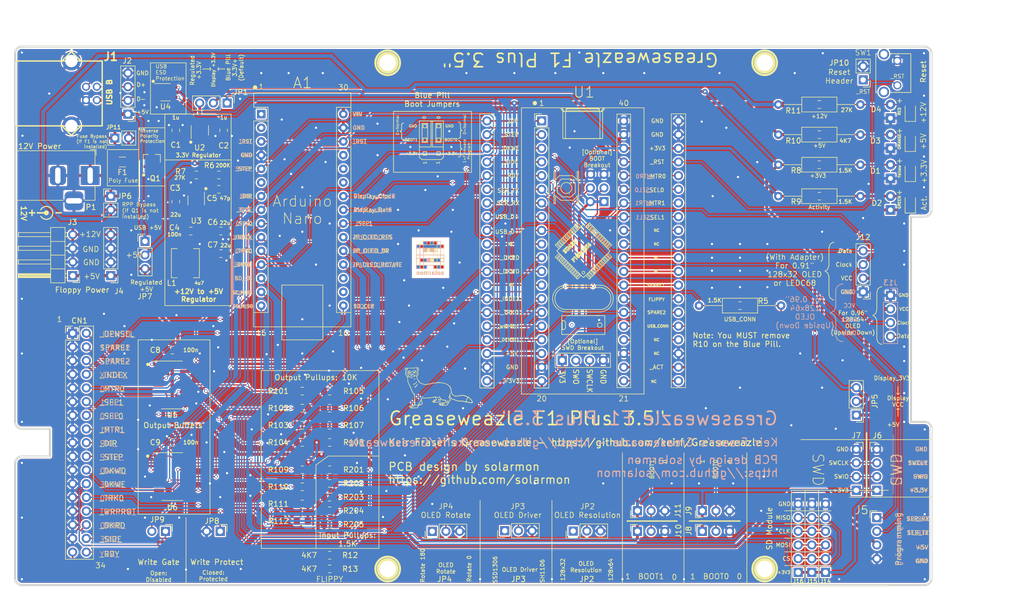
<source format=kicad_pcb>
(kicad_pcb (version 20171130) (host pcbnew "(5.1.9)-1")
  (title_block (title "Greaseweazle F1 Plus 3.5") (date 2021-03-27) (rev 1) (company solarmon))
  (layers (0 F.Cu signal) (31 B.Cu signal) (34 B.Paste user) (35 F.Paste user) (36 B.SilkS user) (37 F.SilkS user) (38 B.Mask user) (39 F.Mask user) (44 Edge.Cuts user))
  (net 0 "")
  (net 1 GND)
  (net 2 +12V)
  (net 3 /USB_D+)
  (net 4 /USB_D-)
  (net 5 +5V)
  (net 6 /_SIDE)
  (net 7 /_DKRD)
  (net 8 /_WRPROT)
  (net 9 /_TRK0)
  (net 10 /_DKWE)
  (net 11 /_DKWD)
  (net 12 /_STEP)
  (net 13 /_DIR)
  (net 14 /_INDEX)
  (net 15 /_DENSEL)
  (net 16 "Net-(D1-Pad2)")
  (net 17 "Net-(D2-Pad2)")
  (net 18 /_ACT)
  (net 19 /SER_TX)
  (net 20 /SER_RX)
  (net 21 /USB_CONN)
  (net 22 +3V3)
  (net 23 /_RST)
  (net 24 /SWD_SWIO)
  (net 25 /SWD_SWCLK)
  (net 26 "Net-(BP1-Pad13)")
  (net 27 "Net-(BP1-Pad10)")
  (net 28 "Net-(BP2-Pad12)")
  (net 29 "Net-(BP2-Pad11)")
  (net 30 "Net-(BP2-Pad10)")
  (net 31 "Net-(BP2-Pad9)")
  (net 32 "Net-(BP2-Pad1)")
  (net 33 /BOOT0)
  (net 34 /BOOT1)
  (net 35 "Net-(D3-Pad2)")
  (net 36 "Net-(D4-Pad2)")
  (net 37 "Net-(A1-Pad27)")
  (net 38 "Net-(A1-Pad26)")
  (net 39 "Net-(A1-Pad6)")
  (net 40 "Net-(A1-Pad18)")
  (net 41 "Net-(A1-Pad2)")
  (net 42 "Net-(A1-Pad17)")
  (net 43 "Net-(A1-Pad1)")
  (net 44 "Net-(U2-Pad4)")
  (net 45 /Display_Data)
  (net 46 /JP_OLED_RES)
  (net 47 /JP_OLED_DR)
  (net 48 /Display_3V3)
  (net 49 "Net-(JP2-Pad1)")
  (net 50 "Net-(JP3-Pad1)")
  (net 51 "Net-(JP4-Pad1)")
  (net 52 /Display_Clock)
  (net 53 /Display_VCC)
  (net 54 /3V3_REG)
  (net 55 /12V_IN)
  (net 56 /BS)
  (net 57 /LX)
  (net 58 /FB)
  (net 59 /5V_REG)
  (net 60 /JP_OLED_ROTATE)
  (net 61 /SD_CLK)
  (net 62 /SD_MISO)
  (net 63 /SD_MOSI)
  (net 64 /USB_CONN_D-)
  (net 65 /USB_CONN_D+)
  (net 66 "Net-(CN1-Pad24)")
  (net 67 /12V_JACK)
  (net 68 /5V_USB)
  (net 69 /_SEL1)
  (net 70 /_SEL0)
  (net 71 /_MTR0)
  (net 72 /_MTR1)
  (net 73 /SPARE1)
  (net 74 /FLIPPY)
  (net 75 /SPARE2)
  (net 76 /ID1)
  (net 77 /_RDY)
  (net 78 /_SIDE_BUF)
  (net 79 /_DKWD_BUF)
  (net 80 /_STEP_BUF)
  (net 81 /_DIR_BUF)
  (net 82 /_MTR1_BUF)
  (net 83 /_SEL0_BUF)
  (net 84 /_SEL1_BUF)
  (net 85 /_MTR0_BUF)
  (net 86 /SPARE2_BUF)
  (net 87 /SPARE1_BUF)
  (net 88 /_DENSEL_BUF)
  (net 89 "Net-(CN1-Pad33)")
  (net 90 /_DKWE_BUF)
  (net 91 /SD_CS)
  (net 92 "Net-(A1-Pad25)")
  (module solarmon_library:solarmon-logo-25mils (layer B.Cu) (at 127.889 90.297 180)
    (fp_text reference solarmon (at 0 -2.667) (layer B.SilkS) (effects (font (size 0.75 0.75)) (justify mirror)))
    (fp_text value solarmon-logo-25mils)
    (fp_poly (pts (xy 2.54 1.905) (xy 1.905 1.905) (xy 1.905 2.54) (xy 2.54 2.54)) (layer B.Cu) (width 0.1))
    (fp_poly (pts (xy 2.54 -1.905) (xy 1.905 -1.905) (xy 1.905 -1.27) (xy 2.54 -1.27)) (layer B.Cu) (width 0.1))
    (fp_poly (pts (xy 1.27 2.54) (xy 0.635 2.54) (xy 0.635 3.175) (xy 1.27 3.175)) (layer B.Cu) (width 0.1))
    (fp_poly (pts (xy 1.27 1.905) (xy 0.635 1.905) (xy 0.635 2.54) (xy 1.27 2.54)) (layer B.Cu) (width 0.1))
    (fp_poly (pts (xy 0.635 1.905) (xy 0 1.905) (xy 0 2.54) (xy 0.635 2.54)) (layer B.Cu) (width 0.1))
    (fp_poly (pts (xy 0 1.905) (xy -0.635 1.905) (xy -0.635 2.54) (xy 0 2.54)) (layer B.Cu) (width 0.1))
    (fp_poly (pts (xy 0 2.54) (xy -0.635 2.54) (xy -0.635 3.175) (xy 0 3.175)) (layer B.Cu) (width 0.1))
    (fp_poly (pts (xy -0.635 1.905) (xy -1.27 1.905) (xy -1.27 2.54) (xy -0.635 2.54)) (layer B.Cu) (width 0.1))
    (fp_poly (pts (xy -1.27 1.905) (xy -1.905 1.905) (xy -1.905 2.54) (xy -1.27 2.54)) (layer B.Cu) (width 0.1))
    (fp_poly (pts (xy -1.27 -0.635) (xy -1.905 -0.635) (xy -1.905 0) (xy -1.27 0)) (layer B.Cu) (width 0.1))
    (fp_poly (pts (xy -0.635 -0.635) (xy -1.27 -0.635) (xy -1.27 0) (xy -0.635 0)) (layer B.Cu) (width 0.1))
    (fp_poly (pts (xy 0 -0.635) (xy -0.635 -0.635) (xy -0.635 0) (xy 0 0)) (layer B.Cu) (width 0.1))
    (fp_poly (pts (xy 1.27 -0.635) (xy 0.635 -0.635) (xy 0.635 0) (xy 1.27 0)) (layer B.Cu) (width 0.1))
    (fp_poly (pts (xy 1.27 -1.905) (xy 0.635 -1.905) (xy 0.635 -1.27) (xy 1.27 -1.27)) (layer B.Cu) (width 0.1))
    (fp_poly (pts (xy -1.27 -1.905) (xy -1.905 -1.905) (xy -1.905 -1.27) (xy -1.27 -1.27)) (layer B.Cu) (width 0.1))
  )
  (module solarmon_library:solarmon-logo-25mils (layer F.Cu) (at 127.889 90.297)
    (fp_text reference solarmon (at 0 2.667) (layer F.SilkS) (effects (font (size 0.75 0.75))))
    (fp_text value solarmon-logo-25mils)
    (fp_poly (pts (xy -1.27 1.905) (xy -1.905 1.905) (xy -1.905 1.27) (xy -1.27 1.27)) (layer F.Cu) (width 0.1))
    (fp_poly (pts (xy 1.27 1.905) (xy 0.635 1.905) (xy 0.635 1.27) (xy 1.27 1.27)) (layer F.Cu) (width 0.1))
    (fp_poly (pts (xy 1.27 0.635) (xy 0.635 0.635) (xy 0.635 0) (xy 1.27 0)) (layer F.Cu) (width 0.1))
    (fp_poly (pts (xy 0 0.635) (xy -0.635 0.635) (xy -0.635 0) (xy 0 0)) (layer F.Cu) (width 0.1))
    (fp_poly (pts (xy -0.635 0.635) (xy -1.27 0.635) (xy -1.27 0) (xy -0.635 0)) (layer F.Cu) (width 0.1))
    (fp_poly (pts (xy -1.27 0.635) (xy -1.905 0.635) (xy -1.905 0) (xy -1.27 0)) (layer F.Cu) (width 0.1))
    (fp_poly (pts (xy -1.27 -1.905) (xy -1.905 -1.905) (xy -1.905 -2.54) (xy -1.27 -2.54)) (layer F.Cu) (width 0.1))
    (fp_poly (pts (xy -0.635 -1.905) (xy -1.27 -1.905) (xy -1.27 -2.54) (xy -0.635 -2.54)) (layer F.Cu) (width 0.1))
    (fp_poly (pts (xy 0 -2.54) (xy -0.635 -2.54) (xy -0.635 -3.175) (xy 0 -3.175)) (layer F.Cu) (width 0.1))
    (fp_poly (pts (xy 0 -1.905) (xy -0.635 -1.905) (xy -0.635 -2.54) (xy 0 -2.54)) (layer F.Cu) (width 0.1))
    (fp_poly (pts (xy 0.635 -1.905) (xy 0 -1.905) (xy 0 -2.54) (xy 0.635 -2.54)) (layer F.Cu) (width 0.1))
    (fp_poly (pts (xy 1.27 -1.905) (xy 0.635 -1.905) (xy 0.635 -2.54) (xy 1.27 -2.54)) (layer F.Cu) (width 0.1))
    (fp_poly (pts (xy 1.27 -2.54) (xy 0.635 -2.54) (xy 0.635 -3.175) (xy 1.27 -3.175)) (layer F.Cu) (width 0.1))
    (fp_poly (pts (xy 2.54 1.905) (xy 1.905 1.905) (xy 1.905 1.27) (xy 2.54 1.27)) (layer F.Cu) (width 0.1))
    (fp_poly (pts (xy 2.54 -1.905) (xy 1.905 -1.905) (xy 1.905 -2.54) (xy 2.54 -2.54)) (layer F.Cu) (width 0.1))
  )
  (module solarmon_library:WeasleLogo (layer F.Cu) (at 129.54 114.3)
    (fp_text reference G** hide)
    (fp_text value Weasle hide)
  )
  (module Resistor_SMD:R_0805_2012Metric_Pad1.15x1.40mm_HandSolder (layer F.Cu) (at 109.22 124.46)
    (fp_text reference R108 (at 4.445 0) (layer F.SilkS))
    (fp_text value 10K)
    (pad 2 smd roundrect (at 1.025 0) (size 1.15 1.4) (layers F.Cu F.Paste F.Mask) (roundrect_rratio 0.2173904347826087) (net 71 /_MTR0))
    (pad 1 smd roundrect (at -1.025 0) (size 1.15 1.4) (layers F.Cu F.Paste F.Mask) (roundrect_rratio 0.2173904347826087) (net 22 +3V3))
  )
  (module Resistor_SMD:R_0805_2012Metric_Pad1.15x1.40mm_HandSolder (layer F.Cu) (at 104.14 114.935 180)
    (fp_text reference R101 (at 4.445 0) (layer F.SilkS))
    (fp_text value 10K)
    (pad 2 smd roundrect (at 1.025 0 180) (size 1.15 1.4) (layers F.Cu F.Paste F.Mask) (roundrect_rratio 0.2173904347826087) (net 70 /_SEL0))
    (pad 1 smd roundrect (at -1.025 0 180) (size 1.15 1.4) (layers F.Cu F.Paste F.Mask) (roundrect_rratio 0.2173904347826087) (net 22 +3V3))
  )
  (module Resistor_SMD:R_0805_2012Metric_Pad1.15x1.40mm_HandSolder (layer F.Cu) (at 109.22 121.285)
    (fp_text reference R107 (at 4.445 0) (layer F.SilkS))
    (fp_text value 10K)
    (pad 2 smd roundrect (at 1.025 0) (size 1.15 1.4) (layers F.Cu F.Paste F.Mask) (roundrect_rratio 0.2173904347826087) (net 72 /_MTR1))
    (pad 1 smd roundrect (at -1.025 0) (size 1.15 1.4) (layers F.Cu F.Paste F.Mask) (roundrect_rratio 0.2173904347826087) (net 22 +3V3))
  )
  (module Resistor_SMD:R_0805_2012Metric_Pad1.15x1.40mm_HandSolder (layer F.Cu) (at 104.14 129.54 180)
    (fp_text reference R109 (at 4.445 0) (layer F.SilkS))
    (fp_text value 10K)
    (pad 2 smd roundrect (at 1.025 0 180) (size 1.15 1.4) (layers F.Cu F.Paste F.Mask) (roundrect_rratio 0.2173904347826087) (net 69 /_SEL1))
    (pad 1 smd roundrect (at -1.025 0 180) (size 1.15 1.4) (layers F.Cu F.Paste F.Mask) (roundrect_rratio 0.2173904347826087) (net 22 +3V3))
  )
  (module Resistor_SMD:R_0805_2012Metric_Pad1.15x1.40mm_HandSolder (layer F.Cu) (at 104.14 118.11 180)
    (fp_text reference R102 (at 4.445 0) (layer F.SilkS))
    (fp_text value 10K)
    (pad 2 smd roundrect (at 1.025 0 180) (size 1.15 1.4) (layers F.Cu F.Paste F.Mask) (roundrect_rratio 0.2173904347826087) (net 73 /SPARE1))
    (pad 1 smd roundrect (at -1.025 0 180) (size 1.15 1.4) (layers F.Cu F.Paste F.Mask) (roundrect_rratio 0.2173904347826087) (net 22 +3V3))
  )
  (module Resistor_SMD:R_0805_2012Metric_Pad1.15x1.40mm_HandSolder (layer F.Cu) (at 109.22 118.11)
    (fp_text reference R106 (at 4.445 0) (layer F.SilkS))
    (fp_text value 10K)
    (pad 2 smd roundrect (at 1.025 0) (size 1.15 1.4) (layers F.Cu F.Paste F.Mask) (roundrect_rratio 0.2173904347826087) (net 11 /_DKWD))
    (pad 1 smd roundrect (at -1.025 0) (size 1.15 1.4) (layers F.Cu F.Paste F.Mask) (roundrect_rratio 0.2173904347826087) (net 22 +3V3))
  )
  (module Resistor_SMD:R_0805_2012Metric_Pad1.15x1.40mm_HandSolder (layer F.Cu) (at 104.14 132.715 180)
    (fp_text reference R110 (at 4.445 0) (layer F.SilkS))
    (fp_text value 10K)
    (pad 2 smd roundrect (at 1.025 0 180) (size 1.15 1.4) (layers F.Cu F.Paste F.Mask) (roundrect_rratio 0.2173904347826087) (net 75 /SPARE2))
    (pad 1 smd roundrect (at -1.025 0 180) (size 1.15 1.4) (layers F.Cu F.Paste F.Mask) (roundrect_rratio 0.2173904347826087) (net 22 +3V3))
  )
  (module Resistor_SMD:R_0805_2012Metric_Pad1.15x1.40mm_HandSolder (layer F.Cu) (at 104.14 121.285 180)
    (fp_text reference R103 (at 4.445 0) (layer F.SilkS))
    (fp_text value 10K)
    (pad 2 smd roundrect (at 1.025 0 180) (size 1.15 1.4) (layers F.Cu F.Paste F.Mask) (roundrect_rratio 0.2173904347826087) (net 15 /_DENSEL))
    (pad 1 smd roundrect (at -1.025 0 180) (size 1.15 1.4) (layers F.Cu F.Paste F.Mask) (roundrect_rratio 0.2173904347826087) (net 22 +3V3))
  )
  (module Resistor_SMD:R_0805_2012Metric_Pad1.15x1.40mm_HandSolder (layer F.Cu) (at 109.22 114.935)
    (fp_text reference R105 (at 4.445 0) (layer F.SilkS))
    (fp_text value 10K)
    (pad 2 smd roundrect (at 1.025 0) (size 1.15 1.4) (layers F.Cu F.Paste F.Mask) (roundrect_rratio 0.2173904347826087) (net 13 /_DIR))
    (pad 1 smd roundrect (at -1.025 0) (size 1.15 1.4) (layers F.Cu F.Paste F.Mask) (roundrect_rratio 0.2173904347826087) (net 22 +3V3))
  )
  (module Resistor_SMD:R_0805_2012Metric_Pad1.15x1.40mm_HandSolder (layer F.Cu) (at 104.14 135.89 180)
    (fp_text reference R111 (at 4.445 0) (layer F.SilkS))
    (fp_text value 10K)
    (pad 2 smd roundrect (at 1.025 0 180) (size 1.15 1.4) (layers F.Cu F.Paste F.Mask) (roundrect_rratio 0.2173904347826087) (net 12 /_STEP))
    (pad 1 smd roundrect (at -1.025 0 180) (size 1.15 1.4) (layers F.Cu F.Paste F.Mask) (roundrect_rratio 0.2173904347826087) (net 22 +3V3))
  )
  (module Resistor_SMD:R_0805_2012Metric_Pad1.15x1.40mm_HandSolder (layer F.Cu) (at 104.14 124.46 180)
    (fp_text reference R104 (at 4.445 0) (layer F.SilkS))
    (fp_text value 10K)
    (pad 2 smd roundrect (at 1.025 0 180) (size 1.15 1.4) (layers F.Cu F.Paste F.Mask) (roundrect_rratio 0.2173904347826087) (net 10 /_DKWE))
    (pad 1 smd roundrect (at -1.025 0 180) (size 1.15 1.4) (layers F.Cu F.Paste F.Mask) (roundrect_rratio 0.2173904347826087) (net 22 +3V3))
  )
  (module Resistor_SMD:R_0805_2012Metric_Pad1.15x1.40mm_HandSolder (layer F.Cu) (at 104.14 139.065 180)
    (fp_text reference R112 (at 4.445 0) (layer F.SilkS))
    (fp_text value 10K)
    (pad 2 smd roundrect (at 1.025 0 180) (size 1.15 1.4) (layers F.Cu F.Paste F.Mask) (roundrect_rratio 0.2173904347826087) (net 6 /_SIDE))
    (pad 1 smd roundrect (at -1.025 0 180) (size 1.15 1.4) (layers F.Cu F.Paste F.Mask) (roundrect_rratio 0.2173904347826087) (net 22 +3V3))
  )
  (module Resistor_SMD:R_0805_2012Metric_Pad1.15x1.40mm_HandSolder (layer F.Cu) (at 109.22 129.54)
    (fp_text reference R201 (at 4.445 0) (layer F.SilkS))
    (fp_text value 1.5K)
    (pad 2 smd roundrect (at 1.025 0) (size 1.15 1.4) (layers F.Cu F.Paste F.Mask) (roundrect_rratio 0.2173904347826087) (net 77 /_RDY))
    (pad 1 smd roundrect (at -1.025 0) (size 1.15 1.4) (layers F.Cu F.Paste F.Mask) (roundrect_rratio 0.2173904347826087) (net 5 +5V))
  )
  (module Package_SO:SOIC-14_3.9x8.7mm_P1.27mm (layer F.Cu) (at 80.01 130.81)
    (fp_text reference U6 (at 0 5.715) (layer F.SilkS))
    (fp_text value 74LS07)
    (pad 14 smd roundrect (at 2.475 -3.81) (size 1.95 0.6) (layers F.Cu F.Paste F.Mask) (net 5 +5V))
    (pad 13 smd roundrect (at 2.475 -2.54) (size 1.95 0.6) (layers F.Cu F.Paste F.Mask) (net 11 /_DKWD))
    (pad 12 smd roundrect (at 2.475 -1.27) (size 1.95 0.6) (layers F.Cu F.Paste F.Mask) (net 79 /_DKWD_BUF))
    (pad 11 smd roundrect (at 2.475 0) (size 1.95 0.6) (layers F.Cu F.Paste F.Mask) (net 10 /_DKWE))
    (pad 10 smd roundrect (at 2.475 1.27) (size 1.95 0.6) (layers F.Cu F.Paste F.Mask) (net 90 /_DKWE_BUF))
    (pad 9 smd roundrect (at 2.475 2.54) (size 1.95 0.6) (layers F.Cu F.Paste F.Mask) (net 6 /_SIDE))
    (pad 8 smd roundrect (at 2.475 3.81) (size 1.95 0.6) (layers F.Cu F.Paste F.Mask) (net 78 /_SIDE_BUF))
    (pad 7 smd roundrect (at -2.475 3.81) (size 1.95 0.6) (layers F.Cu F.Paste F.Mask) (net 1 GND))
    (pad 6 smd roundrect (at -2.475 2.54) (size 1.95 0.6) (layers F.Cu F.Paste F.Mask) (net 80 /_STEP_BUF))
    (pad 5 smd roundrect (at -2.475 1.27) (size 1.95 0.6) (layers F.Cu F.Paste F.Mask) (net 12 /_STEP))
    (pad 4 smd roundrect (at -2.475 0) (size 1.95 0.6) (layers F.Cu F.Paste F.Mask) (net 81 /_DIR_BUF))
    (pad 3 smd roundrect (at -2.475 -1.27) (size 1.95 0.6) (layers F.Cu F.Paste F.Mask) (net 13 /_DIR))
    (pad 2 smd roundrect (at -2.475 -2.54) (size 1.95 0.6) (layers F.Cu F.Paste F.Mask) (net 82 /_MTR1_BUF))
    (pad 1 smd roundrect (at -2.475 -3.81) (size 1.95 0.6) (layers F.Cu F.Paste F.Mask) (net 72 /_MTR1))
  )
  (module Package_SO:SOIC-14_3.9x8.7mm_P1.27mm (layer F.Cu) (at 79.925001 113.792)
    (fp_text reference U5 (at 0.084999 5.554999) (layer F.SilkS))
    (fp_text value 74LS07)
    (pad 14 smd roundrect (at 2.475 -3.81) (size 1.95 0.6) (layers F.Cu F.Paste F.Mask) (net 5 +5V))
    (pad 13 smd roundrect (at 2.475 -2.54) (size 1.95 0.6) (layers F.Cu F.Paste F.Mask) (net 71 /_MTR0))
    (pad 12 smd roundrect (at 2.475 -1.27) (size 1.95 0.6) (layers F.Cu F.Paste F.Mask) (net 85 /_MTR0_BUF))
    (pad 11 smd roundrect (at 2.475 0) (size 1.95 0.6) (layers F.Cu F.Paste F.Mask) (net 70 /_SEL0))
    (pad 10 smd roundrect (at 2.475 1.27) (size 1.95 0.6) (layers F.Cu F.Paste F.Mask) (net 83 /_SEL0_BUF))
    (pad 9 smd roundrect (at 2.475 2.54) (size 1.95 0.6) (layers F.Cu F.Paste F.Mask) (net 69 /_SEL1))
    (pad 8 smd roundrect (at 2.475 3.81) (size 1.95 0.6) (layers F.Cu F.Paste F.Mask) (net 84 /_SEL1_BUF))
    (pad 7 smd roundrect (at -2.475 3.81) (size 1.95 0.6) (layers F.Cu F.Paste F.Mask) (net 1 GND))
    (pad 6 smd roundrect (at -2.475 2.54) (size 1.95 0.6) (layers F.Cu F.Paste F.Mask) (net 86 /SPARE2_BUF))
    (pad 5 smd roundrect (at -2.475 1.27) (size 1.95 0.6) (layers F.Cu F.Paste F.Mask) (net 75 /SPARE2))
    (pad 4 smd roundrect (at -2.475 0) (size 1.95 0.6) (layers F.Cu F.Paste F.Mask) (net 87 /SPARE1_BUF))
    (pad 3 smd roundrect (at -2.475 -1.27) (size 1.95 0.6) (layers F.Cu F.Paste F.Mask) (net 73 /SPARE1))
    (pad 2 smd roundrect (at -2.475 -2.54) (size 1.95 0.6) (layers F.Cu F.Paste F.Mask) (net 88 /_DENSEL_BUF))
    (pad 1 smd roundrect (at -2.475 -3.81) (size 1.95 0.6) (layers F.Cu F.Paste F.Mask) (net 15 /_DENSEL))
  )
  (module Resistor_SMD:R_0805_2012Metric_Pad1.15x1.40mm_HandSolder (layer F.Cu) (at 109.22 147.955)
    (fp_text reference R13 (at 3.81 0) (layer F.SilkS))
    (fp_text value 4K7 (at -3.81 0) (layer F.SilkS))
    (pad 2 smd roundrect (at 1.025 0) (size 1.15 1.4) (layers F.Cu F.Paste F.Mask) (roundrect_rratio 0.2173904347826087) (net 74 /FLIPPY))
    (pad 1 smd roundrect (at -1.025 0) (size 1.15 1.4) (layers F.Cu F.Paste F.Mask) (roundrect_rratio 0.2173904347826087) (net 89 "Net-(CN1-Pad33)"))
  )
  (module Resistor_SMD:R_0805_2012Metric_Pad1.15x1.40mm_HandSolder (layer F.Cu) (at 109.22 145.415)
    (fp_text reference R12 (at 3.81 0) (layer F.SilkS))
    (fp_text value 4K7 (at -3.81 0) (layer F.SilkS))
    (pad 2 smd roundrect (at 1.025 0) (size 1.15 1.4) (layers F.Cu F.Paste F.Mask) (roundrect_rratio 0.2173904347826087) (net 74 /FLIPPY))
    (pad 1 smd roundrect (at -1.025 0) (size 1.15 1.4) (layers F.Cu F.Paste F.Mask) (roundrect_rratio 0.2173904347826087) (net 1 GND))
  )
  (module Capacitor_SMD:C_0805_2012Metric_Pad1.15x1.40mm_HandSolder (layer F.Cu) (at 80.01 124.46 180)
    (fp_text reference C9 (at 3.175 0) (layer F.SilkS))
    (fp_text value 100n (at -3.429 0) (layer F.SilkS) (effects (font (size 0.75 0.75))))
    (pad 2 smd roundrect (at 1.025 0 180) (size 1.15 1.4) (layers F.Cu F.Paste F.Mask) (roundrect_rratio 0.2173904347826087) (net 1 GND))
    (pad 1 smd roundrect (at -1.025 0 180) (size 1.15 1.4) (layers F.Cu F.Paste F.Mask) (roundrect_rratio 0.2173904347826087) (net 5 +5V))
  )
  (module Capacitor_SMD:C_0805_2012Metric_Pad1.15x1.40mm_HandSolder (layer F.Cu) (at 80.01 107.315 180)
    (fp_text reference C8 (at 3.175 0) (layer F.SilkS))
    (fp_text value 100n (at -3.429 0) (layer F.SilkS) (effects (font (size 0.75 0.75))))
    (pad 2 smd roundrect (at 1.025 0 180) (size 1.15 1.4) (layers F.Cu F.Paste F.Mask) (roundrect_rratio 0.2173904347826087) (net 1 GND))
    (pad 1 smd roundrect (at -1.025 0 180) (size 1.15 1.4) (layers F.Cu F.Paste F.Mask) (roundrect_rratio 0.2173904347826087) (net 5 +5V))
  )
  (module Kicad-STM32-master:YAAJ_BluePill_SWD_1_BootPins (layer F.Cu) (at 148.59 64.77)
    (fp_text reference U1 (at 7.874 -5.334) (layer F.SilkS) (effects (font (size 2 2))))
    (fp_text value "Blue Pill" hide)
    (fp_text user 3V3 (at 3.81 47.498 270 unlocked) (layer F.SilkS) (effects (font (size 1 0.9))))
    (fp_text user SWO (at 6.35 47.498 270 unlocked) (layer F.SilkS) (effects (font (size 1 0.9))))
    (fp_text user SWCLK (at 8.89 48.26 270 unlocked) (layer F.SilkS) (effects (font (size 1 0.9))))
    (fp_text user GND (at 11.43 47.498 270 unlocked) (layer F.SilkS) (effects (font (size 1 0.9))))
    (pad 41 thru_hole rect (at 3.81 44.45) (size 1.7 1.7) (drill 1) (layers *.Cu *.Mask) (net 22 +3V3))
    (pad 42 thru_hole circle (at 6.35 44.45) (size 1.7 1.7) (drill 1) (layers *.Cu *.Mask) (net 24 /SWD_SWIO))
    (pad 43 thru_hole circle (at 8.89 44.45) (size 1.7 1.7) (drill 1) (layers *.Cu *.Mask) (net 25 /SWD_SWCLK))
    (pad 44 thru_hole circle (at 11.43 44.45) (size 1.7 1.7) (drill 1) (layers *.Cu *.Mask) (net 1 GND))
    (pad 40 thru_hole circle (at 15.24 0) (size 1.7 1.7) (drill 1) (layers *.Cu *.Mask) (net 1 GND))
    (pad 1 thru_hole rect (at 0 0) (size 1.7 1.7) (drill 1) (layers *.Cu *.Mask) (net 13 /_DIR))
    (pad 39 thru_hole circle (at 15.24 2.54) (size 1.7 1.7) (drill 1) (layers *.Cu *.Mask) (net 1 GND))
    (pad 2 thru_hole circle (at 0 2.54) (size 1.7 1.7) (drill 1) (layers *.Cu *.Mask) (net 12 /_STEP))
    (pad 38 thru_hole circle (at 15.24 5.08) (size 1.7 1.7) (drill 1) (layers *.Cu *.Mask) (net 22 +3V3))
    (pad 3 thru_hole circle (at 0 5.08) (size 1.7 1.7) (drill 1) (layers *.Cu *.Mask) (net 10 /_DKWE))
    (pad 37 thru_hole circle (at 15.24 7.62) (size 1.7 1.7) (drill 1) (layers *.Cu *.Mask) (net 23 /_RST))
    (pad 4 thru_hole circle (at 0 7.62) (size 1.7 1.7) (drill 1) (layers *.Cu *.Mask) (net 6 /_SIDE))
    (pad 36 thru_hole circle (at 15.24 10.16) (size 1.7 1.7) (drill 1) (layers *.Cu *.Mask) (net 71 /_MTR0))
    (pad 5 thru_hole circle (at 0 10.16) (size 1.7 1.7) (drill 1) (layers *.Cu *.Mask) (net 77 /_RDY))
    (pad 35 thru_hole circle (at 15.24 12.7) (size 1.7 1.7) (drill 1) (layers *.Cu *.Mask) (net 70 /_SEL0))
    (pad 6 thru_hole circle (at 0 12.7) (size 1.7 1.7) (drill 1) (layers *.Cu *.Mask) (net 19 /SER_TX))
    (pad 34 thru_hole circle (at 15.24 15.24) (size 1.7 1.7) (drill 1) (layers *.Cu *.Mask) (net 72 /_MTR1))
    (pad 7 thru_hole circle (at 0 15.24) (size 1.7 1.7) (drill 1) (layers *.Cu *.Mask) (net 20 /SER_RX))
    (pad 33 thru_hole circle (at 15.24 17.78) (size 1.7 1.7) (drill 1) (layers *.Cu *.Mask) (net 69 /_SEL1))
    (pad 8 thru_hole circle (at 0 17.78) (size 1.7 1.7) (drill 1) (layers *.Cu *.Mask) (net 4 /USB_D-))
    (pad 32 thru_hole circle (at 15.24 20.32) (size 1.7 1.7) (drill 1) (layers *.Cu *.Mask) (net 28 "Net-(BP2-Pad12)"))
    (pad 9 thru_hole circle (at 0 20.32) (size 1.7 1.7) (drill 1) (layers *.Cu *.Mask) (net 3 /USB_D+))
    (pad 31 thru_hole circle (at 15.24 22.86) (size 1.7 1.7) (drill 1) (layers *.Cu *.Mask) (net 29 "Net-(BP2-Pad11)"))
    (pad 10 thru_hole circle (at 0 22.86) (size 1.7 1.7) (drill 1) (layers *.Cu *.Mask) (net 27 "Net-(BP1-Pad10)"))
    (pad 30 thru_hole circle (at 15.24 25.4) (size 1.7 1.7) (drill 1) (layers *.Cu *.Mask) (net 30 "Net-(BP2-Pad10)"))
    (pad 11 thru_hole circle (at 0 25.4) (size 1.7 1.7) (drill 1) (layers *.Cu *.Mask) (net 7 /_DKRD))
    (pad 29 thru_hole circle (at 15.24 27.94) (size 1.7 1.7) (drill 1) (layers *.Cu *.Mask) (net 31 "Net-(BP2-Pad9)"))
    (pad 12 thru_hole circle (at 0 27.94) (size 1.7 1.7) (drill 1) (layers *.Cu *.Mask) (net 11 /_DKWD))
    (pad 28 thru_hole circle (at 15.24 30.48) (size 1.7 1.7) (drill 1) (layers *.Cu *.Mask) (net 73 /SPARE1))
    (pad 13 thru_hole circle (at 0 30.48) (size 1.7 1.7) (drill 1) (layers *.Cu *.Mask) (net 26 "Net-(BP1-Pad13)"))
    (pad 27 thru_hole circle (at 15.24 33.02) (size 1.7 1.7) (drill 1) (layers *.Cu *.Mask) (net 74 /FLIPPY))
    (pad 14 thru_hole circle (at 0 33.02) (size 1.7 1.7) (drill 1) (layers *.Cu *.Mask) (net 14 /_INDEX))
    (pad 26 thru_hole circle (at 15.24 35.56) (size 1.7 1.7) (drill 1) (layers *.Cu *.Mask) (net 75 /SPARE2))
    (pad 15 thru_hole circle (at 0 35.56) (size 1.7 1.7) (drill 1) (layers *.Cu *.Mask) (net 9 /_TRK0))
    (pad 25 thru_hole circle (at 15.24 38.1) (size 1.7 1.7) (drill 1) (layers *.Cu *.Mask) (net 21 /USB_CONN))
    (pad 16 thru_hole circle (at 0 38.1) (size 1.7 1.7) (drill 1) (layers *.Cu *.Mask) (net 8 /_WRPROT))
    (pad 24 thru_hole circle (at 15.24 40.64) (size 1.7 1.7) (drill 1) (layers *.Cu *.Mask) (net 76 /ID1))
    (pad 17 thru_hole circle (at 0 40.64) (size 1.7 1.7) (drill 1) (layers *.Cu *.Mask) (net 15 /_DENSEL))
    (pad 23 thru_hole circle (at 15.24 43.18) (size 1.7 1.7) (drill 1) (layers *.Cu *.Mask) (net 1 GND))
    (pad 18 thru_hole circle (at 0 43.18) (size 1.7 1.7) (drill 1) (layers *.Cu *.Mask) (net 5 +5V))
    (pad 22 thru_hole circle (at 15.24 45.72) (size 1.7 1.7) (drill 1) (layers *.Cu *.Mask) (net 18 /_ACT))
    (pad 19 thru_hole circle (at 0 45.72) (size 1.7 1.7) (drill 1) (layers *.Cu *.Mask) (net 1 GND))
    (pad 21 thru_hole circle (at 15.24 48.26) (size 1.7 1.7) (drill 1) (layers *.Cu *.Mask) (net 32 "Net-(BP2-Pad1)"))
    (pad 20 thru_hole circle (at 0 48.26) (size 1.7 1.7) (drill 1) (layers *.Cu *.Mask) (net 22 +3V3))
    (pad 46 thru_hole circle (at 11.5697 12.446) (size 1.7 1.7) (drill 1) (layers *.Cu *.Mask) (net 33 /BOOT0))
    (pad 47 thru_hole circle (at 11.5697 9.906) (size 1.7 1.7) (drill 1) (layers *.Cu *.Mask) (net 1 GND))
    (pad 45 thru_hole rect (at 11.5697 14.986) (size 1.7 1.7) (drill 1) (layers *.Cu *.Mask) (net 22 +3V3))
    (pad 50 thru_hole circle (at 9.0932 9.906) (size 1.7 1.7) (drill 1) (layers *.Cu *.Mask) (net 1 GND))
    (pad 49 thru_hole circle (at 9.0297 12.446) (size 1.7 1.7) (drill 1) (layers *.Cu *.Mask) (net 34 /BOOT1))
    (pad 48 thru_hole circle (at 9.0297 14.986) (size 1.7 1.7) (drill 1) (layers *.Cu *.Mask) (net 22 +3V3))
  )
  (module solarmon_library:SD_Micro_Module_Upside_Down (layer F.Cu) (at 196.215 148.59)
    (fp_text reference J16 (at 0 1.651) (layer F.SilkS) (effects (font (size 0.75 0.75))))
    (fp_text value "SD Module")
    (pad 6 thru_hole circle (at 0 -12.7) (size 1.7 1.7) (drill 1) (layers *.Cu *.Mask) (net 1 GND))
    (pad 5 thru_hole circle (at 0 -10.16) (size 1.7 1.7) (drill 1) (layers *.Cu *.Mask) (net 62 /SD_MISO))
    (pad 4 thru_hole circle (at 0 -7.62) (size 1.7 1.7) (drill 1) (layers *.Cu *.Mask) (net 61 /SD_CLK))
    (pad 3 thru_hole circle (at 0 -5.08) (size 1.7 1.7) (drill 1) (layers *.Cu *.Mask) (net 63 /SD_MOSI))
    (pad 2 thru_hole circle (at 0 -2.54) (size 1.7 1.7) (drill 1) (layers *.Cu *.Mask) (net 91 /SD_CS))
    (pad 1 thru_hole rect (at 0 0) (size 1.7 1.7) (drill 1) (layers *.Cu *.Mask) (net 48 /Display_3V3))
  )
  (module solarmon_library:SD_Micro_Module_Upside_Down (layer F.Cu) (at 198.755 148.59)
    (fp_text reference J15 (at 0 1.651) (layer F.SilkS) (effects (font (size 0.75 0.75))))
    (fp_text value "SD Module")
    (pad 6 thru_hole circle (at 0 -12.7) (size 1.7 1.7) (drill 1) (layers *.Cu *.Mask) (net 1 GND))
    (pad 5 thru_hole circle (at 0 -10.16) (size 1.7 1.7) (drill 1) (layers *.Cu *.Mask) (net 62 /SD_MISO))
    (pad 4 thru_hole circle (at 0 -7.62) (size 1.7 1.7) (drill 1) (layers *.Cu *.Mask) (net 61 /SD_CLK))
    (pad 3 thru_hole circle (at 0 -5.08) (size 1.7 1.7) (drill 1) (layers *.Cu *.Mask) (net 63 /SD_MOSI))
    (pad 2 thru_hole circle (at 0 -2.54) (size 1.7 1.7) (drill 1) (layers *.Cu *.Mask) (net 91 /SD_CS))
    (pad 1 thru_hole rect (at 0 0) (size 1.7 1.7) (drill 1) (layers *.Cu *.Mask) (net 48 /Display_3V3))
  )
  (module Package_TO_SOT_SMD:SOT-23-5_HandSoldering (layer F.Cu) (at 85.110001 66.5226 90)
    (fp_text reference U2 (at -3.2004 -0.020001 180) (layer F.SilkS))
    (fp_text value AP2112K-3.3)
    (pad 5 smd rect (at 1.35 -0.95 90) (size 1.56 0.65) (layers F.Cu F.Paste F.Mask) (net 54 /3V3_REG))
    (pad 4 smd rect (at 1.35 0.95 90) (size 1.56 0.65) (layers F.Cu F.Paste F.Mask) (net 44 "Net-(U2-Pad4)"))
    (pad 3 smd rect (at -1.35 0.95 90) (size 1.56 0.65) (layers F.Cu F.Paste F.Mask) (net 5 +5V))
    (pad 2 smd rect (at -1.35 0 90) (size 1.56 0.65) (layers F.Cu F.Paste F.Mask) (net 1 GND))
    (pad 1 smd rect (at -1.35 -0.95 90) (size 1.56 0.65) (layers F.Cu F.Paste F.Mask) (net 5 +5V))
  )
  (module Package_TO_SOT_SMD:SOT-23-6_Handsoldering (layer F.Cu) (at 78.74 59.436)
    (fp_text reference U4 (at 0 2.667) (layer F.SilkS))
    (fp_text value USBLC6-2SC6)
    (pad 5 smd rect (at 1.35 0) (size 1.56 0.65) (layers F.Cu F.Paste F.Mask) (net 68 /5V_USB))
    (pad 6 smd rect (at 1.35 -0.95) (size 1.56 0.65) (layers F.Cu F.Paste F.Mask) (net 3 /USB_D+))
    (pad 4 smd rect (at 1.35 0.95) (size 1.56 0.65) (layers F.Cu F.Paste F.Mask) (net 4 /USB_D-))
    (pad 3 smd rect (at -1.35 0.95) (size 1.56 0.65) (layers F.Cu F.Paste F.Mask) (net 64 /USB_CONN_D-))
    (pad 2 smd rect (at -1.35 0) (size 1.56 0.65) (layers F.Cu F.Paste F.Mask) (net 1 GND))
    (pad 1 smd rect (at -1.35 -0.95) (size 1.56 0.65) (layers F.Cu F.Paste F.Mask) (net 65 /USB_CONN_D+))
  )
  (module Package_TO_SOT_SMD:TSOT-23-6_HandSoldering (layer F.Cu) (at 84.455 79.502 270)
    (fp_text reference U3 (at 3.81 0 180) (layer F.SilkS))
    (fp_text value SY8105)
    (pad 6 smd rect (at 1.71 -0.95 270) (size 2 0.65) (layers F.Cu F.Paste F.Mask) (net 56 /BS))
    (pad 5 smd rect (at 1.71 0 270) (size 2 0.65) (layers F.Cu F.Paste F.Mask) (net 57 /LX))
    (pad 4 smd rect (at 1.71 0.95 270) (size 2 0.65) (layers F.Cu F.Paste F.Mask) (net 55 /12V_IN))
    (pad 3 smd rect (at -1.71 0.95 270) (size 2 0.65) (layers F.Cu F.Paste F.Mask) (net 1 GND))
    (pad 2 smd rect (at -1.71 0 270) (size 2 0.65) (layers F.Cu F.Paste F.Mask) (net 55 /12V_IN))
    (pad 1 smd rect (at -1.71 -0.95 270) (size 2 0.65) (layers F.Cu F.Paste F.Mask) (net 58 /FB))
  )
  (module Package_TO_SOT_SMD:SOT-23_Handsoldering (layer F.Cu) (at 76.2 71.755 90)
    (fp_text reference Q1 (at -3.683 0.635 180) (layer F.SilkS))
    (fp_text value AO3401A)
    (pad 3 smd rect (at 1.5 0 90) (size 1.9 0.8) (layers F.Cu F.Paste F.Mask) (net 2 +12V))
    (pad 2 smd rect (at -1.5 0.95 90) (size 1.9 0.8) (layers F.Cu F.Paste F.Mask) (net 55 /12V_IN))
    (pad 1 smd rect (at -1.5 -0.95 90) (size 1.9 0.8) (layers F.Cu F.Paste F.Mask) (net 1 GND))
  )
  (module Fuse:Fuse_1206_3216Metric_Pad1.42x1.75mm_HandSolder (layer F.Cu) (at 70.739 72.39 180)
    (fp_text reference F1 (at 0 -1.905) (layer F.SilkS))
    (fp_text value 1.5A)
    (pad 2 smd roundrect (at 1.4875 0 180) (size 1.425 1.75) (layers F.Cu F.Paste F.Mask) (roundrect_rratio 0.1754385964912281) (net 67 /12V_JACK))
    (pad 1 smd roundrect (at -1.4875 0 180) (size 1.425 1.75) (layers F.Cu F.Paste F.Mask) (roundrect_rratio 0.1754385964912281) (net 2 +12V))
  )
  (module Connector_PinHeader_2.54mm:PinHeader_1x02_P2.54mm_Vertical (layer F.Cu) (at 69.342 67.945 90)
    (fp_text reference JP11 (at 2.0066 -0.254 180) (layer F.SilkS) (effects (font (size 0.75 0.75))))
    (fp_text value "Fuse Bypass")
    (pad 2 thru_hole oval (at 0 2.54 90) (size 1.7 1.7) (drill 1) (layers *.Cu *.Mask) (net 2 +12V))
    (pad 1 thru_hole rect (at 0 0 90) (size 1.7 1.7) (drill 1) (layers *.Cu *.Mask) (net 67 /12V_JACK))
  )
  (module solarmon_library:HOLE_3MM (layer F.Cu) (at 189.99962 147.96516)
    (fp_text reference HOLE1 hide)
    (fp_text value MountingHole_Pad hide)
    (pad 1 thru_hole circle (at 0 0) (size 4.064 4.064) (drill 3.048) (layers *.Cu *.Mask F.SilkS) (net 1 GND) (clearance 1))
  )
  (module solarmon_library:HOLE_3MM (layer F.Cu) (at 119.99976 53.96484)
    (fp_text reference HOLE4 hide)
    (fp_text value MountingHole_Pad hide)
    (pad 1 thru_hole circle (at 0 0) (size 4.064 4.064) (drill 3.048) (layers *.Cu *.Mask F.SilkS) (net 1 GND) (clearance 1))
  )
  (module solarmon_library:HOLE_3MM (layer F.Cu) (at 119.99976 147.96516)
    (fp_text reference HOLE3 hide)
    (fp_text value MountingHole_Pad hide)
    (pad 1 thru_hole circle (at 0 0) (size 4.064 4.064) (drill 3.048) (layers *.Cu *.Mask F.SilkS) (net 1 GND) (clearance 1))
  )
  (module solarmon_library:HOLE_3MM (layer F.Cu) (at 189.99962 53.96484)
    (fp_text reference HOLE2 hide)
    (fp_text value MountingHole_Pad hide)
    (pad 1 thru_hole circle (at 0 0) (size 4.064 4.064) (drill 3.048) (layers *.Cu *.Mask F.SilkS) (net 1 GND) (clearance 1))
  )
  (module Connector_PinHeader_2.54mm:PinHeader_1x02_P2.54mm_Vertical (layer F.Cu) (at 208.28 57.15 180)
    (fp_text reference JP10 (at 4.445 3.175) (layer F.SilkS))
    (fp_text value "Reset Header")
    (pad 2 thru_hole oval (at 0 2.54 180) (size 1.7 1.7) (drill 1) (layers *.Cu *.Mask) (net 1 GND))
    (pad 1 thru_hole rect (at 0 0 180) (size 1.7 1.7) (drill 1) (layers *.Cu *.Mask) (net 23 /_RST))
  )
  (module Connector_PinHeader_2.54mm:PinHeader_1x02_P2.54mm_Horizontal (layer F.Cu) (at 88.9 140.97 270)
    (fp_text reference JP8 (at -1.905 1.524 180) (layer F.SilkS))
    (fp_text value "Write Protect" (at 5.715 0.635) (layer F.SilkS))
    (pad 2 thru_hole oval (at 0 2.54 270) (size 1.7 1.7) (drill 1) (layers *.Cu *.Mask) (net 1 GND))
    (pad 1 thru_hole rect (at 0 0 270) (size 1.7 1.7) (drill 1) (layers *.Cu *.Mask) (net 8 /_WRPROT))
  )
  (module Connector_PinHeader_2.54mm:PinHeader_1x02_P2.54mm_Horizontal (layer F.Cu) (at 78.74 140.97 270)
    (fp_text reference JP9 (at -2.159 1.524 180) (layer F.SilkS))
    (fp_text value "Write Gate" (at 5.715 1.27) (layer F.SilkS))
    (pad 2 thru_hole oval (at 0 2.54 270) (size 1.7 1.7) (drill 1) (layers *.Cu *.Mask) (net 90 /_DKWE_BUF))
    (pad 1 thru_hole rect (at 0 0 270) (size 1.7 1.7) (drill 1) (layers *.Cu *.Mask) (net 66 "Net-(CN1-Pad24)"))
  )
  (module solarmon_library:SD_Micro_Module_Upside_Down (layer F.Cu) (at 201.295 148.59)
    (fp_text reference J14 (at 0 1.651) (layer F.SilkS) (effects (font (size 0.75 0.75))))
    (fp_text value "SD Module" (at -10.414 -8.128 90) (layer F.SilkS))
    (pad 6 thru_hole circle (at 0 -12.7) (size 1.7 1.7) (drill 1) (layers *.Cu *.Mask) (net 1 GND))
    (pad 5 thru_hole circle (at 0 -10.16) (size 1.7 1.7) (drill 1) (layers *.Cu *.Mask) (net 62 /SD_MISO))
    (pad 4 thru_hole circle (at 0 -7.62) (size 1.7 1.7) (drill 1) (layers *.Cu *.Mask) (net 61 /SD_CLK))
    (pad 3 thru_hole circle (at 0 -5.08) (size 1.7 1.7) (drill 1) (layers *.Cu *.Mask) (net 63 /SD_MOSI))
    (pad 2 thru_hole circle (at 0 -2.54) (size 1.7 1.7) (drill 1) (layers *.Cu *.Mask) (net 91 /SD_CS))
    (pad 1 thru_hole rect (at 0 0) (size 1.7 1.7) (drill 1) (layers *.Cu *.Mask) (net 48 /Display_3V3))
  )
  (module Connector_PinHeader_2.54mm:PinHeader_1x04_P2.54mm_Vertical (layer F.Cu) (at 68.58 93.4974 180)
    (fp_text reference J4 (at -1.524 -2.8956) (layer F.SilkS))
    (fp_text value "Floppy Power Header")
    (pad 4 thru_hole oval (at 0 7.62 180) (size 1.7 1.7) (drill 1) (layers *.Cu *.Mask) (net 55 /12V_IN))
    (pad 3 thru_hole oval (at 0 5.08 180) (size 1.7 1.7) (drill 1) (layers *.Cu *.Mask) (net 1 GND))
    (pad 2 thru_hole oval (at 0 2.54 180) (size 1.7 1.7) (drill 1) (layers *.Cu *.Mask) (net 1 GND))
    (pad 1 thru_hole rect (at 0 0 180) (size 1.7 1.7) (drill 1) (layers *.Cu *.Mask) (net 5 +5V))
  )
  (module Connector_PinHeader_2.54mm:PinHeader_1x04_P2.54mm_Vertical (layer F.Cu) (at 71.755 63.5 180)
    (fp_text reference J2 (at 0.127 9.906 180) (layer F.SilkS))
    (fp_text value "USB Header" hide)
    (pad 4 thru_hole oval (at 0 7.62 180) (size 1.7 1.7) (drill 1) (layers *.Cu *.Mask) (net 1 GND))
    (pad 3 thru_hole oval (at 0 5.08 180) (size 1.7 1.7) (drill 1) (layers *.Cu *.Mask) (net 65 /USB_CONN_D+))
    (pad 2 thru_hole oval (at 0 2.54 180) (size 1.7 1.7) (drill 1) (layers *.Cu *.Mask) (net 64 /USB_CONN_D-))
    (pad 1 thru_hole rect (at 0 0 180) (size 1.7 1.7) (drill 1) (layers *.Cu *.Mask) (net 68 /5V_USB))
  )
  (module Module:Arduino_Nano (layer F.Cu) (at 96.52 63.5)
    (fp_text reference A1 (at 7.6708 -5.8166) (layer F.SilkS) (effects (font (size 2 2))))
    (fp_text value Arduino_Nano_v3.x)
    (pad 16 thru_hole oval (at 15.24 35.56) (size 1.6 1.6) (drill 0.8) (layers *.Cu *.Mask) (net 61 /SD_CLK))
    (pad 15 thru_hole oval (at 0 35.56) (size 1.6 1.6) (drill 0.8) (layers *.Cu *.Mask) (net 62 /SD_MISO))
    (pad 30 thru_hole oval (at 15.24 0) (size 1.6 1.6) (drill 0.8) (layers *.Cu *.Mask) (net 5 +5V))
    (pad 14 thru_hole oval (at 0 33.02) (size 1.6 1.6) (drill 0.8) (layers *.Cu *.Mask) (net 63 /SD_MOSI))
    (pad 29 thru_hole oval (at 15.24 2.54) (size 1.6 1.6) (drill 0.8) (layers *.Cu *.Mask) (net 1 GND))
    (pad 13 thru_hole oval (at 0 30.48) (size 1.6 1.6) (drill 0.8) (layers *.Cu *.Mask) (net 91 /SD_CS))
    (pad 28 thru_hole oval (at 15.24 5.08) (size 1.6 1.6) (drill 0.8) (layers *.Cu *.Mask) (net 23 /_RST))
    (pad 12 thru_hole oval (at 0 27.94) (size 1.6 1.6) (drill 0.8) (layers *.Cu *.Mask) (net 10 /_DKWE))
    (pad 27 thru_hole oval (at 15.24 7.62) (size 1.6 1.6) (drill 0.8) (layers *.Cu *.Mask) (net 37 "Net-(A1-Pad27)"))
    (pad 11 thru_hole oval (at 0 25.4) (size 1.6 1.6) (drill 0.8) (layers *.Cu *.Mask) (net 9 /_TRK0))
    (pad 26 thru_hole oval (at 15.24 10.16) (size 1.6 1.6) (drill 0.8) (layers *.Cu *.Mask) (net 38 "Net-(A1-Pad26)"))
    (pad 10 thru_hole oval (at 0 22.86) (size 1.6 1.6) (drill 0.8) (layers *.Cu *.Mask) (net 14 /_INDEX))
    (pad 25 thru_hole oval (at 15.24 12.7) (size 1.6 1.6) (drill 0.8) (layers *.Cu *.Mask) (net 92 "Net-(A1-Pad25)"))
    (pad 9 thru_hole oval (at 0 20.32) (size 1.6 1.6) (drill 0.8) (layers *.Cu *.Mask) (net 70 /_SEL0))
    (pad 24 thru_hole oval (at 15.24 15.24) (size 1.6 1.6) (drill 0.8) (layers *.Cu *.Mask) (net 52 /Display_Clock))
    (pad 8 thru_hole oval (at 0 17.78) (size 1.6 1.6) (drill 0.8) (layers *.Cu *.Mask) (net 6 /_SIDE))
    (pad 23 thru_hole oval (at 15.24 17.78) (size 1.6 1.6) (drill 0.8) (layers *.Cu *.Mask) (net 45 /Display_Data))
    (pad 7 thru_hole oval (at 0 15.24) (size 1.6 1.6) (drill 0.8) (layers *.Cu *.Mask) (net 13 /_DIR))
    (pad 22 thru_hole oval (at 15.24 20.32) (size 1.6 1.6) (drill 0.8) (layers *.Cu *.Mask) (net 69 /_SEL1))
    (pad 6 thru_hole oval (at 0 12.7) (size 1.6 1.6) (drill 0.8) (layers *.Cu *.Mask) (net 39 "Net-(A1-Pad6)"))
    (pad 21 thru_hole oval (at 15.24 22.86) (size 1.6 1.6) (drill 0.8) (layers *.Cu *.Mask) (net 46 /JP_OLED_RES))
    (pad 5 thru_hole oval (at 0 10.16) (size 1.6 1.6) (drill 0.8) (layers *.Cu *.Mask) (net 12 /_STEP))
    (pad 20 thru_hole oval (at 15.24 25.4) (size 1.6 1.6) (drill 0.8) (layers *.Cu *.Mask) (net 47 /JP_OLED_DR))
    (pad 4 thru_hole oval (at 0 7.62) (size 1.6 1.6) (drill 0.8) (layers *.Cu *.Mask) (net 1 GND))
    (pad 19 thru_hole oval (at 15.24 27.94) (size 1.6 1.6) (drill 0.8) (layers *.Cu *.Mask) (net 60 /JP_OLED_ROTATE))
    (pad 3 thru_hole oval (at 0 5.08) (size 1.6 1.6) (drill 0.8) (layers *.Cu *.Mask) (net 23 /_RST))
    (pad 18 thru_hole oval (at 15.24 30.48) (size 1.6 1.6) (drill 0.8) (layers *.Cu *.Mask) (net 40 "Net-(A1-Pad18)"))
    (pad 2 thru_hole oval (at 0 2.54) (size 1.6 1.6) (drill 0.8) (layers *.Cu *.Mask) (net 41 "Net-(A1-Pad2)"))
    (pad 17 thru_hole oval (at 15.24 33.02) (size 1.6 1.6) (drill 0.8) (layers *.Cu *.Mask) (net 42 "Net-(A1-Pad17)"))
    (pad 1 thru_hole rect (at 0 0) (size 1.6 1.6) (drill 0.8) (layers *.Cu *.Mask) (net 43 "Net-(A1-Pad1)"))
  )
  (module solarmon_library:MWSA0503S (layer F.Cu) (at 82.423 91.186 90)
    (fp_text reference L1 (at -3.683 -2.54 180) (layer F.SilkS))
    (fp_text value 4u7 (at -3.683 2.54 180) (layer F.SilkS) (effects (font (size 0.6 0.6) (thickness 0.15) italic)))
    (pad 2 smd rect (at -2.3 0 90) (size 1.9 2.5) (layers F.Cu F.Paste F.Mask) (net 59 /5V_REG))
    (pad 1 smd rect (at 2.3 0 90) (size 1.9 2.5) (layers F.Cu F.Paste F.Mask) (net 57 /LX))
  )
  (module Resistor_SMD:R_0805_2012Metric_Pad1.15x1.40mm_HandSolder (layer F.Cu) (at 84.455 74.803 180)
    (fp_text reference R7 (at 2.921 0.635) (layer F.SilkS))
    (fp_text value 27K (at 3.048 -0.508) (layer F.SilkS) (effects (font (size 0.7 0.7))))
    (pad 2 smd roundrect (at 1.025 0 180) (size 1.15 1.4) (layers F.Cu F.Paste F.Mask) (roundrect_rratio 0.2173904347826087) (net 1 GND))
    (pad 1 smd roundrect (at -1.025 0 180) (size 1.15 1.4) (layers F.Cu F.Paste F.Mask) (roundrect_rratio 0.2173904347826087) (net 58 /FB))
  )
  (module Resistor_SMD:R_0805_2012Metric_Pad1.15x1.40mm_HandSolder (layer F.Cu) (at 88.646 74.803 180)
    (fp_text reference R6 (at 1.778 1.778) (layer F.SilkS))
    (fp_text value 200K (at -0.762 1.778) (layer F.SilkS) (effects (font (size 0.7 0.7))))
    (pad 2 smd roundrect (at 1.025 0 180) (size 1.15 1.4) (layers F.Cu F.Paste F.Mask) (roundrect_rratio 0.2173904347826087) (net 58 /FB))
    (pad 1 smd roundrect (at -1.025 0 180) (size 1.15 1.4) (layers F.Cu F.Paste F.Mask) (roundrect_rratio 0.2173904347826087) (net 59 /5V_REG))
  )
  (module Connector_PinHeader_2.54mm:PinHeader_1x03_P2.54mm_Vertical (layer F.Cu) (at 74.93 87.122)
    (fp_text reference JP7 (at -0.0254 10.2616) (layer F.SilkS))
    (fp_text value "5V Jumper")
    (pad 3 thru_hole oval (at 0 5.08) (size 1.7 1.7) (drill 1) (layers *.Cu *.Mask) (net 59 /5V_REG))
    (pad 2 thru_hole oval (at 0 2.54) (size 1.7 1.7) (drill 1) (layers *.Cu *.Mask) (net 5 +5V))
    (pad 1 thru_hole rect (at 0 0) (size 1.7 1.7) (drill 1) (layers *.Cu *.Mask) (net 68 /5V_USB))
  )
  (module Connector_PinHeader_2.54mm:PinHeader_1x02_P2.54mm_Vertical (layer F.Cu) (at 68.58 78.74)
    (fp_text reference JP6 (at 2.54 0) (layer F.SilkS))
    (fp_text value "RPP Bypass")
    (pad 2 thru_hole oval (at 0 2.54) (size 1.7 1.7) (drill 1) (layers *.Cu *.Mask) (net 55 /12V_IN))
    (pad 1 thru_hole rect (at 0 0) (size 1.7 1.7) (drill 1) (layers *.Cu *.Mask) (net 2 +12V))
  )
  (module Capacitor_SMD:C_0805_2012Metric_Pad1.15x1.40mm_HandSolder (layer F.Cu) (at 89.027 89.408)
    (fp_text reference C7 (at -1.524 -1.651) (layer F.SilkS))
    (fp_text value 22u (at 0.889 -1.524) (layer F.SilkS) (effects (font (size 0.7 0.7))))
    (pad 2 smd roundrect (at 1.025 0) (size 1.15 1.4) (layers F.Cu F.Paste F.Mask) (roundrect_rratio 0.2173904347826087) (net 1 GND))
    (pad 1 smd roundrect (at -1.025 0) (size 1.15 1.4) (layers F.Cu F.Paste F.Mask) (roundrect_rratio 0.2173904347826087) (net 59 /5V_REG))
  )
  (module Capacitor_SMD:C_0805_2012Metric_Pad1.15x1.40mm_HandSolder (layer F.Cu) (at 89.027 85.217)
    (fp_text reference C6 (at -1.524 -1.651) (layer F.SilkS))
    (fp_text value 22u (at 0.762 -1.524) (layer F.SilkS) (effects (font (size 0.7 0.7))))
    (pad 2 smd roundrect (at 1.025 0) (size 1.15 1.4) (layers F.Cu F.Paste F.Mask) (roundrect_rratio 0.2173904347826087) (net 1 GND))
    (pad 1 smd roundrect (at -1.025 0) (size 1.15 1.4) (layers F.Cu F.Paste F.Mask) (roundrect_rratio 0.2173904347826087) (net 59 /5V_REG))
  )
  (module Capacitor_SMD:C_0805_2012Metric_Pad1.15x1.40mm_HandSolder (layer F.Cu) (at 88.646 77.47 180)
    (fp_text reference C5 (at 1.27 -1.651) (layer F.SilkS))
    (fp_text value 47p (at -1.143 -1.651) (layer F.SilkS) (effects (font (size 0.7 0.7))))
    (pad 2 smd roundrect (at 1.025 0 180) (size 1.15 1.4) (layers F.Cu F.Paste F.Mask) (roundrect_rratio 0.2173904347826087) (net 58 /FB))
    (pad 1 smd roundrect (at -1.025 0 180) (size 1.15 1.4) (layers F.Cu F.Paste F.Mask) (roundrect_rratio 0.2173904347826087) (net 59 /5V_REG))
  )
  (module Capacitor_SMD:C_0805_2012Metric_Pad1.15x1.40mm_HandSolder (layer F.Cu) (at 83.439 85.217)
    (fp_text reference C4 (at -3.048 -0.635) (layer F.SilkS))
    (fp_text value 100n (at -3.048 0.635) (layer F.SilkS) (effects (font (size 0.7 0.7))))
    (pad 2 smd roundrect (at 1.025 0) (size 1.15 1.4) (layers F.Cu F.Paste F.Mask) (roundrect_rratio 0.2173904347826087) (net 56 /BS))
    (pad 1 smd roundrect (at -1.025 0) (size 1.15 1.4) (layers F.Cu F.Paste F.Mask) (roundrect_rratio 0.2173904347826087) (net 57 /LX))
  )
  (module Capacitor_SMD:C_0805_2012Metric_Pad1.15x1.40mm_HandSolder (layer F.Cu) (at 80.645 79.756 90)
    (fp_text reference C3 (at 2.54 -0.127 180) (layer F.SilkS))
    (fp_text value 22u (at -2.413 0 180) (layer F.SilkS) (effects (font (size 0.7 0.7))))
    (pad 2 smd roundrect (at 1.025 0 90) (size 1.15 1.4) (layers F.Cu F.Paste F.Mask) (roundrect_rratio 0.2173904347826087) (net 1 GND))
    (pad 1 smd roundrect (at -1.025 0 90) (size 1.15 1.4) (layers F.Cu F.Paste F.Mask) (roundrect_rratio 0.2173904347826087) (net 55 /12V_IN))
  )
  (module solarmon_library:Bumpon (layer F.Cu) (at 104.14 57.023)
    (fp_text reference REF** hide)
    (fp_text value Bumpon)
  )
  (module solarmon_library:Bumpon (layer F.Cu) (at 200.66 57.023)
    (fp_text reference REF** hide)
    (fp_text value Bumpon)
  )
  (module solarmon_library:Bumpon (layer F.Cu) (at 193.675 139.065)
    (fp_text reference REF** hide)
    (fp_text value Bumpon)
  )
  (module solarmon_library:Bumpon (layer F.Cu) (at 104.14 144.78)
    (fp_text reference REF** hide)
    (fp_text value Bumpon)
  )
  (module w_conn_pc:conn_usb_B (layer F.Cu) (at 58.9788 59.6646 270)
    (fp_text reference J1 (at -6.8326 -9.6012) (layer F.SilkS) (effects (font (size 1.524 1.524) (thickness 0.3048))))
    (fp_text value "USB B" (at -0.2286 -9.3472 270) (layer F.SilkS) (effects (font (thickness 0.25))))
    (pad 5 thru_hole circle (at 6.0198 -2.286 270) (size 3.50012 3.50012) (drill 2.30124) (layers *.Cu *.Mask) (net 1 GND))
    (pad 5 thru_hole circle (at -6.0198 -2.286 270) (size 3.50012 3.50012) (drill 2.30124) (layers *.Cu *.Mask) (net 1 GND))
    (pad 2 thru_hole circle (at -1.2446 -7.0104 270) (size 1.50114 1.50114) (drill 0.94996) (layers *.Cu *.Mask) (net 64 /USB_CONN_D-))
    (pad 1 thru_hole circle (at 1.2446 -7.0104 270) (size 1.50114 1.50114) (drill 0.94996) (layers *.Cu *.Mask) (net 68 /5V_USB))
    (pad 4 thru_hole circle (at 1.2446 -5.0038 270) (size 1.50114 1.50114) (drill 0.94996) (layers *.Cu *.Mask) (net 1 GND))
    (pad 3 thru_hole circle (at -1.2446 -5.0038 270) (size 1.50114 1.50114) (drill 0.94996) (layers *.Cu *.Mask) (net 65 /USB_CONN_D+))
  )
  (module Connector_PinHeader_2.54mm:PinHeader_1x03_P2.54mm_Vertical (layer F.Cu) (at 207.01 119.38 180)
    (fp_text reference JP5 (at -3.429 2.54 90) (layer F.SilkS))
    (fp_text value "Display Voltage Jumper")
    (pad 3 thru_hole oval (at 0 5.08 180) (size 1.7 1.7) (drill 1) (layers *.Cu *.Mask) (net 48 /Display_3V3))
    (pad 2 thru_hole oval (at 0 2.54 180) (size 1.7 1.7) (drill 1) (layers *.Cu *.Mask) (net 53 /Display_VCC))
    (pad 1 thru_hole rect (at 0 0 180) (size 1.7 1.7) (drill 1) (layers *.Cu *.Mask) (net 5 +5V))
  )
  (module Connector_PinHeader_2.54mm:PinHeader_1x04_P2.54mm_Vertical (layer B.Cu) (at 213.36 97.155 180)
    (fp_text reference J13 (at 0 2.33) (layer B.SilkS) (effects (justify mirror)))
    (fp_text value "Display Port")
    (pad 4 thru_hole oval (at 0 -7.62 180) (size 1.7 1.7) (drill 1) (layers *.Cu *.Mask) (net 45 /Display_Data))
    (pad 3 thru_hole oval (at 0 -5.08 180) (size 1.7 1.7) (drill 1) (layers *.Cu *.Mask) (net 52 /Display_Clock))
    (pad 2 thru_hole oval (at 0 -2.54 180) (size 1.7 1.7) (drill 1) (layers *.Cu *.Mask) (net 53 /Display_VCC))
    (pad 1 thru_hole rect (at 0 0 180) (size 1.7 1.7) (drill 1) (layers *.Cu *.Mask) (net 1 GND))
  )
  (module Connector_PinHeader_2.54mm:PinHeader_1x03_P2.54mm_Vertical (layer F.Cu) (at 128.27 140.97 90)
    (fp_text reference JP4 (at -8.89 2.286 180) (layer F.SilkS))
    (fp_text value Jumper_3_Bridged12)
    (pad 3 thru_hole oval (at 0 5.08 90) (size 1.7 1.7) (drill 1) (layers *.Cu *.Mask) (net 1 GND))
    (pad 2 thru_hole oval (at 0 2.54 90) (size 1.7 1.7) (drill 1) (layers *.Cu *.Mask) (net 60 /JP_OLED_ROTATE))
    (pad 1 thru_hole rect (at 0 0 90) (size 1.7 1.7) (drill 1) (layers *.Cu *.Mask) (net 51 "Net-(JP4-Pad1)"))
  )
  (module Connector_PinHeader_2.54mm:PinHeader_1x03_P2.54mm_Vertical (layer F.Cu) (at 141.732 140.8592 90)
    (fp_text reference JP3 (at -9.0008 2.54 180) (layer F.SilkS))
    (fp_text value Jumper_3_Bridged12)
    (pad 3 thru_hole oval (at 0 5.08 90) (size 1.7 1.7) (drill 1) (layers *.Cu *.Mask) (net 1 GND))
    (pad 2 thru_hole oval (at 0 2.54 90) (size 1.7 1.7) (drill 1) (layers *.Cu *.Mask) (net 47 /JP_OLED_DR))
    (pad 1 thru_hole rect (at 0 0 90) (size 1.7 1.7) (drill 1) (layers *.Cu *.Mask) (net 50 "Net-(JP3-Pad1)"))
  )
  (module Connector_PinHeader_2.54mm:PinHeader_1x03_P2.54mm_Vertical (layer F.Cu) (at 154.432 140.9192 90)
    (fp_text reference JP2 (at -8.9408 2.54 180) (layer F.SilkS))
    (fp_text value Jumper_3_Bridged12)
    (pad 3 thru_hole oval (at 0 5.08 90) (size 1.7 1.7) (drill 1) (layers *.Cu *.Mask) (net 1 GND))
    (pad 2 thru_hole oval (at 0 2.54 90) (size 1.7 1.7) (drill 1) (layers *.Cu *.Mask) (net 46 /JP_OLED_RES))
    (pad 1 thru_hole rect (at 0 0 90) (size 1.7 1.7) (drill 1) (layers *.Cu *.Mask) (net 49 "Net-(JP2-Pad1)"))
  )
  (module Connector_PinHeader_2.54mm:PinHeader_1x03_P2.54mm_Vertical (layer F.Cu) (at 90.17 61.4426 270)
    (fp_text reference JP1 (at -2.0066 -2.54 180) (layer F.SilkS))
    (fp_text value "+3.3V Jumper")
    (pad 3 thru_hole oval (at 0 5.08 270) (size 1.7 1.7) (drill 1) (layers *.Cu *.Mask) (net 54 /3V3_REG))
    (pad 2 thru_hole oval (at 0 2.54 270) (size 1.7 1.7) (drill 1) (layers *.Cu *.Mask) (net 48 /Display_3V3))
    (pad 1 thru_hole rect (at 0 0 270) (size 1.7 1.7) (drill 1) (layers *.Cu *.Mask) (net 22 +3V3))
  )
  (module Connector_PinHeader_2.54mm:PinHeader_1x04_P2.54mm_Vertical (layer F.Cu) (at 208.28 96.52 180)
    (fp_text reference J12 (at 0 10.16) (layer F.SilkS))
    (fp_text value "Display Port")
    (pad 4 thru_hole oval (at 0 7.62 180) (size 1.7 1.7) (drill 1) (layers *.Cu *.Mask) (net 45 /Display_Data))
    (pad 3 thru_hole oval (at 0 5.08 180) (size 1.7 1.7) (drill 1) (layers *.Cu *.Mask) (net 52 /Display_Clock))
    (pad 2 thru_hole oval (at 0 2.54 180) (size 1.7 1.7) (drill 1) (layers *.Cu *.Mask) (net 53 /Display_VCC))
    (pad 1 thru_hole rect (at 0 0 180) (size 1.7 1.7) (drill 1) (layers *.Cu *.Mask) (net 1 GND))
  )
  (module Connector_PinHeader_2.54mm:PinHeader_1x04_P2.54mm_Horizontal (layer F.Cu) (at 210.82 125.73)
    (fp_text reference J6 (at 0.1016 -2.54) (layer F.SilkS))
    (fp_text value "SWD Port")
    (pad 1 thru_hole rect (at 0 7.62) (size 1.7 1.7) (drill 1) (layers *.Cu *.Mask) (net 22 +3V3))
    (pad 2 thru_hole oval (at 0 5.08) (size 1.7 1.7) (drill 1) (layers *.Cu *.Mask) (net 24 /SWD_SWIO))
    (pad 3 thru_hole oval (at 0 2.54) (size 1.7 1.7) (drill 1) (layers *.Cu *.Mask) (net 25 /SWD_SWCLK))
    (pad 4 thru_hole circle (at 0 0) (size 1.7 1.7) (drill 1) (layers *.Cu *.Mask) (net 1 GND))
  )
  (module Connector_PinHeader_2.54mm:PinHeader_1x04_P2.54mm_Horizontal (layer F.Cu) (at 207.01 133.35 180)
    (fp_text reference J7 (at 0 10.16 180) (layer F.SilkS))
    (fp_text value "SWD Port")
    (pad 4 thru_hole circle (at 0 7.62 180) (size 1.7 1.7) (drill 1) (layers *.Cu *.Mask) (net 1 GND))
    (pad 3 thru_hole oval (at 0 5.08 180) (size 1.7 1.7) (drill 1) (layers *.Cu *.Mask) (net 25 /SWD_SWCLK))
    (pad 2 thru_hole oval (at 0 2.54 180) (size 1.7 1.7) (drill 1) (layers *.Cu *.Mask) (net 24 /SWD_SWIO))
    (pad 1 thru_hole rect (at 0 0 180) (size 1.7 1.7) (drill 1) (layers *.Cu *.Mask) (net 22 +3V3))
  )
  (module Capacitor_SMD:C_0805_2012Metric_Pad1.15x1.40mm_HandSolder (layer F.Cu) (at 89.535 66.5226 270)
    (fp_text reference C2 (at 2.8194 0 180) (layer F.SilkS))
    (fp_text value 1u (at -2.3876 0 180) (layer F.SilkS) (effects (font (size 0.7 0.7))))
    (pad 2 smd roundrect (at 1.025 0 270) (size 1.15 1.4) (layers F.Cu F.Paste F.Mask) (roundrect_rratio 0.2173904347826087) (net 1 GND))
    (pad 1 smd roundrect (at -1.025 0 270) (size 1.15 1.4) (layers F.Cu F.Paste F.Mask) (roundrect_rratio 0.2173904347826087) (net 54 /3V3_REG))
  )
  (module Capacitor_SMD:C_0805_2012Metric_Pad1.15x1.40mm_HandSolder (layer F.Cu) (at 80.645 66.5226 90)
    (fp_text reference C1 (at -2.6924 0 180) (layer F.SilkS))
    (fp_text value 1u (at 2.3876 0 180) (layer F.SilkS) (effects (font (size 0.7 0.7))))
    (pad 2 smd roundrect (at 1.025 0 90) (size 1.15 1.4) (layers F.Cu F.Paste F.Mask) (roundrect_rratio 0.2173904347826087) (net 1 GND))
    (pad 1 smd roundrect (at -1.025 0 90) (size 1.15 1.4) (layers F.Cu F.Paste F.Mask) (roundrect_rratio 0.2173904347826087) (net 5 +5V))
  )
  (module Resistor_THT:R_Axial_DIN0207_L6.3mm_D2.5mm_P15.24mm_Horizontal (layer F.Cu) (at 207.772 61.722 180)
    (fp_text reference R11 hide)
    (fp_text value R_Axial_DIN0207_L6.3mm_D2.5mm_P15.24mm_Horizontal)
    (pad 1 thru_hole circle (at 0 0 180) (size 1.6 1.6) (drill 0.8) (layers *.Cu *.Mask) (net 36 "Net-(D4-Pad2)"))
    (pad 2 thru_hole oval (at 15.24 0 180) (size 1.6 1.6) (drill 0.8) (layers *.Cu *.Mask) (net 55 /12V_IN))
  )
  (module LED_THT:LED_D3.0mm_Horizontal_O1.27mm_Z6.0mm (layer F.Cu) (at 213.36 64.262 90)
    (fp_text reference D4 hide)
    (fp_text value LED_D3.0mm_Horizontal_O1.27mm_Z6.0mm)
    (pad 1 thru_hole rect (at 0 0 90) (size 1.8 1.8) (drill 0.9) (layers *.Cu *.Mask) (net 1 GND))
    (pad 2 thru_hole circle (at 2.54 0 90) (size 1.8 1.8) (drill 0.9) (layers *.Cu *.Mask) (net 36 "Net-(D4-Pad2)"))
  )
  (module Resistor_SMD:R_0805_2012Metric_Pad1.15x1.40mm_HandSolder (layer F.Cu) (at 200.152 61.722 180)
    (fp_text reference R11 (at 4.826 -1.143) (layer F.SilkS))
    (fp_text value 27K (at -5.08 -1.016) (layer F.SilkS) (effects (font (size 0.75 0.75))))
    (pad 2 smd roundrect (at 1.025 0 180) (size 1.15 1.4) (layers F.Cu F.Paste F.Mask) (roundrect_rratio 0.2173904347826087) (net 55 /12V_IN))
    (pad 1 smd roundrect (at -1.025 0 180) (size 1.15 1.4) (layers F.Cu F.Paste F.Mask) (roundrect_rratio 0.2173904347826087) (net 36 "Net-(D4-Pad2)"))
  )
  (module LED_SMD:LED_0805_2012Metric_Pad1.15x1.40mm_HandSolder (layer F.Cu) (at 217.043 62.992 90)
    (fp_text reference D4 (at 0.381 -6.35 180) (layer F.SilkS))
    (fp_text value "+12V LED")
    (pad 2 smd roundrect (at 1.025 0 90) (size 1.15 1.4) (layers F.Cu F.Paste F.Mask) (roundrect_rratio 0.2173904347826087) (net 36 "Net-(D4-Pad2)"))
    (pad 1 smd roundrect (at -1.025 0 90) (size 1.15 1.4) (layers F.Cu F.Paste F.Mask) (roundrect_rratio 0.2173904347826087) (net 1 GND))
  )
  (module solarmon_library:Hex_standoff_m3_15mm (layer F.Cu) (at 119.9896 53.9496)
    (fp_text reference HEX hide)
    (fp_text value Hex_standoff_m3_15mm)
  )
  (module solarmon_library:Hex_standoff_m3_15mm (layer F.Cu) (at 120.0404 147.955)
    (fp_text reference HEX hide)
    (fp_text value Hex_standoff_m3_15mm)
  )
  (module solarmon_library:Hex_standoff_m3_15mm (layer F.Cu) (at 190.0428 147.955)
    (fp_text reference HEX hide)
    (fp_text value Hex_standoff_m3_15mm)
  )
  (module solarmon_library:Hex_standoff_m3_15mm (layer F.Cu) (at 190.0428 53.9242)
    (fp_text reference HEX hide)
    (fp_text value Hex_standoff_m3_15mm)
  )
  (module solarmon_library:Floppy_Drive (layer F.Cu) (at 159 100.838)
    (fp_text reference "Floppy Drive")
    (fp_text value Floppy_Drive)
  )
  (module Resistor_SMD:R_0805_2012Metric_Pad1.15x1.40mm_HandSolder (layer F.Cu) (at 200.152 67.31 180)
    (fp_text reference R10 (at 4.826 -1.143) (layer F.SilkS))
    (fp_text value 4K7 (at -4.826 -1.143) (layer F.SilkS) (effects (font (size 0.75 0.75))))
    (pad 2 smd roundrect (at 1.025 0 180) (size 1.15 1.4) (layers F.Cu F.Paste F.Mask) (roundrect_rratio 0.2173904347826087) (net 5 +5V))
    (pad 1 smd roundrect (at -1.025 0 180) (size 1.15 1.4) (layers F.Cu F.Paste F.Mask) (roundrect_rratio 0.2173904347826087) (net 35 "Net-(D3-Pad2)"))
  )
  (module Resistor_SMD:R_0805_2012Metric_Pad1.15x1.40mm_HandSolder (layer F.Cu) (at 200.152 78.74 180)
    (fp_text reference R9 (at 4.318 -1.016) (layer F.SilkS))
    (fp_text value 1.5K (at -4.826 -1.016) (layer F.SilkS) (effects (font (size 0.75 0.75))))
    (pad 2 smd roundrect (at 1.025 0 180) (size 1.15 1.4) (layers F.Cu F.Paste F.Mask) (roundrect_rratio 0.2173904347826087) (net 22 +3V3))
    (pad 1 smd roundrect (at -1.025 0 180) (size 1.15 1.4) (layers F.Cu F.Paste F.Mask) (roundrect_rratio 0.2173904347826087) (net 17 "Net-(D2-Pad2)"))
  )
  (module Resistor_SMD:R_0805_2012Metric_Pad1.15x1.40mm_HandSolder (layer F.Cu) (at 200.1266 72.898 180)
    (fp_text reference R8 (at 4.2926 -1.0668) (layer F.SilkS))
    (fp_text value 1.5K (at -4.8514 -1.0668) (layer F.SilkS) (effects (font (size 0.75 0.75))))
    (pad 2 smd roundrect (at 1.025 0 180) (size 1.15 1.4) (layers F.Cu F.Paste F.Mask) (roundrect_rratio 0.2173904347826087) (net 48 /Display_3V3))
    (pad 1 smd roundrect (at -1.025 0 180) (size 1.15 1.4) (layers F.Cu F.Paste F.Mask) (roundrect_rratio 0.2173904347826087) (net 16 "Net-(D1-Pad2)"))
  )
  (module Resistor_SMD:R_0805_2012Metric_Pad1.15x1.40mm_HandSolder (layer F.Cu) (at 185.42 99.06)
    (fp_text reference R5 (at 4.2926 -0.8636) (layer F.SilkS))
    (fp_text value 1.5K (at -4.7244 -0.9906) (layer F.SilkS) (effects (font (size 0.75 0.75))))
    (pad 2 smd roundrect (at 1.025 0) (size 1.15 1.4) (layers F.Cu F.Paste F.Mask) (roundrect_rratio 0.2173904347826087) (net 21 /USB_CONN))
    (pad 1 smd roundrect (at -1.025 0) (size 1.15 1.4) (layers F.Cu F.Paste F.Mask) (roundrect_rratio 0.2173904347826087) (net 3 /USB_D+))
  )
  (module Resistor_SMD:R_0805_2012Metric_Pad1.15x1.40mm_HandSolder (layer F.Cu) (at 109.22 132.08)
    (fp_text reference R202 (at 4.445 0) (layer F.SilkS))
    (fp_text value 1.5K hide)
    (pad 2 smd roundrect (at 1.025 0) (size 1.15 1.4) (layers F.Cu F.Paste F.Mask) (roundrect_rratio 0.2173904347826087) (net 7 /_DKRD))
    (pad 1 smd roundrect (at -1.025 0) (size 1.15 1.4) (layers F.Cu F.Paste F.Mask) (roundrect_rratio 0.2173904347826087) (net 5 +5V))
  )
  (module Resistor_SMD:R_0805_2012Metric_Pad1.15x1.40mm_HandSolder (layer F.Cu) (at 109.22 134.62)
    (fp_text reference R203 (at 4.445 0) (layer F.SilkS))
    (fp_text value 1.5K hide)
    (pad 2 smd roundrect (at 1.025 0) (size 1.15 1.4) (layers F.Cu F.Paste F.Mask) (roundrect_rratio 0.2173904347826087) (net 14 /_INDEX))
    (pad 1 smd roundrect (at -1.025 0) (size 1.15 1.4) (layers F.Cu F.Paste F.Mask) (roundrect_rratio 0.2173904347826087) (net 5 +5V))
  )
  (module Resistor_SMD:R_0805_2012Metric_Pad1.15x1.40mm_HandSolder (layer F.Cu) (at 109.22 137.16)
    (fp_text reference R204 (at 4.445 0) (layer F.SilkS))
    (fp_text value 1.5K hide)
    (pad 2 smd roundrect (at 1.025 0) (size 1.15 1.4) (layers F.Cu F.Paste F.Mask) (roundrect_rratio 0.2173904347826087) (net 9 /_TRK0))
    (pad 1 smd roundrect (at -1.025 0) (size 1.15 1.4) (layers F.Cu F.Paste F.Mask) (roundrect_rratio 0.2173904347826087) (net 5 +5V))
  )
  (module Resistor_SMD:R_0805_2012Metric_Pad1.15x1.40mm_HandSolder (layer F.Cu) (at 109.22 139.7)
    (fp_text reference R205 (at 4.445 0) (layer F.SilkS))
    (fp_text value 1.5K hide)
    (pad 2 smd roundrect (at 1.025 0) (size 1.15 1.4) (layers F.Cu F.Paste F.Mask) (roundrect_rratio 0.2173904347826087) (net 8 /_WRPROT))
    (pad 1 smd roundrect (at -1.025 0) (size 1.15 1.4) (layers F.Cu F.Paste F.Mask) (roundrect_rratio 0.2173904347826087) (net 5 +5V))
  )
  (module LED_SMD:LED_0805_2012Metric_Pad1.15x1.40mm_HandSolder (layer F.Cu) (at 217.043 68.58 90)
    (fp_text reference D3 (at 0.127 -6.477 180) (layer F.SilkS))
    (fp_text value "+5V LED")
    (pad 2 smd roundrect (at 1.025 0 90) (size 1.15 1.4) (layers F.Cu F.Paste F.Mask) (roundrect_rratio 0.2173904347826087) (net 35 "Net-(D3-Pad2)"))
    (pad 1 smd roundrect (at -1.025 0 90) (size 1.15 1.4) (layers F.Cu F.Paste F.Mask) (roundrect_rratio 0.2173904347826087) (net 1 GND))
  )
  (module LED_SMD:LED_0805_2012Metric_Pad1.15x1.40mm_HandSolder (layer F.Cu) (at 217.043 80.01 90)
    (fp_text reference D2 (at 0 -6.223 180) (layer F.SilkS))
    (fp_text value "ACT LED")
    (pad 1 smd roundrect (at -1.025 0 90) (size 1.15 1.4) (layers F.Cu F.Paste F.Mask) (roundrect_rratio 0.2173904347826087) (net 18 /_ACT))
    (pad 2 smd roundrect (at 1.025 0 90) (size 1.15 1.4) (layers F.Cu F.Paste F.Mask) (roundrect_rratio 0.2173904347826087) (net 17 "Net-(D2-Pad2)"))
  )
  (module LED_SMD:LED_0805_2012Metric_Pad1.15x1.40mm_HandSolder (layer F.Cu) (at 217.043 74.168 90)
    (fp_text reference D1 (at 0.127 -6.477 180) (layer F.SilkS))
    (fp_text value "+3V3 LED")
    (pad 2 smd roundrect (at 1.025 0 90) (size 1.15 1.4) (layers F.Cu F.Paste F.Mask) (roundrect_rratio 0.2173904347826087) (net 16 "Net-(D1-Pad2)"))
    (pad 1 smd roundrect (at -1.025 0 90) (size 1.15 1.4) (layers F.Cu F.Paste F.Mask) (roundrect_rratio 0.2173904347826087) (net 1 GND))
  )
  (module LED_THT:LED_D3.0mm_Horizontal_O1.27mm_Z6.0mm (layer F.Cu) (at 213.36 81.28 90)
    (fp_text reference D2 hide)
    (fp_text value LED_D3.0mm_Horizontal_O1.27mm_Z6.0mm)
    (pad 2 thru_hole circle (at 2.54 0 90) (size 1.8 1.8) (drill 0.9) (layers *.Cu *.Mask) (net 17 "Net-(D2-Pad2)"))
    (pad 1 thru_hole rect (at 0 0 90) (size 1.8 1.8) (drill 0.9) (layers *.Cu *.Mask) (net 18 /_ACT))
  )
  (module LED_THT:LED_D3.0mm_Horizontal_O1.27mm_Z6.0mm (layer F.Cu) (at 213.36 75.438 90)
    (fp_text reference D1 hide)
    (fp_text value LED_D3.0mm_Horizontal_O1.27mm_Z6.0mm)
    (pad 1 thru_hole rect (at 0 0 90) (size 1.8 1.8) (drill 0.9) (layers *.Cu *.Mask) (net 1 GND))
    (pad 2 thru_hole circle (at 2.54 0 90) (size 1.8 1.8) (drill 0.9) (layers *.Cu *.Mask) (net 16 "Net-(D1-Pad2)"))
  )
  (module LED_THT:LED_D3.0mm_Horizontal_O1.27mm_Z6.0mm (layer F.Cu) (at 213.36 69.85 90)
    (fp_text reference D3 hide)
    (fp_text value LED_D3.0mm_Horizontal_O1.27mm_Z6.0mm)
    (pad 2 thru_hole circle (at 2.54 0 90) (size 1.8 1.8) (drill 0.9) (layers *.Cu *.Mask) (net 35 "Net-(D3-Pad2)"))
    (pad 1 thru_hole rect (at 0 0 90) (size 1.8 1.8) (drill 0.9) (layers *.Cu *.Mask) (net 1 GND))
  )
  (module Resistor_THT:R_Axial_DIN0207_L6.3mm_D2.5mm_P15.24mm_Horizontal (layer F.Cu) (at 177.8 99.06)
    (fp_text reference R5 hide)
    (fp_text value R_Axial_DIN0207_L6.3mm_D2.5mm_P15.24mm_Horizontal)
    (pad 1 thru_hole circle (at 0 0) (size 1.6 1.6) (drill 0.8) (layers *.Cu *.Mask) (net 3 /USB_D+))
    (pad 2 thru_hole oval (at 15.24 0) (size 1.6 1.6) (drill 0.8) (layers *.Cu *.Mask) (net 21 /USB_CONN))
  )
  (module Resistor_THT:R_Axial_DIN0207_L6.3mm_D2.5mm_P15.24mm_Horizontal (layer F.Cu) (at 207.772 78.74 180)
    (fp_text reference R9 hide)
    (fp_text value R_Axial_DIN0207_L6.3mm_D2.5mm_P15.24mm_Horizontal)
    (pad 2 thru_hole oval (at 15.24 0 180) (size 1.6 1.6) (drill 0.8) (layers *.Cu *.Mask) (net 22 +3V3))
    (pad 1 thru_hole circle (at 0 0 180) (size 1.6 1.6) (drill 0.8) (layers *.Cu *.Mask) (net 17 "Net-(D2-Pad2)"))
  )
  (module Resistor_THT:R_Axial_DIN0207_L6.3mm_D2.5mm_P15.24mm_Horizontal (layer F.Cu) (at 207.772 72.898 180)
    (fp_text reference R8 hide)
    (fp_text value R_Axial_DIN0207_L6.3mm_D2.5mm_P15.24mm_Horizontal)
    (pad 1 thru_hole circle (at 0 0 180) (size 1.6 1.6) (drill 0.8) (layers *.Cu *.Mask) (net 16 "Net-(D1-Pad2)"))
    (pad 2 thru_hole oval (at 15.24 0 180) (size 1.6 1.6) (drill 0.8) (layers *.Cu *.Mask) (net 48 /Display_3V3))
  )
  (module Resistor_THT:R_Axial_DIN0207_L6.3mm_D2.5mm_P15.24mm_Horizontal (layer F.Cu) (at 207.772 67.31 180)
    (fp_text reference R10 hide)
    (fp_text value R_Axial_DIN0207_L6.3mm_D2.5mm_P15.24mm_Horizontal)
    (pad 2 thru_hole oval (at 15.24 0 180) (size 1.6 1.6) (drill 0.8) (layers *.Cu *.Mask) (net 5 +5V))
    (pad 1 thru_hole circle (at 0 0 180) (size 1.6 1.6) (drill 0.8) (layers *.Cu *.Mask) (net 35 "Net-(D3-Pad2)"))
  )
  (module Connector_PinHeader_2.54mm:PinHeader_1x20_P2.54mm_Vertical (layer F.Cu) (at 138.43 64.77)
    (fp_text reference BP1 hide)
    (fp_text value Conn_01x20_Male)
    (pad 20 thru_hole oval (at 0 48.26) (size 1.7 1.7) (drill 1) (layers *.Cu *.Mask) (net 22 +3V3))
    (pad 19 thru_hole oval (at 0 45.72) (size 1.7 1.7) (drill 1) (layers *.Cu *.Mask) (net 1 GND))
    (pad 18 thru_hole oval (at 0 43.18) (size 1.7 1.7) (drill 1) (layers *.Cu *.Mask) (net 5 +5V))
    (pad 17 thru_hole oval (at 0 40.64) (size 1.7 1.7) (drill 1) (layers *.Cu *.Mask) (net 15 /_DENSEL))
    (pad 16 thru_hole oval (at 0 38.1) (size 1.7 1.7) (drill 1) (layers *.Cu *.Mask) (net 8 /_WRPROT))
    (pad 15 thru_hole oval (at 0 35.56) (size 1.7 1.7) (drill 1) (layers *.Cu *.Mask) (net 9 /_TRK0))
    (pad 14 thru_hole oval (at 0 33.02) (size 1.7 1.7) (drill 1) (layers *.Cu *.Mask) (net 14 /_INDEX))
    (pad 13 thru_hole oval (at 0 30.48) (size 1.7 1.7) (drill 1) (layers *.Cu *.Mask) (net 26 "Net-(BP1-Pad13)"))
    (pad 12 thru_hole oval (at 0 27.94) (size 1.7 1.7) (drill 1) (layers *.Cu *.Mask) (net 11 /_DKWD))
    (pad 11 thru_hole oval (at 0 25.4) (size 1.7 1.7) (drill 1) (layers *.Cu *.Mask) (net 7 /_DKRD))
    (pad 10 thru_hole oval (at 0 22.86) (size 1.7 1.7) (drill 1) (layers *.Cu *.Mask) (net 27 "Net-(BP1-Pad10)"))
    (pad 9 thru_hole oval (at 0 20.32) (size 1.7 1.7) (drill 1) (layers *.Cu *.Mask) (net 3 /USB_D+))
    (pad 8 thru_hole oval (at 0 17.78) (size 1.7 1.7) (drill 1) (layers *.Cu *.Mask) (net 4 /USB_D-))
    (pad 7 thru_hole oval (at 0 15.24) (size 1.7 1.7) (drill 1) (layers *.Cu *.Mask) (net 20 /SER_RX))
    (pad 6 thru_hole oval (at 0 12.7) (size 1.7 1.7) (drill 1) (layers *.Cu *.Mask) (net 19 /SER_TX))
    (pad 5 thru_hole oval (at 0 10.16) (size 1.7 1.7) (drill 1) (layers *.Cu *.Mask) (net 77 /_RDY))
    (pad 4 thru_hole oval (at 0 7.62) (size 1.7 1.7) (drill 1) (layers *.Cu *.Mask) (net 6 /_SIDE))
    (pad 3 thru_hole oval (at 0 5.08) (size 1.7 1.7) (drill 1) (layers *.Cu *.Mask) (net 10 /_DKWE))
    (pad 2 thru_hole oval (at 0 2.54) (size 1.7 1.7) (drill 1) (layers *.Cu *.Mask) (net 12 /_STEP))
    (pad 1 thru_hole circle (at 0 0) (size 1.7 1.7) (drill 1) (layers *.Cu *.Mask) (net 13 /_DIR))
  )
  (module Connector_PinHeader_2.54mm:PinHeader_1x20_P2.54mm_Vertical (layer F.Cu) (at 173.99 113.03 180)
    (fp_text reference BP2 hide)
    (fp_text value Conn_01x20_Male)
    (pad 20 thru_hole oval (at 0 48.26 180) (size 1.7 1.7) (drill 1) (layers *.Cu *.Mask) (net 1 GND))
    (pad 19 thru_hole oval (at 0 45.72 180) (size 1.7 1.7) (drill 1) (layers *.Cu *.Mask) (net 1 GND))
    (pad 18 thru_hole oval (at 0 43.18 180) (size 1.7 1.7) (drill 1) (layers *.Cu *.Mask) (net 22 +3V3))
    (pad 17 thru_hole oval (at 0 40.64 180) (size 1.7 1.7) (drill 1) (layers *.Cu *.Mask) (net 23 /_RST))
    (pad 16 thru_hole oval (at 0 38.1 180) (size 1.7 1.7) (drill 1) (layers *.Cu *.Mask) (net 71 /_MTR0))
    (pad 15 thru_hole oval (at 0 35.56 180) (size 1.7 1.7) (drill 1) (layers *.Cu *.Mask) (net 70 /_SEL0))
    (pad 14 thru_hole oval (at 0 33.02 180) (size 1.7 1.7) (drill 1) (layers *.Cu *.Mask) (net 72 /_MTR1))
    (pad 13 thru_hole oval (at 0 30.48 180) (size 1.7 1.7) (drill 1) (layers *.Cu *.Mask) (net 69 /_SEL1))
    (pad 12 thru_hole oval (at 0 27.94 180) (size 1.7 1.7) (drill 1) (layers *.Cu *.Mask) (net 28 "Net-(BP2-Pad12)"))
    (pad 11 thru_hole oval (at 0 25.4 180) (size 1.7 1.7) (drill 1) (layers *.Cu *.Mask) (net 29 "Net-(BP2-Pad11)"))
    (pad 10 thru_hole oval (at 0 22.86 180) (size 1.7 1.7) (drill 1) (layers *.Cu *.Mask) (net 30 "Net-(BP2-Pad10)"))
    (pad 9 thru_hole oval (at 0 20.32 180) (size 1.7 1.7) (drill 1) (layers *.Cu *.Mask) (net 31 "Net-(BP2-Pad9)"))
    (pad 8 thru_hole oval (at 0 17.78 180) (size 1.7 1.7) (drill 1) (layers *.Cu *.Mask) (net 73 /SPARE1))
    (pad 7 thru_hole oval (at 0 15.24 180) (size 1.7 1.7) (drill 1) (layers *.Cu *.Mask) (net 74 /FLIPPY))
    (pad 6 thru_hole oval (at 0 12.7 180) (size 1.7 1.7) (drill 1) (layers *.Cu *.Mask) (net 75 /SPARE2))
    (pad 5 thru_hole oval (at 0 10.16 180) (size 1.7 1.7) (drill 1) (layers *.Cu *.Mask) (net 21 /USB_CONN))
    (pad 4 thru_hole oval (at 0 7.62 180) (size 1.7 1.7) (drill 1) (layers *.Cu *.Mask) (net 76 /ID1))
    (pad 3 thru_hole oval (at 0 5.08 180) (size 1.7 1.7) (drill 1) (layers *.Cu *.Mask) (net 1 GND))
    (pad 2 thru_hole oval (at 0 2.54 180) (size 1.7 1.7) (drill 1) (layers *.Cu *.Mask) (net 18 /_ACT))
    (pad 1 thru_hole circle (at 0 0 180) (size 1.7 1.7) (drill 1) (layers *.Cu *.Mask) (net 32 "Net-(BP2-Pad1)"))
  )
  (module Connector_PinHeader_2.54mm:PinHeader_1x03_P2.54mm_Horizontal (layer F.Cu) (at 178.4096 137.16 90)
    (fp_text reference J9 (at 0 -2.5146 90) (layer F.SilkS))
    (fp_text value Conn_01x03)
    (pad 3 thru_hole oval (at 0 5.08 90) (size 1.7 1.7) (drill 1) (layers *.Cu *.Mask) (net 1 GND))
    (pad 2 thru_hole oval (at 0 2.54 90) (size 1.7 1.7) (drill 1) (layers *.Cu *.Mask) (net 33 /BOOT0))
    (pad 1 thru_hole rect (at 0 0 90) (size 1.7 1.7) (drill 1) (layers *.Cu *.Mask) (net 22 +3V3))
  )
  (module Connector_PinHeader_2.54mm:PinHeader_1x03_P2.54mm_Horizontal (layer F.Cu) (at 166.37 137.16 90)
    (fp_text reference J11 (at 0.0508 7.493 90) (layer F.SilkS))
    (fp_text value Conn_01x03)
    (pad 3 thru_hole oval (at 0 5.08 90) (size 1.7 1.7) (drill 1) (layers *.Cu *.Mask) (net 1 GND))
    (pad 2 thru_hole oval (at 0 2.54 90) (size 1.7 1.7) (drill 1) (layers *.Cu *.Mask) (net 34 /BOOT1))
    (pad 1 thru_hole rect (at 0 0 90) (size 1.7 1.7) (drill 1) (layers *.Cu *.Mask) (net 22 +3V3))
  )
  (module Connector_PinHeader_2.54mm:PinHeader_1x03_P2.54mm_Horizontal (layer F.Cu) (at 171.45 140.97 270)
    (fp_text reference J10 (at 0 -2.54 270) (layer F.SilkS))
    (fp_text value Conn_01x03)
    (pad 1 thru_hole rect (at 0 5.08 270) (size 1.7 1.7) (drill 1) (layers *.Cu *.Mask) (net 22 +3V3))
    (pad 2 thru_hole oval (at 0 2.54 270) (size 1.7 1.7) (drill 1) (layers *.Cu *.Mask) (net 34 /BOOT1))
    (pad 3 thru_hole circle (at 0 0 270) (size 1.7 1.7) (drill 1) (layers *.Cu *.Mask) (net 1 GND))
  )
  (module Connector_PinHeader_2.54mm:PinHeader_1x03_P2.54mm_Horizontal (layer F.Cu) (at 183.4896 140.97 270)
    (fp_text reference J8 (at -0.1016 7.5946 90) (layer F.SilkS))
    (fp_text value Conn_01x03)
    (pad 1 thru_hole rect (at 0 5.08 270) (size 1.7 1.7) (drill 1) (layers *.Cu *.Mask) (net 22 +3V3))
    (pad 2 thru_hole oval (at 0 2.54 270) (size 1.7 1.7) (drill 1) (layers *.Cu *.Mask) (net 33 /BOOT0))
    (pad 3 thru_hole circle (at 0 0 270) (size 1.7 1.7) (drill 1) (layers *.Cu *.Mask) (net 1 GND))
  )
  (module Connector_PinHeader_2.54mm:PinHeader_1x04_P2.54mm_Horizontal (layer F.Cu) (at 210.82 138.43)
    (fp_text reference J5 (at -2.8448 -1.397) (layer F.SilkS) (effects (font (size 1.5 1.5))))
    (fp_text value "Programming Port")
    (pad 4 thru_hole oval (at 0 7.62) (size 1.7 1.7) (drill 1) (layers *.Cu *.Mask) (net 1 GND))
    (pad 3 thru_hole oval (at 0 5.08) (size 1.7 1.7) (drill 1) (layers *.Cu *.Mask) (net 5 +5V))
    (pad 2 thru_hole oval (at 0 2.54) (size 1.7 1.7) (drill 1) (layers *.Cu *.Mask) (net 19 /SER_TX))
    (pad 1 thru_hole rect (at 0 0) (size 1.7 1.7) (drill 1) (layers *.Cu *.Mask) (net 20 /SER_RX))
  )
  (module Connector_BarrelJack:BarrelJack_Horizontal (layer F.Cu) (at 64.7474 74.9036)
    (fp_text reference P1 (at 0.1496 5.8684) (layer F.SilkS))
    (fp_text value "12V Power" (at -9.3754 -5.4346 180) (layer F.SilkS))
    (pad 3 thru_hole roundrect (at -3 4.7) (size 3.5 3.5) (drill oval 3 1) (layers *.Cu *.Mask) (net 1 GND))
    (pad 2 thru_hole roundrect (at -6 0) (size 3 3.5) (drill oval 1 3) (layers *.Cu *.Mask) (net 1 GND))
    (pad 1 thru_hole rect (at 0 0) (size 3.5 3.5) (drill oval 1 3) (layers *.Cu *.Mask) (net 67 /12V_JACK))
  )
  (module OpenFlops:PUSH_BUTTON_RIGHT_ANGLE (layer F.Cu) (at 214.63 55.88 90)
    (fp_text reference SW1 (at 3.81 -6.35 180) (layer F.SilkS) (effects (font (size 1.00093 1.00093) (thickness 0.1))))
    (fp_text value Reset (at 0.254 4.826 90) (layer F.SilkS))
    (pad "" thru_hole circle (at 3.5 -2.5 90) (size 1.95 1.95) (drill 1.3) (layers *.Cu *.Mask))
    (pad "" thru_hole circle (at -3.5 -2.5 90) (size 1.95 1.95) (drill 1.3) (layers *.Cu *.Mask))
    (pad 2 thru_hole circle (at 2.275 0 90) (size 1.508 1.508) (drill 1) (layers *.Cu *.Mask) (net 1 GND))
    (pad 1 thru_hole circle (at -2.275 0 90) (size 1.508 1.508) (drill 1) (layers *.Cu *.Mask) (net 23 /_RST))
  )
  (module Connector_PinHeader_2.54mm:PinHeader_1x04_P2.54mm_Horizontal (layer F.Cu) (at 61.5188 93.4974 180)
    (fp_text reference J3 (at 0.0508 9.9314) (layer F.SilkS))
    (fp_text value "Floppy Power" (at -1.7272 -2.6416 180) (layer F.SilkS))
    (pad 1 thru_hole rect (at 0 0 180) (size 1.7 1.7) (drill 1) (layers *.Cu *.Mask) (net 5 +5V))
    (pad 2 thru_hole oval (at 0 2.54 180) (size 1.7 1.7) (drill 1) (layers *.Cu *.Mask) (net 1 GND))
    (pad 3 thru_hole oval (at 0 5.08 180) (size 1.7 1.7) (drill 1) (layers *.Cu *.Mask) (net 1 GND))
    (pad 4 thru_hole oval (at 0 7.62 180) (size 1.7 1.7) (drill 1) (layers *.Cu *.Mask) (net 55 /12V_IN))
  )
  (module Connector_PinHeader_2.54mm:PinHeader_2x17_P2.54mm_Vertical (layer F.Cu) (at 61.4934 104.1908)
    (fp_text reference CN1 (at 1.27 -2.33) (layer F.SilkS))
    (fp_text value "Floppy Data" hide)
    (pad 34 thru_hole oval (at 2.54 40.64) (size 1.7 1.7) (drill 1) (layers *.Cu *.Mask) (net 77 /_RDY))
    (pad 33 thru_hole oval (at 0 40.64) (size 1.7 1.7) (drill 1) (layers *.Cu *.Mask) (net 89 "Net-(CN1-Pad33)"))
    (pad 32 thru_hole oval (at 2.54 38.1) (size 1.7 1.7) (drill 1) (layers *.Cu *.Mask) (net 78 /_SIDE_BUF))
    (pad 31 thru_hole oval (at 0 38.1) (size 1.7 1.7) (drill 1) (layers *.Cu *.Mask) (net 1 GND))
    (pad 30 thru_hole oval (at 2.54 35.56) (size 1.7 1.7) (drill 1) (layers *.Cu *.Mask) (net 7 /_DKRD))
    (pad 29 thru_hole oval (at 0 35.56) (size 1.7 1.7) (drill 1) (layers *.Cu *.Mask) (net 1 GND))
    (pad 28 thru_hole oval (at 2.54 33.02) (size 1.7 1.7) (drill 1) (layers *.Cu *.Mask) (net 8 /_WRPROT))
    (pad 27 thru_hole oval (at 0 33.02) (size 1.7 1.7) (drill 1) (layers *.Cu *.Mask) (net 1 GND))
    (pad 26 thru_hole oval (at 2.54 30.48) (size 1.7 1.7) (drill 1) (layers *.Cu *.Mask) (net 9 /_TRK0))
    (pad 25 thru_hole oval (at 0 30.48) (size 1.7 1.7) (drill 1) (layers *.Cu *.Mask) (net 1 GND))
    (pad 24 thru_hole oval (at 2.54 27.94) (size 1.7 1.7) (drill 1) (layers *.Cu *.Mask) (net 66 "Net-(CN1-Pad24)"))
    (pad 23 thru_hole oval (at 0 27.94) (size 1.7 1.7) (drill 1) (layers *.Cu *.Mask) (net 1 GND))
    (pad 22 thru_hole oval (at 2.54 25.4) (size 1.7 1.7) (drill 1) (layers *.Cu *.Mask) (net 79 /_DKWD_BUF))
    (pad 21 thru_hole oval (at 0 25.4) (size 1.7 1.7) (drill 1) (layers *.Cu *.Mask) (net 1 GND))
    (pad 20 thru_hole oval (at 2.54 22.86) (size 1.7 1.7) (drill 1) (layers *.Cu *.Mask) (net 80 /_STEP_BUF))
    (pad 19 thru_hole oval (at 0 22.86) (size 1.7 1.7) (drill 1) (layers *.Cu *.Mask) (net 1 GND))
    (pad 18 thru_hole oval (at 2.54 20.32) (size 1.7 1.7) (drill 1) (layers *.Cu *.Mask) (net 81 /_DIR_BUF))
    (pad 17 thru_hole oval (at 0 20.32) (size 1.7 1.7) (drill 1) (layers *.Cu *.Mask) (net 1 GND))
    (pad 16 thru_hole oval (at 2.54 17.78) (size 1.7 1.7) (drill 1) (layers *.Cu *.Mask) (net 82 /_MTR1_BUF))
    (pad 15 thru_hole oval (at 0 17.78) (size 1.7 1.7) (drill 1) (layers *.Cu *.Mask) (net 1 GND))
    (pad 14 thru_hole oval (at 2.54 15.24) (size 1.7 1.7) (drill 1) (layers *.Cu *.Mask) (net 83 /_SEL0_BUF))
    (pad 13 thru_hole oval (at 0 15.24) (size 1.7 1.7) (drill 1) (layers *.Cu *.Mask) (net 1 GND))
    (pad 12 thru_hole oval (at 2.54 12.7) (size 1.7 1.7) (drill 1) (layers *.Cu *.Mask) (net 84 /_SEL1_BUF))
    (pad 11 thru_hole oval (at 0 12.7) (size 1.7 1.7) (drill 1) (layers *.Cu *.Mask) (net 1 GND))
    (pad 10 thru_hole oval (at 2.54 10.16) (size 1.7 1.7) (drill 1) (layers *.Cu *.Mask) (net 85 /_MTR0_BUF))
    (pad 9 thru_hole oval (at 0 10.16) (size 1.7 1.7) (drill 1) (layers *.Cu *.Mask) (net 1 GND))
    (pad 8 thru_hole oval (at 2.54 7.62) (size 1.7 1.7) (drill 1) (layers *.Cu *.Mask) (net 14 /_INDEX))
    (pad 7 thru_hole oval (at 0 7.62) (size 1.7 1.7) (drill 1) (layers *.Cu *.Mask) (net 1 GND))
    (pad 6 thru_hole oval (at 2.54 5.08) (size 1.7 1.7) (drill 1) (layers *.Cu *.Mask) (net 86 /SPARE2_BUF))
    (pad 5 thru_hole oval (at 0 5.08) (size 1.7 1.7) (drill 1) (layers *.Cu *.Mask) (net 1 GND))
    (pad 4 thru_hole oval (at 2.54 2.54) (size 1.7 1.7) (drill 1) (layers *.Cu *.Mask) (net 87 /SPARE1_BUF))
    (pad 3 thru_hole oval (at 0 2.54) (size 1.7 1.7) (drill 1) (layers *.Cu *.Mask) (net 1 GND))
    (pad 2 thru_hole oval (at 2.54 0) (size 1.7 1.7) (drill 1) (layers *.Cu *.Mask) (net 88 /_DENSEL_BUF))
    (pad 1 thru_hole rect (at 0 0) (size 1.7 1.7) (drill 1) (layers *.Cu *.Mask) (net 1 GND))
  )
  (gr_text SWD (at 214.503 129.54 90) (layer B.SilkS) (effects (font (size 2 2) (thickness 0.125)) (justify mirror)))
  (gr_text GND (at 219.075 125.73) (layer B.SilkS) (effects (font (size 0.75 0.75) (thickness 0.125)) (justify mirror)))
  (gr_text SWCLK (at 218.44 128.27) (layer B.SilkS) (effects (font (size 0.75 0.75) (thickness 0.125)) (justify mirror)))
  (gr_text SWIO (at 218.948 130.81) (layer B.SilkS) (effects (font (size 0.75 0.75) (thickness 0.125)) (justify mirror)))
  (gr_text +3.3V (at 218.694 133.35) (layer B.SilkS) (effects (font (size 0.75 0.75) (thickness 0.125)) (justify mirror)))
  (gr_text SWD (at 214.503 129.54 90) (layer F.SilkS) (effects (font (size 2 2) (thickness 0.125))))
  (gr_text Programming (at 214.8586 142.4178 90) (layer B.SilkS) (effects (font (size 1 1) (thickness 0.125)) (justify mirror)))
  (gr_text SER_RX (at 218.44 138.6586) (layer B.SilkS) (effects (font (size 0.75 0.75) (thickness 0.125)) (justify mirror)))
  (gr_text SER_TX (at 218.44 141.2494) (layer B.SilkS) (effects (font (size 0.75 0.75) (thickness 0.125)) (justify mirror)))
  (gr_text +5V (at 219.2274 143.9418) (layer B.SilkS) (effects (font (size 0.75 0.75) (thickness 0.125)) (justify mirror)))
  (gr_text GND (at 219.075 146.4818) (layer B.SilkS) (effects (font (size 0.75 0.75) (thickness 0.125)) (justify mirror)))
  (gr_text VIN (at 114.383572 63.5) (layer B.SilkS) (effects (font (size 0.75 0.75) (thickness 0.125)) (justify mirror)))
  (gr_text GND (at 114.633572 66.04) (layer B.SilkS) (effects (font (size 0.75 0.75) (thickness 0.125)) (justify mirror)))
  (gr_text _RST (at 114.794286 68.58) (layer B.SilkS) (effects (font (size 0.75 0.75) (thickness 0.125)) (justify mirror)))
  (gr_text _RST (at 93.599 68.58) (layer B.SilkS) (effects (font (size 0.7 0.7) (thickness 0.125)) (justify mirror)))
  (gr_text GND (at 93.853 71.12) (layer B.SilkS) (effects (font (size 0.7 0.7) (thickness 0.125)) (justify mirror)))
  (gr_text _STEP (at 93.282333 73.66) (layer B.SilkS) (effects (font (size 0.7 0.7) (thickness 0.125)) (justify mirror)))
  (gr_text _DIR (at 93.682333 78.74) (layer B.SilkS) (effects (font (size 0.7 0.7) (thickness 0.125)) (justify mirror)))
  (gr_text _SIDE (at 93.599 81.28) (layer B.SilkS) (effects (font (size 0.7 0.7) (thickness 0.125)) (justify mirror)))
  (gr_text _INDEX (at 93.091 86.36) (layer B.SilkS) (effects (font (size 0.7 0.7) (thickness 0.125)) (justify mirror)))
  (gr_text _TRK0 (at 93.249 88.9) (layer B.SilkS) (effects (font (size 0.7 0.7) (thickness 0.125)) (justify mirror)))
  (gr_text _DKWE (at 93.091 91.44) (layer B.SilkS) (effects (font (size 0.7 0.7) (thickness 0.125)) (justify mirror)))
  (gr_text SD_CS (at 93.218 93.98) (layer B.SilkS) (effects (font (size 0.7 0.7) (thickness 0.125)) (justify mirror)))
  (gr_text SC_MOSI (at 92.964 96.647) (layer B.SilkS) (effects (font (size 0.6 0.6) (thickness 0.125)) (justify mirror)))
  (gr_text SC_MISO (at 93.091 99.187) (layer B.SilkS) (effects (font (size 0.6 0.6) (thickness 0.125)) (justify mirror)))
  (gr_text SD_CLK (at 115.57 99.187) (layer B.SilkS) (effects (font (size 0.7 0.7) (thickness 0.125)) (justify mirror)))
  (gr_text JP_OLED_ROTATE (at 117.983 91.4908) (layer B.SilkS) (effects (font (size 0.75 0.75) (thickness 0.125)) (justify mirror)))
  (gr_text JP_OLED_DR (at 116.84 88.9) (layer B.SilkS) (effects (font (size 0.75 0.75) (thickness 0.125)) (justify mirror)))
  (gr_text JP_OLED_RES (at 117.205 86.36) (layer B.SilkS) (effects (font (size 0.75 0.75) (thickness 0.125)) (justify mirror)))
  (gr_text Display_Data (at 117.221 81.28) (layer B.SilkS) (effects (font (size 0.75 0.75) (thickness 0.125)) (justify mirror)))
  (gr_text Display_Clock (at 117.602 78.74) (layer B.SilkS) (effects (font (size 0.75 0.75) (thickness 0.125)) (justify mirror)))
  (gr_text _RDY (at 68.326 145.2118) (layer B.SilkS) (effects (font (size 1 1) (thickness 0.125)) (justify mirror)))
  (gr_text _SIDE (at 68.58 142.4432) (layer B.SilkS) (effects (font (size 1 1) (thickness 0.125)) (justify mirror)))
  (gr_text _DKRD (at 68.913476 139.9032) (layer B.SilkS) (effects (font (size 1 1) (thickness 0.125)) (justify mirror)))
  (gr_text _WRPROT (at 69.889667 137.3632) (layer B.SilkS) (effects (font (size 1 1) (thickness 0.125)) (justify mirror)))
  (gr_text _TRK0 (at 68.770619 134.8232) (layer B.SilkS) (effects (font (size 1 1) (thickness 0.125)) (justify mirror)))
  (gr_text _DKWE (at 68.937286 132.2832) (layer B.SilkS) (effects (font (size 1 1) (thickness 0.125)) (justify mirror)))
  (gr_text _DKWD (at 68.984905 129.7432) (layer B.SilkS) (effects (font (size 1 1) (thickness 0.125)) (justify mirror)))
  (gr_text _STEP (at 68.723 127.2032) (layer B.SilkS) (effects (font (size 1 1) (thickness 0.125)) (justify mirror)))
  (gr_text _DIR (at 68.151571 124.6632) (layer B.SilkS) (effects (font (size 1 1) (thickness 0.125)) (justify mirror)))
  (gr_text _DENSEL (at 69.85 104.394) (layer B.SilkS) (effects (font (size 1 1) (thickness 0.125)) (justify mirror)))
  (gr_text SPARE1 (at 69.365857 106.8832) (layer B.SilkS) (effects (font (size 1 1) (thickness 0.125)) (justify mirror)))
  (gr_text SPARE2 (at 69.342 109.4232) (layer B.SilkS) (effects (font (size 1 1) (thickness 0.125)) (justify mirror)))
  (gr_text _INDEX (at 69.088 111.9632) (layer B.SilkS) (effects (font (size 1 1) (thickness 0.125)) (justify mirror)))
  (gr_text _MTR1 (at 68.834 122.1232) (layer B.SilkS) (effects (font (size 1 1) (thickness 0.125)) (justify mirror)))
  (gr_text _SEL0 (at 68.723 119.5832) (layer B.SilkS) (effects (font (size 1 1) (thickness 0.125)) (justify mirror)))
  (gr_text _SEL1 (at 68.723 117.0432) (layer B.SilkS) (effects (font (size 1 1) (thickness 0.125)) (justify mirror)))
  (gr_text _MTR0 (at 68.834 114.5032) (layer B.SilkS) (effects (font (size 1 1) (thickness 0.125)) (justify mirror)))
  (gr_text _SEL1 (at 167.64 82.677) (layer B.SilkS) (effects (font (size 0.75 0.75) (thickness 0.125)) (justify mirror)))
  (gr_text _MTR1 (at 167.64 80.01) (layer B.SilkS) (effects (font (size 0.75 0.75) (thickness 0.125)) (justify mirror)))
  (gr_text _SEL0 (at 167.513 77.597) (layer B.SilkS) (effects (font (size 0.75 0.75) (thickness 0.125)) (justify mirror)))
  (gr_text _MTR0 (at 167.767 75.057) (layer B.SilkS) (effects (font (size 0.75 0.75) (thickness 0.125)) (justify mirror)))
  (gr_text _SEL0 (at 93.345 83.82) (layer B.SilkS) (effects (font (size 0.7 0.7) (thickness 0.125)) (justify mirror)))
  (gr_text _SEL1 (at 115.57 83.82) (layer B.SilkS) (effects (font (size 0.75 0.75) (thickness 0.125)) (justify mirror)))
  (gr_text { (at 201.93 92.075) (layer F.SilkS) (effects (font (size 7 5) (thickness 0.125))))
  (gr_text 1 (at 96.52 58.42) (layer F.SilkS) (effects (font (size 1 1) (thickness 0.125))))
  (gr_text 1 (at 148.59 61.468) (layer F.SilkS) (effects (font (size 1 1) (thickness 0.125))))
  (gr_line (start 193.675 147.32) (end 202.311 147.32) (layer F.SilkS) (width 0.12))
  (gr_line (start 193.675 144.78) (end 202.311 144.78) (layer F.SilkS) (width 0.12))
  (gr_line (start 193.675 142.24) (end 202.311 142.24) (layer F.SilkS) (width 0.12))
  (gr_line (start 193.675 139.573) (end 202.311 139.7) (layer F.SilkS) (width 0.12))
  (gr_line (start 193.675 137.16) (end 202.311 137.16) (layer F.SilkS) (width 0.12))
  (gr_circle (center 75.438 127) (end 75.588 127) (layer F.SilkS) (width 0.3))
  (gr_circle (center 75.438 109.982) (end 75.588 109.982) (layer F.SilkS) (width 0.3))
  (gr_line (start 73.66 137.795) (end 86.995 137.795) (layer F.SilkS) (width 0.12))
  (gr_line (start 73.66 105.41) (end 86.995 105.41) (layer F.SilkS) (width 0.12))
  (gr_line (start 86.995 105.41) (end 86.995 137.795) (layer F.SilkS) (width 0.12))
  (gr_line (start 73.66 137.795) (end 73.66 105.41) (layer F.SilkS) (width 0.12))
  (gr_text "Output Buffers" (at 80.137 121.285) (layer F.SilkS) (effects (font (size 1 1))))
  (gr_text FLIPPY (at 109.22 149.86) (layer F.SilkS) (effects (font (size 1 1) (thickness 0.125))))
  (gr_text SD_CLK (at 115.57 99.187) (layer F.SilkS) (effects (font (size 0.7 0.7) (thickness 0.125))))
  (gr_text SC_MISO (at 93.091 99.187) (layer F.SilkS) (effects (font (size 0.6 0.6) (thickness 0.125))))
  (gr_text SC_MOSI (at 92.964 96.647) (layer F.SilkS) (effects (font (size 0.6 0.6) (thickness 0.125))))
  (gr_text SD_CS (at 93.218 93.98) (layer F.SilkS) (effects (font (size 0.7 0.7) (thickness 0.125))))
  (gr_text _SEL1 (at 115.57 83.82) (layer F.SilkS) (effects (font (size 0.75 0.75) (thickness 0.125))))
  (gr_text Display_Clock (at 117.475 78.74) (layer F.SilkS) (effects (font (size 0.75 0.75) (thickness 0.125))))
  (gr_text Display_Data (at 117.205 81.28) (layer F.SilkS) (effects (font (size 0.75 0.75) (thickness 0.125))))
  (gr_text "Output Pullups: 10K" (at 106.68 112.395) (layer F.SilkS) (effects (font (size 1 1))))
  (gr_text "Input Pullups:\n1.5K" (at 112.522 142.494) (layer F.SilkS) (effects (font (size 1 1))))
  (gr_line (start 106.68 128.651) (end 106.68 144.145) (layer F.SilkS) (width 0.12))
  (gr_line (start 108.966 127) (end 106.68 128.651) (layer F.SilkS) (width 0.12))
  (gr_line (start 118.364 127) (end 108.966 127) (layer F.SilkS) (width 0.12))
  (gr_line (start 96.52 144.145) (end 96.52 111.125) (layer F.SilkS) (width 0.12))
  (gr_line (start 118.364 144.145) (end 96.52 144.145) (layer F.SilkS) (width 0.12))
  (gr_line (start 118.364 111.125) (end 118.364 144.145) (layer F.SilkS) (width 0.12))
  (gr_line (start 96.52 111.125) (end 118.364 111.125) (layer F.SilkS) (width 0.12))
  (gr_text +3V3 (at 193.548 148.59) (layer F.SilkS) (effects (font (size 0.6 0.6) (thickness 0.125))))
  (gr_text CS (at 194.056 146.05) (layer F.SilkS) (effects (font (size 0.75 0.75) (thickness 0.125))))
  (gr_text MOSI (at 193.421 143.51) (layer F.SilkS) (effects (font (size 0.75 0.75) (thickness 0.125))))
  (gr_text CLK (at 193.675 140.97) (layer F.SilkS) (effects (font (size 0.75 0.75) (thickness 0.125))))
  (gr_text MISO (at 193.421 138.43) (layer F.SilkS) (effects (font (size 0.75 0.75) (thickness 0.125))))
  (gr_text GND (at 193.675 135.89) (layer F.SilkS) (effects (font (size 0.75 0.75) (thickness 0.125))))
  (gr_text "Fuse Bypass\n(If F1 is not\ninstalled)" (at 67.945 68.58) (layer F.SilkS) (effects (font (size 0.6 0.6) (thickness 0.1)) (justify right)))
  (gr_line (start 78.613 66.04) (end 73.787 66.04) (layer F.SilkS) (width 0.12))
  (gr_text "Poly Fuse" (at 68.072 75.819) (layer F.SilkS) (effects (font (size 0.75 0.75) (thickness 0.1)) (justify left)))
  (gr_line (start 78.613 76.835) (end 73.787 76.835) (layer F.SilkS) (width 0.12))
  (gr_line (start 73.787 74.422) (end 73.787 76.835) (layer F.SilkS) (width 0.12))
  (gr_line (start 73.787 66.04) (end 73.787 74.422) (layer F.SilkS) (width 0.12))
  (gr_text _RST (at 214.63 56.4896) (layer F.SilkS) (effects (font (size 0.75 0.75) (thickness 0.1))))
  (gr_text _RST (at 208.28 59.3344) (layer F.SilkS) (effects (font (size 0.75 0.75) (thickness 0.1))))
  (gr_text 12V (at 52.4002 80.4164 -90) (layer F.SilkS) (effects (font (size 1 1) (thickness 0.2)) (justify left)))
  (gr_text "Reset\nHeader" (at 203.835 56.515) (layer F.SilkS) (effects (font (size 1 1) (thickness 0.125))))
  (gr_line (start 82.55 138.43) (end 82.55 151.13) (layer F.SilkS) (width 0.12))
  (gr_text "Open:\nDisabled" (at 77.47 149.352) (layer F.SilkS) (effects (font (size 0.75 0.75) (thickness 0.125))))
  (gr_text "Closed:\nProtected" (at 87.63 149.225) (layer F.SilkS) (effects (font (size 0.75 0.75) (thickness 0.125))))
  (gr_line (start 82.55 53.975) (end 75.946 53.975) (layer F.SilkS) (width 0.12))
  (gr_line (start 82.55 63.5) (end 82.55 53.975) (layer F.SilkS) (width 0.12))
  (gr_line (start 75.946 63.5) (end 82.55 63.5) (layer F.SilkS) (width 0.12))
  (gr_line (start 75.946 53.975) (end 75.946 63.5) (layer F.SilkS) (width 0.12))
  (gr_line (start 73.787 70.104) (end 67.945 70.104) (layer F.SilkS) (width 0.12))
  (gr_line (start 67.945 76.835) (end 73.787 76.835) (layer F.SilkS) (width 0.12))
  (gr_line (start 67.945 70.104) (end 67.945 76.835) (layer F.SilkS) (width 0.12))
  (gr_text 30 (at 111.76 58.547) (layer F.SilkS) (effects (font (size 1 1) (thickness 0.125))))
  (gr_text 16 (at 111.76 104.14) (layer F.SilkS) (effects (font (size 1 1) (thickness 0.125))))
  (gr_text 15 (at 96.52 104.14) (layer F.SilkS) (effects (font (size 1 1) (thickness 0.125))))
  (gr_text "USB\nESD\nProtection" (at 76.835 55.753) (layer F.SilkS) (effects (font (size 0.7 0.7) (thickness 0.1)) (justify left)))
  (gr_circle (center 147.32 61.468) (end 147.52 61.468) (layer F.SilkS) (width 0.4))
  (gr_circle (center 95.377 58.547) (end 95.577 58.547) (layer F.SilkS) (width 0.4))
  (gr_circle (center 86.233 77.343) (end 86.383 77.343) (layer F.SilkS) (width 0.3))
  (gr_circle (center 83.439 68.707) (end 83.589 68.707) (layer F.SilkS) (width 0.3))
  (gr_circle (center 74.676 74.803) (end 74.826 74.803) (layer F.SilkS) (width 0.3))
  (gr_circle (center 76.454 57.404) (end 76.604 57.404) (layer F.SilkS) (width 0.3))
  (gr_text "Reverse\nPolarity\nProtection" (at 73.914 67.564) (layer F.SilkS) (effects (font (size 0.6 0.6) (thickness 0.1)) (justify left)))
  (gr_text "RPP Bypass\n(If Q1 is not\ninstalled)" (at 70.612 81.407) (layer F.SilkS) (effects (font (size 0.7 0.7) (thickness 0.1)) (justify left)))
  (gr_text "Regulated\n+5V" (at 75.184 95.377) (layer F.SilkS) (effects (font (size 0.8 0.8) (thickness 0.125))))
  (gr_text +5V (at 72.898 89.662) (layer F.SilkS) (effects (font (size 1 1) (thickness 0.125))))
  (gr_text "USB +5V" (at 75.438 84.582) (layer F.SilkS) (effects (font (size 0.75 0.75) (thickness 0.125))))
  (gr_text "+12V to +5V\nRegulator" (at 84.8868 97.155) (layer F.SilkS) (effects (font (size 0.9 0.9) (thickness 0.2))))
  (gr_line (start 78.613 99.06) (end 78.613 73.406) (layer F.SilkS) (width 0.12))
  (gr_line (start 90.932 99.06) (end 78.613 99.06) (layer F.SilkS) (width 0.12))
  (gr_line (start 90.932 72.009) (end 90.932 99.06) (layer F.SilkS) (width 0.12))
  (gr_text 20 (at 148.59 116.332) (layer F.SilkS) (effects (font (size 1 1) (thickness 0.125))))
  (gr_text 21 (at 163.83 116.332) (layer F.SilkS) (effects (font (size 1 1) (thickness 0.125))))
  (gr_text 40 (at 163.83 61.468) (layer F.SilkS) (effects (font (size 1 1) (thickness 0.125))))
  (gr_text "Arduino\nNano" (at 104.14 81.28) (layer F.SilkS) (effects (font (size 2 2) (thickness 0.125))))
  (gr_line (start 220.853 123.952) (end 196.723 123.952) (layer F.SilkS) (width 0.12))
  (gr_line (start 220.9038 134.62) (end 205.74 134.62) (layer F.SilkS) (width 0.12))
  (gr_line (start 186.69 126.365) (end 186.69 151.13) (layer F.SilkS) (width 0.12))
  (gr_line (start 175.006 126.365) (end 175.006 151.13) (layer F.SilkS) (width 0.12))
  (gr_line (start 163.576 126.365) (end 163.576 151.13) (layer F.SilkS) (width 0.12))
  (gr_line (start 150.495 135.255) (end 150.495 151.13) (layer F.SilkS) (width 0.12))
  (gr_line (start 137.16 135.255) (end 137.16 151.13) (layer F.SilkS) (width 0.12))
  (gr_text "JP2\nOLED Resolution" (at 157.099 137.16) (layer F.SilkS) (effects (font (size 1 1) (thickness 0.125))))
  (gr_text "JP3\nOLED Driver" (at 144.145 137.16) (layer F.SilkS) (effects (font (size 1 1) (thickness 0.125))))
  (gr_text "JP4\nOLED Rotate" (at 130.81 137.16) (layer F.SilkS) (effects (font (size 1 1) (thickness 0.125))))
  (gr_text GND (at 93.749 71.12) (layer F.SilkS) (effects (font (size 0.7 0.7) (thickness 0.125))))
  (gr_text _RST (at 93.599 68.58) (layer F.SilkS) (effects (font (size 0.7 0.7) (thickness 0.125))))
  (gr_text _STEP (at 93.282333 73.66) (layer F.SilkS) (effects (font (size 0.7 0.7) (thickness 0.125))))
  (gr_text _DIR (at 93.682333 78.74) (layer F.SilkS) (effects (font (size 0.7 0.7) (thickness 0.125))))
  (gr_text _SIDE (at 93.382333 81.28) (layer F.SilkS) (effects (font (size 0.7 0.7) (thickness 0.125))))
  (gr_text _SEL0 (at 93.345 83.82) (layer F.SilkS) (effects (font (size 0.7 0.7) (thickness 0.125))))
  (gr_text _INDEX (at 93.015667 86.36) (layer F.SilkS) (effects (font (size 0.7 0.7) (thickness 0.125))))
  (gr_text _TRK0 (at 93.249 88.9) (layer F.SilkS) (effects (font (size 0.7 0.7) (thickness 0.125))))
  (gr_text _DKWE (at 93.132333 91.44) (layer F.SilkS) (effects (font (size 0.7 0.7) (thickness 0.125))))
  (gr_text JP_OLED_ROTATE (at 118.0592 91.4908) (layer F.SilkS) (effects (font (size 0.75 0.75) (thickness 0.125))))
  (gr_text JP_OLED_DR (at 116.883572 88.9) (layer F.SilkS) (effects (font (size 0.75 0.75) (thickness 0.125))))
  (gr_text JP_OLED_RES (at 117.205 86.36) (layer F.SilkS) (effects (font (size 0.75 0.75) (thickness 0.125))))
  (gr_text _RST (at 114.794286 68.58) (layer F.SilkS) (effects (font (size 0.75 0.75) (thickness 0.125))))
  (gr_text GND (at 114.633572 66.04) (layer F.SilkS) (effects (font (size 0.75 0.75) (thickness 0.125))))
  (gr_text VIN (at 114.383572 63.5) (layer F.SilkS) (effects (font (size 0.75 0.75) (thickness 0.125))))
  (gr_text GND (at 205.74 96.52) (layer B.SilkS) (effects (font (size 0.75 0.75) (thickness 0.125)) (justify mirror)))
  (gr_text Clock (at 205.74 101.6) (layer B.SilkS) (effects (font (size 0.75 0.75) (thickness 0.125)) (justify mirror)))
  (gr_text Data (at 205.74 104.14) (layer B.SilkS) (effects (font (size 0.75 0.75) (thickness 0.125)) (justify mirror)))
  (gr_text VCC (at 205.74 99.06) (layer B.SilkS) (effects (font (size 0.75 0.75) (thickness 0.125)) (justify mirror)))
  (gr_text "For 0.96\"\n128x64\nOLED\n(Upside Down)" (at 197.485 100.33) (layer B.SilkS) (effects (font (size 1 1) (thickness 0.125)) (justify mirror)))
  (gr_text { (at 203.2 100.965 180) (layer B.SilkS) (effects (font (size 7 7) (thickness 0.125)) (justify mirror)))
  (gr_text "Greaseweazle F1 Plus 3.5\"" (at 192.6336 120.015) (layer B.SilkS) (effects (font (size 2.5 2.5) (thickness 0.3048)) (justify left mirror)))
  (gr_text "Keir Fraser's Greaseweazle - https://github.com/keirf/Greaseweazle" (at 192.6336 124.46) (layer B.SilkS) (effects (font (size 1.5 1.5) (thickness 0.2)) (justify left mirror)))
  (gr_text "PCB design by solarmon\nhttps://github.com/solarmon" (at 192.6336 128.905) (layer B.SilkS) (effects (font (size 1.5 1.5) (thickness 0.2)) (justify left mirror)))
  (gr_line (start 214.503 115.316) (end 214.757 115.57) (layer F.SilkS) (width 0.12))
  (gr_line (start 214.757 115.57) (end 215.011 115.316) (layer F.SilkS) (width 0.12))
  (gr_line (start 214.757 114.046) (end 214.757 115.57) (layer F.SilkS) (width 0.12))
  (gr_line (start 214.503 118.364) (end 214.757 118.11) (layer F.SilkS) (width 0.12))
  (gr_line (start 214.757 118.11) (end 215.011 118.364) (layer F.SilkS) (width 0.12))
  (gr_line (start 214.757 119.634) (end 214.757 118.11) (layer F.SilkS) (width 0.12))
  (gr_text { (at 210.82 100.33) (layer F.SilkS) (effects (font (size 7 5) (thickness 0.125))))
  (gr_text "For 0.96\"\n128x64\nOLED\n(Upside Down)" (at 206.375 102.235) (layer F.SilkS) (effects (font (size 0.75 0.75) (thickness 0.125))))
  (gr_text "(With Adapter)\nFor 0.91\"\n128x32 OLED\nor LEDC68" (at 195.58 92.456) (layer F.SilkS) (effects (font (size 1 1) (thickness 0.125))))
  (gr_text Data (at 215.773 104.6988) (layer F.SilkS) (effects (font (size 0.75 0.75) (thickness 0.125))))
  (gr_text Clock (at 215.8238 102.2604) (layer F.SilkS) (effects (font (size 0.6 0.6) (thickness 0.125))))
  (gr_text VCC (at 215.8492 99.695) (layer F.SilkS) (effects (font (size 0.6 0.6) (thickness 0.125))))
  (gr_text GND (at 215.773 97.1296) (layer F.SilkS) (effects (font (size 0.6 0.6) (thickness 0.125))))
  (gr_text Data (at 204.978 88.9) (layer F.SilkS) (effects (font (size 0.75 0.75) (thickness 0.125))))
  (gr_text Clock (at 204.724 91.44) (layer F.SilkS) (effects (font (size 0.75 0.75) (thickness 0.125))))
  (gr_text VCC (at 205.232 93.98) (layer F.SilkS) (effects (font (size 0.75 0.75) (thickness 0.125))))
  (gr_text GND (at 205.232 96.52) (layer F.SilkS) (effects (font (size 0.75 0.75) (thickness 0.125))))
  (gr_text Display_3V3 (at 213.614 112.522) (layer F.SilkS) (effects (font (size 0.75 0.75) (thickness 0.125))))
  (gr_text +5V (at 213.868 121.158) (layer F.SilkS) (effects (font (size 0.75 0.75) (thickness 0.125))))
  (gr_text "Display\nVCC" (at 214.757 116.84) (layer F.SilkS) (effects (font (size 0.75 0.75) (thickness 0.125))))
  (gr_line (start 88.4428 55.0672) (end 88.646 54.8132) (layer F.SilkS) (width 0.12))
  (gr_line (start 88.4428 55.118) (end 88.5952 55.4228) (layer F.SilkS) (width 0.12))
  (gr_line (start 89.7636 55.118) (end 88.4428 55.118) (layer F.SilkS) (width 0.12))
  (gr_line (start 87.1728 55.118) (end 86.9696 55.4228) (layer F.SilkS) (width 0.12))
  (gr_line (start 87.1728 55.118) (end 86.9696 54.8132) (layer F.SilkS) (width 0.12))
  (gr_line (start 85.6488 55.118) (end 87.1728 55.118) (layer F.SilkS) (width 0.12))
  (gr_text "Display +3.3V" (at 87.63 55.2958 90) (layer F.SilkS) (effects (font (size 0.6 0.6) (thickness 0.125))))
  (gr_text "Blue Pill\n3.3V+\n(Default)" (at 91.5924 54.864 90) (layer F.SilkS) (effects (font (size 0.75 0.75) (thickness 0.125))))
  (gr_text "Regulated\n+3.3V" (at 84.328 55.372 90) (layer F.SilkS) (effects (font (size 0.75 0.75) (thickness 0.125))))
  (gr_text "3.3V Regulator" (at 84.836 71.12) (layer F.SilkS) (effects (font (size 0.75 0.75))))
  (gr_text "Greaseweazle F1 Plus 3.5\"" (at 120.015 120.015) (layer F.SilkS) (effects (font (size 2.5 2.5) (thickness 0.3048)) (justify left)))
  (gr_line (start 78.613 73.406) (end 78.613 63.5) (layer F.SilkS) (width 0.12))
  (gr_line (start 90.932 72.009) (end 78.613 72.009) (layer F.SilkS) (width 0.12))
  (gr_line (start 90.932 63.5) (end 90.932 72.009) (layer F.SilkS) (width 0.12))
  (gr_line (start 78.613 63.5) (end 90.932 63.5) (layer F.SilkS) (width 0.12))
  (gr_text "Rotate 0" (at 135.128 147.9042 90) (layer F.SilkS) (effects (font (size 0.75 0.75) (thickness 0.125))))
  (gr_text "Rotate 180" (at 126.492 147.32 90) (layer F.SilkS) (effects (font (size 0.75 0.75) (thickness 0.125))))
  (gr_text SH1106 (at 148.717 148.336 90) (layer F.SilkS) (effects (font (size 0.75 0.75) (thickness 0.125))))
  (gr_text SSD1306 (at 139.954 148.082 90) (layer F.SilkS) (effects (font (size 0.75 0.75) (thickness 0.125))))
  (gr_text 128x64 (at 161.417 148.082 90) (layer F.SilkS) (effects (font (size 0.75 0.75) (thickness 0.125))))
  (gr_text 128x32 (at 152.527 148.082 90) (layer F.SilkS) (effects (font (size 0.75 0.75) (thickness 0.125))))
  (gr_text "OLED\nRotate" (at 130.81 147.828) (layer F.SilkS) (effects (font (size 0.75 0.75) (thickness 0.125))))
  (gr_text "OLED Driver" (at 144.526 148.082) (layer F.SilkS) (effects (font (size 0.75 0.75) (thickness 0.125))))
  (gr_text "OLED\nResolution" (at 156.845 147.574) (layer F.SilkS) (effects (font (size 0.75 0.75) (thickness 0.125))))
  (gr_text "Greaseweazle F1 Plus 3.5\"" (at 181.61 53.34 180) (layer F.SilkS) (effects (font (size 2.5 2.5) (thickness 0.3048)) (justify left)))
  (gr_line (start 219.71 82.55) (end 217.17 82.55) (layer Edge.Cuts) (width 0.381))
  (gr_line (start 219.71 120.65) (end 217.17 120.65) (layer Edge.Cuts) (width 0.381))
  (gr_line (start 220.98 149.6949) (end 220.98 121.92) (angle 90) (layer Edge.Cuts) (width 0.381))
  (gr_arc (start 219.71 121.92) (end 219.71 120.65) (angle 90) (layer Edge.Cuts) (width 0.381))
  (gr_line (start 217.17 82.55) (end 217.17 120.65) (layer Edge.Cuts) (width 0.381))
  (gr_arc (start 219.71 81.28) (end 220.98 81.28) (angle 90) (layer Edge.Cuts) (width 0.381))
  (gr_text + (at 215.05725 60.96) (layer F.SilkS) (effects (font (size 1 1) (thickness 0.125))))
  (gr_text RED (at 215.011 62.992 90) (layer F.SilkS) (effects (font (size 0.5 0.5) (thickness 0.125))))
  (gr_text +12V (at 200.152 63.881) (layer F.SilkS) (effects (font (size 0.75 0.75) (thickness 0.125))))
  (gr_text +12V (at 219.456 63.246 90) (layer F.SilkS) (effects (font (size 1 1) (thickness 0.125))))
  (gr_text BOOT1 (at 169.0878 129.437029 90) (layer F.SilkS) (effects (font (size 0.75 0.75) (thickness 0.125))))
  (gr_text BOOT0 (at 180.848 129.437029 90) (layer F.SilkS) (effects (font (size 0.75 0.75) (thickness 0.125))))
  (gr_line (start 59.4106 81.8388) (end 58.3946 81.8388) (layer F.SilkS) (width 0.254))
  (gr_line (start 53.9496 82.3468) (end 53.9496 81.3308) (layer F.SilkS) (width 0.254))
  (gr_line (start 54.4576 81.8388) (end 53.4416 81.8388) (layer F.SilkS) (width 0.254))
  (gr_line (start 56.6166 81.8388) (end 54.9656 81.8388) (layer F.SilkS) (width 0.3))
  (gr_circle (center 56.6166 81.8388) (end 56.3626 81.8388) (layer F.SilkS) (width 0.4))
  (gr_arc (start 56.6166 81.8388) (end 55.6006 82.4738) (angle -298.9) (layer F.SilkS) (width 0.2))
  (gr_text + (at 215.05725 66.548) (layer F.SilkS) (effects (font (size 1 1) (thickness 0.125))))
  (gr_text + (at 215.05725 77.978) (layer F.SilkS) (effects (font (size 1 1) (thickness 0.125))))
  (gr_text + (at 215.05725 72.136) (layer F.SilkS) (effects (font (size 1 1) (thickness 0.125))))
  (gr_text GREEN (at 215.011 79.883 90) (layer F.SilkS) (effects (font (size 0.5 0.5) (thickness 0.125))))
  (gr_text Yellow (at 215.011 74.168 90) (layer F.SilkS) (effects (font (size 0.5 0.5) (thickness 0.125))))
  (gr_text ORANGE (at 215.011 68.58 90) (layer F.SilkS) (effects (font (size 0.5 0.5) (thickness 0.125))))
  (gr_text +5V (at 200.152 69.342) (layer F.SilkS) (effects (font (size 0.75 0.75) (thickness 0.125))))
  (gr_text +5V (at 219.456 68.58 90) (layer F.SilkS) (effects (font (size 1 1) (thickness 0.125))))
  (gr_text "Note: You MUST remove\nR10 on the Blue Pill." (at 176.53 105.41) (layer F.SilkS) (effects (font (size 1 1)) (justify left)))
  (gr_text "PCB design by solarmon\nhttps://github.com/solarmon" (at 120.015 130.175) (layer F.SilkS) (effects (font (size 1.5 1.5) (thickness 0.2)) (justify left)))
  (gr_text "Keir Fraser's Greaseweazle - https://github.com/keirf/Greaseweazle" (at 120.015 124.46) (layer F.SilkS) (effects (font (size 1.3 1.3) (thickness 0.2)) (justify left)))
  (gr_text "[Optional]\nBOOT\nBreakout" (at 158.877 71.755) (layer F.SilkS) (effects (font (size 0.75 0.75) (thickness 0.125))))
  (gr_text "[Optional]\nSWD Breakout" (at 156.21 106.299) (layer F.SilkS) (effects (font (size 0.75 0.75) (thickness 0.125))))
  (gr_text BOOT1 (at 168.91 149.352) (layer F.SilkS) (effects (font (size 1 1) (thickness 0.125))))
  (gr_text 1 (at 164.592 149.352) (layer F.SilkS) (effects (font (size 1 1) (thickness 0.125))))
  (gr_text 0 (at 173.228 149.479) (layer F.SilkS) (effects (font (size 1 1) (thickness 0.125))))
  (gr_line (start 208.915 134.493) (end 208.915 122.682) (layer F.SilkS) (width 0.254))
  (gr_line (start 176.022 139.065) (end 185.42 139.065) (layer F.SilkS) (width 0.254))
  (gr_line (start 164.465 139.065) (end 173.736 139.065) (layer F.SilkS) (width 0.254))
  (gr_text 1 (at 59.055 101.6) (layer F.SilkS) (effects (font (size 1 1) (thickness 0.125))))
  (gr_text 34 (at 66.675 147.32) (layer F.SilkS) (effects (font (size 1 1) (thickness 0.125))))
  (gr_text Activity (at 200.152 80.772) (layer F.SilkS) (effects (font (size 0.75 0.75) (thickness 0.125))))
  (gr_text +3V3 (at 199.898 74.93) (layer F.SilkS) (effects (font (size 0.75 0.75) (thickness 0.125))))
  (gr_text BOOT0 (at 180.975 149.352) (layer F.SilkS) (effects (font (size 1 1) (thickness 0.125))))
  (gr_text 0 (at 185.293 149.352) (layer F.SilkS) (effects (font (size 1 1) (thickness 0.125))))
  (gr_text 1 (at 176.657 149.352) (layer F.SilkS) (effects (font (size 1 1) (thickness 0.125))))
  (gr_text SWIO (at 218.948 130.81) (layer F.SilkS) (effects (font (size 0.75 0.75) (thickness 0.125))))
  (gr_text SWCLK (at 218.44 128.27) (layer F.SilkS) (effects (font (size 0.75 0.75) (thickness 0.125))))
  (gr_text GND (at 219.075 125.73) (layer F.SilkS) (effects (font (size 0.75 0.75) (thickness 0.125))))
  (gr_text +3.3V (at 218.567 133.35) (layer F.SilkS) (effects (font (size 0.75 0.75) (thickness 0.125))))
  (gr_text +12V (at 64.7192 85.8012) (layer F.SilkS) (effects (font (size 1 1) (thickness 0.125))))
  (gr_text GND (at 64.8716 88.5952) (layer F.SilkS) (effects (font (size 1 1) (thickness 0.125))))
  (gr_text GND (at 64.9732 91.0336) (layer F.SilkS) (effects (font (size 1 1) (thickness 0.125))))
  (gr_text +5V (at 65.024 93.6244) (layer F.SilkS) (effects (font (size 1 1) (thickness 0.125))))
  (gr_text SER_RX (at 218.44 138.6586) (layer F.SilkS) (effects (font (size 0.75 0.75) (thickness 0.125))))
  (gr_text SER_TX (at 218.44 141.2494) (layer F.SilkS) (effects (font (size 0.75 0.75) (thickness 0.125))))
  (gr_text +5V (at 219.2274 143.9418) (layer F.SilkS) (effects (font (size 0.75 0.75) (thickness 0.125))))
  (gr_text GND (at 219.2274 146.4818) (layer F.SilkS) (effects (font (size 0.75 0.75) (thickness 0.125))))
  (gr_text SWCLK (at 203.7588 128.27) (layer F.SilkS) (effects (font (size 0.75 0.75) (thickness 0.125))))
  (gr_text SWIO (at 204.240943 130.81) (layer F.SilkS) (effects (font (size 0.75 0.75) (thickness 0.125))))
  (gr_text GND (at 204.455229 125.73) (layer F.SilkS) (effects (font (size 0.75 0.75) (thickness 0.125))))
  (gr_text +3V3 (at 204.098086 133.35) (layer F.SilkS) (effects (font (size 0.75 0.75) (thickness 0.125))))
  (gr_text 0 (at 171.5008 127.9906 90) (layer F.SilkS) (effects (font (size 0.75 0.75) (thickness 0.125))))
  (gr_text 1 (at 166.37 127.9906 90) (layer F.SilkS) (effects (font (size 0.75 0.75) (thickness 0.125))))
  (gr_text 1 (at 178.435 127.9906 90) (layer F.SilkS) (effects (font (size 0.75 0.75) (thickness 0.125))))
  (gr_text 0 (at 183.515 127.9906 90) (layer F.SilkS) (effects (font (size 0.75 0.75) (thickness 0.125))))
  (gr_text SWD (at 199.898 129.54 270) (layer F.SilkS) (effects (font (size 2 2) (thickness 0.125))))
  (gr_text Programming (at 214.8586 142.4178 90) (layer F.SilkS) (effects (font (size 1 1) (thickness 0.125))))
  (gr_text Act. (at 219.583 80.01 90) (layer F.SilkS) (effects (font (size 1 1) (thickness 0.125))))
  (gr_text +3.3V (at 219.583 74.168 90) (layer F.SilkS) (effects (font (size 1 1) (thickness 0.125))))
  (gr_text USB_CONN (at 185.42 101.6) (layer F.SilkS) (effects (font (size 0.75 0.75) (thickness 0.125))))
  (gr_text _DIR (at 143.002 64.77) (layer F.SilkS) (effects (font (size 0.75 0.75) (thickness 0.125))))
  (gr_text _STEP (at 142.748 67.31) (layer F.SilkS) (effects (font (size 0.75 0.75) (thickness 0.125))))
  (gr_text _DKWE (at 142.666714 69.85) (layer F.SilkS) (effects (font (size 0.75 0.75) (thickness 0.125))))
  (gr_text _SIDE (at 142.748 72.39) (layer F.SilkS) (effects (font (size 0.75 0.75) (thickness 0.125))))
  (gr_text _RDY (at 143.002 74.93) (layer F.SilkS) (effects (font (size 0.75 0.75) (thickness 0.125))))
  (gr_text SER_TX (at 142.367 77.724) (layer F.SilkS) (effects (font (size 0.75 0.75) (thickness 0.125))))
  (gr_text SER_RX (at 142.367 80.01) (layer F.SilkS) (effects (font (size 0.75 0.75) (thickness 0.125))))
  (gr_text USB_D- (at 142.220286 82.55) (layer F.SilkS) (effects (font (size 0.75 0.75) (thickness 0.125))))
  (gr_text USB_D+ (at 142.220286 85.344) (layer F.SilkS) (effects (font (size 0.75 0.75) (thickness 0.125))))
  (gr_text NC (at 142.875 87.63) (layer F.SilkS) (effects (font (size 0.5 0.5) (thickness 0.125))))
  (gr_text _DKRD (at 142.684571 90.17) (layer F.SilkS) (effects (font (size 0.75 0.75) (thickness 0.125))))
  (gr_text _DKWD (at 142.631 92.71) (layer F.SilkS) (effects (font (size 0.75 0.75) (thickness 0.125))))
  (gr_text NC (at 143.002 95.25) (layer F.SilkS) (effects (font (size 0.5 0.5) (thickness 0.125))))
  (gr_text _INDEX (at 142.621 97.79) (layer F.SilkS) (effects (font (size 0.75 0.75) (thickness 0.125))))
  (gr_text _TRK0 (at 142.621 100.33) (layer F.SilkS) (effects (font (size 0.75 0.75) (thickness 0.125))))
  (gr_text _WRPROT (at 142.367 102.997) (layer F.SilkS) (effects (font (size 0.6 0.6) (thickness 0.125))))
  (gr_text NC (at 169.418 113.157) (layer F.SilkS) (effects (font (size 0.5 0.5) (thickness 0.125))))
  (gr_text _ACT (at 169.926 110.49) (layer F.SilkS) (effects (font (size 0.75 0.75) (thickness 0.125))))
  (gr_text NC (at 169.926 107.95) (layer F.SilkS) (effects (font (size 0.5 0.5) (thickness 0.125))))
  (gr_text NC (at 169.926 105.41) (layer F.SilkS) (effects (font (size 0.5 0.5) (thickness 0.125))))
  (gr_text USB_CONN (at 170.18 102.87) (layer F.SilkS) (effects (font (size 0.5 0.5) (thickness 0.125))))
  (gr_text SPARE2 (at 169.926 100.33) (layer F.SilkS) (effects (font (size 0.6 0.6) (thickness 0.125))))
  (gr_text FLIPPY (at 169.926 97.917) (layer F.SilkS) (effects (font (size 0.6 0.6) (thickness 0.125))))
  (gr_text SPARE1 (at 169.799 95.25) (layer F.SilkS) (effects (font (size 0.6 0.6) (thickness 0.125))))
  (gr_text NC (at 169.926 92.71) (layer F.SilkS) (effects (font (size 0.5 0.5) (thickness 0.125))))
  (gr_text NC (at 169.926 90.17) (layer F.SilkS) (effects (font (size 0.5 0.5) (thickness 0.125))))
  (gr_text NC (at 169.926 87.63) (layer F.SilkS) (effects (font (size 0.5 0.5) (thickness 0.125))))
  (gr_text NC (at 169.926 85.09) (layer F.SilkS) (effects (font (size 0.5 0.5) (thickness 0.125))))
  (gr_text _SEL1 (at 169.799 82.677) (layer F.SilkS) (effects (font (size 0.75 0.75) (thickness 0.125))))
  (gr_text _MTR1 (at 169.799 80.01) (layer F.SilkS) (effects (font (size 0.75 0.75) (thickness 0.125))))
  (gr_text _SEL0 (at 169.672 77.597) (layer F.SilkS) (effects (font (size 0.75 0.75) (thickness 0.125))))
  (gr_text _MTR0 (at 169.926 75.057) (layer F.SilkS) (effects (font (size 0.75 0.75) (thickness 0.125))))
  (gr_text _RST (at 170.053 72.39) (layer F.SilkS) (effects (font (size 0.75 0.75) (thickness 0.125))))
  (gr_text +3V3 (at 170.053 69.85) (layer F.SilkS) (effects (font (size 0.75 0.75) (thickness 0.125))))
  (gr_text GND (at 170.053 67.31) (layer F.SilkS) (effects (font (size 0.75 0.75) (thickness 0.125))))
  (gr_text GND (at 170.053 64.77) (layer F.SilkS) (effects (font (size 0.75 0.75) (thickness 0.125))))
  (gr_text +3V3 (at 142.970286 113.03) (layer F.SilkS) (effects (font (size 0.75 0.75) (thickness 0.125))))
  (gr_text GND (at 143.129 110.49) (layer F.SilkS) (effects (font (size 0.75 0.75) (thickness 0.125))))
  (gr_text +5V (at 143.002 107.95) (layer F.SilkS) (effects (font (size 0.75 0.75) (thickness 0.125))))
  (gr_text _DENSEL (at 142.621 105.41) (layer F.SilkS) (effects (font (size 0.6 0.6) (thickness 0.125))))
  (gr_text _RDY (at 68.342048 145.2118) (layer F.SilkS) (effects (font (size 1 1) (thickness 0.125))))
  (gr_text _SIDE (at 68.580143 142.4432) (layer F.SilkS) (effects (font (size 1 1) (thickness 0.125))))
  (gr_text _DKRD (at 68.913476 139.9032) (layer F.SilkS) (effects (font (size 1 1) (thickness 0.125))))
  (gr_text _WRPROT (at 69.889667 137.3632) (layer F.SilkS) (effects (font (size 1 1) (thickness 0.125))))
  (gr_text _TRK0 (at 68.770619 134.8232) (layer F.SilkS) (effects (font (size 1 1) (thickness 0.125))))
  (gr_text _DKWE (at 68.937286 132.2832) (layer F.SilkS) (effects (font (size 1 1) (thickness 0.125))))
  (gr_text _DKWD (at 68.984905 129.7432) (layer F.SilkS) (effects (font (size 1 1) (thickness 0.125))))
  (gr_text _STEP (at 68.723 127.2032) (layer F.SilkS) (effects (font (size 1 1) (thickness 0.125))))
  (gr_text _DIR (at 68.151571 124.6632) (layer F.SilkS) (effects (font (size 1 1) (thickness 0.125))))
  (gr_text _MTR1 (at 68.842048 122.1232) (layer F.SilkS) (effects (font (size 1 1) (thickness 0.125))))
  (gr_text _SEL0 (at 68.723 119.5832) (layer F.SilkS) (effects (font (size 1 1) (thickness 0.125))))
  (gr_text _SEL1 (at 68.723 117.0432) (layer F.SilkS) (effects (font (size 1 1) (thickness 0.125))))
  (gr_text _MTR0 (at 68.842048 114.5032) (layer F.SilkS) (effects (font (size 1 1) (thickness 0.125))))
  (gr_text _INDEX (at 69.103952 111.9632) (layer F.SilkS) (effects (font (size 1 1) (thickness 0.125))))
  (gr_text SPARE2 (at 69.365857 109.4232) (layer F.SilkS) (effects (font (size 1 1) (thickness 0.125))))
  (gr_text SPARE1 (at 69.365857 106.8832) (layer F.SilkS) (effects (font (size 1 1) (thickness 0.125))))
  (gr_text _DENSEL (at 69.723 104.3432) (layer F.SilkS) (effects (font (size 1 1) (thickness 0.125))))
  (gr_text D+ (at 74.2188 58.039) (layer F.SilkS) (effects (font (size 0.75 0.75) (thickness 0.125))))
  (gr_text D- (at 74.2188 60.706) (layer F.SilkS) (effects (font (size 0.75 0.75) (thickness 0.125))))
  (gr_text GND (at 74.4728 55.88) (layer F.SilkS) (effects (font (size 0.75 0.75) (thickness 0.125))))
  (gr_text +5V (at 74.4728 63.119) (layer F.SilkS) (effects (font (size 0.75 0.75) (thickness 0.125))))
  (gr_line (start 50.8 128.3335) (end 50.8 149.6949) (angle 90) (layer Edge.Cuts) (width 0.381))
  (gr_line (start 52.07 127.0635) (end 57.277 127.0635) (angle 90) (layer Edge.Cuts) (width 0.381))
  (gr_line (start 52.07 121.92) (end 57.277 121.92) (angle 90) (layer Edge.Cuts) (width 0.381))
  (gr_line (start 57.277 121.92) (end 57.277 127.0635) (angle 90) (layer Edge.Cuts) (width 0.381))
  (gr_arc (start 52.07 128.3335) (end 50.8 128.3335) (angle 90) (layer Edge.Cuts) (width 0.381))
  (gr_arc (start 52.07 120.65) (end 52.07 121.92) (angle 90) (layer Edge.Cuts) (width 0.381))
  (gr_arc (start 219.71 149.6949) (end 220.98 149.6949) (angle 90) (layer Edge.Cuts) (width 0.381))
  (gr_arc (start 52.07 52.2351) (end 50.8 52.2351) (angle 90) (layer Edge.Cuts) (width 0.381))
  (gr_arc (start 219.71 52.2351) (end 219.71 50.9651) (angle 90) (layer Edge.Cuts) (width 0.381))
  (gr_arc (start 52.07 149.6949) (end 52.07 150.9649) (angle 90) (layer Edge.Cuts) (width 0.381))
  (gr_line (start 50.8 52.2351) (end 50.8 120.65) (angle 90) (layer Edge.Cuts) (width 0.381))
  (gr_line (start 52.07 150.9649) (end 219.71 150.9649) (angle 90) (layer Edge.Cuts) (width 0.381))
  (gr_line (start 219.71 50.9651) (end 52.07 50.9651) (angle 90) (layer Edge.Cuts) (width 0.381))
  (gr_line (start 220.98 81.28) (end 220.98 52.2351) (angle 90) (layer Edge.Cuts) (width 0.381))
  (gr_text 1 (at 129.3368 72.517 90) (layer F.SilkS) (effects (font (size 0.6 0.6) (thickness 0.1))))
  (gr_text 1 (at 126.9238 72.517 90) (layer F.SilkS) (effects (font (size 0.6 0.6) (thickness 0.1))))
  (gr_text 0 (at 129.4638 64.135 90) (layer F.SilkS) (effects (font (size 0.6 0.6) (thickness 0.1))))
  (gr_text 0 (at 126.7968 64.135 90) (layer F.SilkS) (effects (font (size 0.6 0.6) (thickness 0.1))))
  (gr_line (start 128.9304 65.2145) (end 128.9304 68.7705) (layer F.SilkS) (width 0.12))
  (gr_line (start 129.9464 68.707) (end 129.9464 65.2145) (layer F.SilkS) (width 0.12))
  (gr_line (start 128.9304 68.7705) (end 129.9464 68.7705) (layer F.SilkS) (width 0.12))
  (gr_line (start 129.9464 65.2145) (end 128.9304 65.2145) (layer F.SilkS) (width 0.12))
  (gr_line (start 126.3904 68.7705) (end 127.4064 68.7705) (layer F.SilkS) (width 0.12))
  (gr_line (start 126.3904 65.2145) (end 126.3904 68.7705) (layer F.SilkS) (width 0.12))
  (gr_line (start 127.4064 65.2145) (end 126.3904 65.2145) (layer F.SilkS) (width 0.12))
  (gr_line (start 127.4064 68.707) (end 127.4064 65.2145) (layer F.SilkS) (width 0.12))
  (gr_line (start 128.2954 69.596) (end 130.3274 69.596) (layer F.SilkS) (width 0.12))
  (gr_line (start 128.2954 69.5325) (end 128.2954 64.77) (layer F.SilkS) (width 0.12))
  (gr_line (start 128.0414 69.5325) (end 128.0414 64.77) (layer F.SilkS) (width 0.12))
  (gr_line (start 130.3274 64.77) (end 125.8824 64.77) (layer F.SilkS) (width 0.12))
  (gr_line (start 130.3274 71.5645) (end 130.3274 64.77) (layer F.SilkS) (width 0.12))
  (gr_line (start 129.9464 71.9455) (end 130.3274 71.5645) (layer F.SilkS) (width 0.12))
  (gr_line (start 126.3904 71.9455) (end 129.9464 71.9455) (layer F.SilkS) (width 0.12))
  (gr_line (start 125.8824 71.5645) (end 126.3904 71.9455) (layer F.SilkS) (width 0.12))
  (gr_line (start 125.8824 71.5645) (end 125.8824 64.77) (layer F.SilkS) (width 0.12))
  (gr_line (start 125.8824 69.596) (end 128.0414 69.596) (layer F.SilkS) (width 0.12))
  (gr_line (start 129.767598 67.958301) (end 129.767598 68.58) (layer F.SilkS) (width 0.12))
  (gr_line (start 129.1209 67.945) (end 129.7559 67.945) (layer F.SilkS) (width 0.12))
  (gr_line (start 129.1209 68.58) (end 129.1209 67.945) (layer F.SilkS) (width 0.12))
  (gr_line (start 129.7559 68.58) (end 129.1209 68.58) (layer F.SilkS) (width 0.12))
  (gr_line (start 129.1209 66.04) (end 129.1209 65.405) (layer F.SilkS) (width 0.12))
  (gr_line (start 129.1209 70.485) (end 129.7559 70.485) (layer F.SilkS) (width 0.12))
  (gr_line (start 129.7559 66.04) (end 129.1209 66.04) (layer F.SilkS) (width 0.12))
  (gr_line (start 129.1209 71.12) (end 129.1209 70.485) (layer F.SilkS) (width 0.12))
  (gr_line (start 129.767598 70.498301) (end 129.767598 71.12) (layer F.SilkS) (width 0.12))
  (gr_line (start 129.7559 71.12) (end 129.1209 71.12) (layer F.SilkS) (width 0.12))
  (gr_line (start 129.767598 65.418301) (end 129.767598 66.04) (layer F.SilkS) (width 0.12))
  (gr_line (start 129.1209 65.405) (end 129.7559 65.405) (layer F.SilkS) (width 0.12))
  (gr_line (start 127.227598 65.418301) (end 127.227598 66.04) (layer F.SilkS) (width 0.12))
  (gr_line (start 126.5809 65.405) (end 127.2159 65.405) (layer F.SilkS) (width 0.12))
  (gr_line (start 126.5809 66.04) (end 126.5809 65.405) (layer F.SilkS) (width 0.12))
  (gr_line (start 127.2159 66.04) (end 126.5809 66.04) (layer F.SilkS) (width 0.12))
  (gr_line (start 126.5809 67.945) (end 127.2159 67.945) (layer F.SilkS) (width 0.12))
  (gr_line (start 126.5809 68.58) (end 126.5809 67.945) (layer F.SilkS) (width 0.12))
  (gr_line (start 127.227598 67.958301) (end 127.227598 68.58) (layer F.SilkS) (width 0.12))
  (gr_line (start 127.2159 68.58) (end 126.5809 68.58) (layer F.SilkS) (width 0.12))
  (gr_line (start 127.2159 71.12) (end 126.5809 71.12) (layer F.SilkS) (width 0.12))
  (gr_line (start 127.227598 70.498301) (end 127.227598 71.12) (layer F.SilkS) (width 0.12))
  (gr_line (start 126.5809 70.485) (end 127.2159 70.485) (layer F.SilkS) (width 0.12))
  (gr_line (start 126.5809 71.12) (end 126.5809 70.485) (layer F.SilkS) (width 0.12))
  (gr_text { (at 133.5024 70.104 180) (layer F.SilkS) (effects (font (size 2 2) (thickness 0.125))))
  (gr_text +3.3V (at 124.3838 70.8025) (layer F.SilkS) (effects (font (size 0.5 0.5) (thickness 0.1))))
  (gr_text BOOT0 (at 131.7498 68.2625) (layer F.SilkS) (effects (font (size 0.5 0.5) (thickness 0.1))))
  (gr_text { (at 122.5804 66.548) (layer F.SilkS) (effects (font (size 2 2) (thickness 0.125))))
  (gr_text 0=Normal (at 134.2898 65.405 90) (layer F.SilkS) (effects (font (size 0.5 0.5) (thickness 0.075))))
  (gr_text "1=Firmware\nProgram" (at 134.6708 70.358 90) (layer F.SilkS) (effects (font (size 0.5 0.5) (thickness 0.075))))
  (gr_text { (at 133.5024 66.675 180) (layer F.SilkS) (effects (font (size 2 2) (thickness 0.125))))
  (gr_text 0=Normal (at 121.8184 65.532 90) (layer F.SilkS) (effects (font (size 0.5 0.5) (thickness 0.075))))
  (gr_text +3.3V (at 131.6863 70.8025) (layer F.SilkS) (effects (font (size 0.5 0.5) (thickness 0.1))))
  (gr_text GND (at 124.6759 65.7225) (layer F.SilkS) (effects (font (size 0.5 0.5) (thickness 0.1))))
  (gr_text GND (at 131.4704 65.7225) (layer F.SilkS) (effects (font (size 0.5 0.5) (thickness 0.1))))
  (gr_text BOOT1 (at 124.3584 68.2625) (layer F.SilkS) (effects (font (size 0.5 0.5) (thickness 0.1))))
  (gr_text "Blue Pill\nBoot Jumpers" (at 128.27 60.8076) (layer F.SilkS) (effects (font (size 1 1))))
  (gr_line (start 135.5598 74.295) (end 121.0818 74.295) (layer F.SilkS) (width 0.12))
  (gr_line (start 135.5598 62.992) (end 135.5598 74.295) (layer F.SilkS) (width 0.12))
  (gr_line (start 121.0818 62.992) (end 135.5598 62.992) (layer F.SilkS) (width 0.12))
  (gr_line (start 121.0818 74.295) (end 121.0818 62.992) (layer F.SilkS) (width 0.12))
  (via (at 154.178 102.616) (size 0.6) (drill 0.4) (layers F.Cu B.Cu) (net 0))
  (via (at 109.22 83.82) (size 0.6) (drill 0.4) (layers F.Cu B.Cu) (net 1))
  (via (at 106.68 91.44) (size 0.6) (drill 0.4) (layers F.Cu B.Cu) (net 1))
  (segment (start 61.5188 90.9574) (end 68.6816 90.9574) (width 0.3048) (layer F.Cu) (net 1))
  (segment (start 61.5188 88.4174) (end 68.6816 88.4174) (width 0.3048) (layer F.Cu) (net 1))
  (via (at 52.07 97.79) (size 0.6) (drill 0.4) (layers F.Cu B.Cu) (net 1))
  (via (at 52.07 120.65) (size 0.6) (drill 0.4) (layers F.Cu B.Cu) (net 1))
  (via (at 52.07 128.27) (size 0.6) (drill 0.4) (layers F.Cu B.Cu) (net 1))
  (via (at 52.07 149.86) (size 0.6) (drill 0.4) (layers F.Cu B.Cu) (net 1))
  (via (at 52.1716 67.5132) (size 0.6) (drill 0.4) (layers F.Cu B.Cu) (net 1))
  (via (at 200.787 52.197) (size 0.6) (drill 0.4) (layers F.Cu B.Cu) (net 1))
  (via (at 219.71 149.86) (size 0.6) (drill 0.4) (layers F.Cu B.Cu) (net 1))
  (via (at 209.296 76.454) (size 0.6) (drill 0.4) (layers F.Cu B.Cu) (net 1))
  (via (at 153.797 69.723) (size 0.6) (drill 0.4) (layers F.Cu B.Cu) (net 1))
  (via (at 99.949 86.106) (size 0.6) (drill 0.4) (layers F.Cu B.Cu) (net 1))
  (via (at 118.11 71.12) (size 0.6) (drill 0.4) (layers F.Cu B.Cu) (net 1))
  (via (at 200.66 85.344) (size 0.6) (drill 0.4) (layers F.Cu B.Cu) (net 1))
  (via (at 180.213 87.63) (size 0.6) (drill 0.4) (layers F.Cu B.Cu) (net 1))
  (via (at 131.445 66.675) (size 0.6) (drill 0.4) (layers F.Cu B.Cu) (net 1))
  (via (at 52.07 52.07) (size 0.6) (drill 0.4) (layers F.Cu B.Cu) (net 1))
  (via (at 219.71 122.047) (size 0.6) (drill 0.4) (layers F.Cu B.Cu) (net 1))
  (via (at 215.9 83.82) (size 0.6) (drill 0.4) (layers F.Cu B.Cu) (net 1))
  (via (at 215.9 88.9) (size 0.6) (drill 0.4) (layers F.Cu B.Cu) (net 1))
  (via (at 215.9 91.44) (size 0.6) (drill 0.4) (layers F.Cu B.Cu) (net 1))
  (via (at 215.9 106.68) (size 0.6) (drill 0.4) (layers F.Cu B.Cu) (net 1))
  (via (at 215.9 109.347) (size 0.6) (drill 0.4) (layers F.Cu B.Cu) (net 1))
  (via (at 215.9 115.316) (size 0.6) (drill 0.4) (layers F.Cu B.Cu) (net 1))
  (via (at 215.9 120.65) (size 0.6) (drill 0.4) (layers F.Cu B.Cu) (net 1))
  (via (at 219.71 137.795) (size 0.6) (drill 0.4) (layers F.Cu B.Cu) (net 1))
  (via (at 155.575 52.07) (size 0.6) (drill 0.4) (layers F.Cu B.Cu) (net 1))
  (via (at 137.16 149.86) (size 0.6) (drill 0.4) (layers F.Cu B.Cu) (net 1))
  (via (at 150.495 149.86) (size 0.6) (drill 0.4) (layers F.Cu B.Cu) (net 1))
  (via (at 163.576 149.86) (size 0.6) (drill 0.4) (layers F.Cu B.Cu) (net 1))
  (via (at 175.006 149.86) (size 0.6) (drill 0.4) (layers F.Cu B.Cu) (net 1))
  (via (at 203.835 149.86) (size 0.6) (drill 0.4) (layers F.Cu B.Cu) (net 1))
  (via (at 219.583 52.197) (size 0.6) (drill 0.4) (layers F.Cu B.Cu) (net 1))
  (via (at 219.583 77.089) (size 0.6) (drill 0.4) (layers F.Cu B.Cu) (net 1))
  (via (at 219.583 71.374) (size 0.6) (drill 0.4) (layers F.Cu B.Cu) (net 1))
  (via (at 219.583 60.071) (size 0.6) (drill 0.4) (layers F.Cu B.Cu) (net 1))
  (via (at 203.2 121.92) (size 0.6) (drill 0.4) (layers F.Cu B.Cu) (net 1))
  (via (at 194.945 121.285) (size 0.6) (drill 0.4) (layers F.Cu B.Cu) (net 1))
  (via (at 185.42 114.3) (size 0.6) (drill 0.4) (layers F.Cu B.Cu) (net 1))
  (via (at 185.42 95.631) (size 0.6) (drill 0.4) (layers F.Cu B.Cu) (net 1))
  (via (at 189.357 137.16) (size 0.6) (drill 0.4) (layers F.Cu B.Cu) (net 1))
  (via (at 121.92 81.28) (size 0.6) (drill 0.4) (layers F.Cu B.Cu) (net 1))
  (via (at 132.08 81.28) (size 0.6) (drill 0.4) (layers F.Cu B.Cu) (net 1))
  (via (at 123.063 94.361) (size 0.6) (drill 0.4) (layers F.Cu B.Cu) (net 1))
  (via (at 104.14 101.6) (size 0.6) (drill 0.4) (layers F.Cu B.Cu) (net 1))
  (via (at 92.71 147.955) (size 0.6) (drill 0.4) (layers F.Cu B.Cu) (net 1))
  (via (at 180.34 78.74) (size 0.6) (drill 0.4) (layers F.Cu B.Cu) (net 1))
  (via (at 188.6204 72.4154) (size 0.6) (drill 0.4) (layers F.Cu B.Cu) (net 1))
  (via (at 185.42 87.63) (size 0.6) (drill 0.4) (layers F.Cu B.Cu) (net 1))
  (via (at 182.88 66.04) (size 0.6) (drill 0.4) (layers F.Cu B.Cu) (net 1))
  (via (at 134.62 55.88) (size 0.6) (drill 0.4) (layers F.Cu B.Cu) (net 1))
  (via (at 167.64 55.88) (size 0.6) (drill 0.4) (layers F.Cu B.Cu) (net 1))
  (via (at 125.73 85.09) (size 0.6) (drill 0.4) (layers F.Cu B.Cu) (net 1))
  (via (at 133.985 118.11) (size 0.6) (drill 0.4) (layers F.Cu B.Cu) (net 1))
  (via (at 160.02 132.08) (size 0.6) (drill 0.4) (layers F.Cu B.Cu) (net 1))
  (via (at 147.32 132.08) (size 0.6) (drill 0.4) (layers F.Cu B.Cu) (net 1))
  (via (at 137.16 132.08) (size 0.6) (drill 0.4) (layers F.Cu B.Cu) (net 1))
  (via (at 71.755 147.955) (size 0.6) (drill 0.4) (layers F.Cu B.Cu) (net 1))
  (via (at 72.39 93.345) (size 0.6) (drill 0.4) (layers F.Cu B.Cu) (net 1))
  (via (at 100.33 64.516) (size 0.6) (drill 0.4) (layers F.Cu B.Cu) (net 1))
  (via (at 119.126 138.303) (size 0.6) (drill 0.4) (layers F.Cu B.Cu) (net 1))
  (via (at 113.665 122.682) (size 0.6) (drill 0.4) (layers F.Cu B.Cu) (net 1))
  (via (at 76.073 134.62) (size 0.6) (drill 0.4) (layers F.Cu B.Cu) (net 1))
  (via (at 96.52 55.88) (size 0.6) (drill 0.4) (layers F.Cu B.Cu) (net 1))
  (via (at 124.206 69.596) (size 0.6) (drill 0.4) (layers F.Cu B.Cu) (net 1))
  (via (at 131.826 69.596) (size 0.6) (drill 0.4) (layers F.Cu B.Cu) (net 1))
  (via (at 118.11 65.278) (size 0.6) (drill 0.4) (layers F.Cu B.Cu) (net 1))
  (via (at 106.68 66.04) (size 0.6) (drill 0.4) (layers F.Cu B.Cu) (net 1))
  (via (at 100.838 71.882) (size 0.6) (drill 0.4) (layers F.Cu B.Cu) (net 1))
  (via (at 108.458 72.39) (size 0.6) (drill 0.4) (layers F.Cu B.Cu) (net 1))
  (via (at 109.22 99.06) (size 0.6) (drill 0.4) (layers F.Cu B.Cu) (net 1))
  (via (at 123.952 99.06) (size 0.6) (drill 0.4) (layers F.Cu B.Cu) (net 1))
  (via (at 132.334 102.362) (size 0.6) (drill 0.4) (layers F.Cu B.Cu) (net 1))
  (via (at 122.174 102.108) (size 0.6) (drill 0.4) (layers F.Cu B.Cu) (net 1))
  (via (at 122.936 108.712) (size 0.6) (drill 0.4) (layers F.Cu B.Cu) (net 1))
  (via (at 134.366 110.744) (size 0.6) (drill 0.4) (layers F.Cu B.Cu) (net 1))
  (via (at 83.439 76.2) (size 0.6) (drill 0.4) (layers F.Cu B.Cu) (net 1))
  (via (at 82.169 78.613) (size 0.6) (drill 0.4) (layers F.Cu B.Cu) (net 1))
  (via (at 74.8284 59.436) (size 0.6) (drill 0.4) (layers F.Cu B.Cu) (net 1))
  (via (at 81.915 65.532) (size 0.6) (drill 0.4) (layers F.Cu B.Cu) (net 1))
  (via (at 88.011 67.564) (size 0.6) (drill 0.4) (layers F.Cu B.Cu) (net 1))
  (via (at 90.043 90.678) (size 0.6) (drill 0.4) (layers F.Cu B.Cu) (net 1))
  (via (at 90.932 83.185) (size 0.6) (drill 0.4) (layers F.Cu B.Cu) (net 1))
  (via (at 77.47 64.77) (size 0.6) (drill 0.4) (layers F.Cu B.Cu) (net 1))
  (via (at 57.15 59.69) (size 0.6) (drill 0.4) (layers F.Cu B.Cu) (net 1))
  (via (at 101.6 55.88) (size 0.6) (drill 0.4) (layers F.Cu B.Cu) (net 1))
  (via (at 107.95 55.88) (size 0.6) (drill 0.4) (layers F.Cu B.Cu) (net 1))
  (via (at 133.35 91.059) (size 0.6) (drill 0.4) (layers F.Cu B.Cu) (net 1))
  (via (at 85.09 107.95) (size 0.6) (drill 0.4) (layers F.Cu B.Cu) (net 1))
  (via (at 112.776 113.538) (size 0.6) (drill 0.4) (layers F.Cu B.Cu) (net 1))
  (via (at 72.39 85.09) (size 0.6) (drill 0.4) (layers F.Cu B.Cu) (net 1))
  (via (at 52.07 107.95) (size 0.6) (drill 0.4) (layers F.Cu B.Cu) (net 1))
  (via (at 52.07 138.43) (size 0.6) (drill 0.4) (layers F.Cu B.Cu) (net 1))
  (via (at 200.66 114.3) (size 0.6) (drill 0.4) (layers F.Cu B.Cu) (net 1))
  (via (at 204.47 109.22) (size 0.6) (drill 0.4) (layers F.Cu B.Cu) (net 1))
  (via (at 180.213 95.758) (size 0.6) (drill 0.4) (layers F.Cu B.Cu) (net 1))
  (via (at 196.596 107.95) (size 0.6) (drill 0.4) (layers F.Cu B.Cu) (net 1))
  (via (at 190.5 95.631) (size 0.6) (drill 0.4) (layers F.Cu B.Cu) (net 1))
  (via (at 130.302 95.758) (size 0.6) (drill 0.4) (layers F.Cu B.Cu) (net 1))
  (via (at 121.92 87.63) (size 0.6) (drill 0.4) (layers F.Cu B.Cu) (net 1))
  (via (at 154.686 66.675) (size 0.6) (drill 0.4) (layers F.Cu B.Cu) (net 1))
  (via (at 195.58 55.88) (size 0.6) (drill 0.4) (layers F.Cu B.Cu) (net 1))
  (via (at 181.61 55.88) (size 0.6) (drill 0.4) (layers F.Cu B.Cu) (net 1))
  (via (at 160.02 55.88) (size 0.6) (drill 0.4) (layers F.Cu B.Cu) (net 1))
  (via (at 151.13 55.88) (size 0.6) (drill 0.4) (layers F.Cu B.Cu) (net 1))
  (via (at 143.51 55.88) (size 0.6) (drill 0.4) (layers F.Cu B.Cu) (net 1))
  (via (at 71.12 107.95) (size 0.6) (drill 0.4) (layers F.Cu B.Cu) (net 1))
  (via (at 73.66 120.269) (size 0.6) (drill 0.4) (layers F.Cu B.Cu) (net 1))
  (via (at 74.93 130.81) (size 0.6) (drill 0.4) (layers F.Cu B.Cu) (net 1))
  (via (at 73.66 125.73) (size 0.6) (drill 0.4) (layers F.Cu B.Cu) (net 1))
  (via (at 74.93 138.43) (size 0.6) (drill 0.4) (layers F.Cu B.Cu) (net 1))
  (via (at 82.55 148.082) (size 0.6) (drill 0.4) (layers F.Cu B.Cu) (net 1))
  (via (at 88.9 134.62) (size 0.6) (drill 0.4) (layers F.Cu B.Cu) (net 1))
  (via (at 86.995 132.08) (size 0.6) (drill 0.4) (layers F.Cu B.Cu) (net 1))
  (via (at 114.3 128.27) (size 0.6) (drill 0.4) (layers F.Cu B.Cu) (net 1))
  (via (at 123.19 126.873) (size 0.6) (drill 0.4) (layers F.Cu B.Cu) (net 1))
  (via (at 172.72 132.08) (size 0.6) (drill 0.4) (layers F.Cu B.Cu) (net 1))
  (via (at 177.8 132.08) (size 0.6) (drill 0.4) (layers F.Cu B.Cu) (net 1))
  (via (at 184.15 132.08) (size 0.6) (drill 0.4) (layers F.Cu B.Cu) (net 1))
  (via (at 104.14 107.95) (size 0.6) (drill 0.4) (layers F.Cu B.Cu) (net 1))
  (via (at 76.2 105.41) (size 0.6) (drill 0.4) (layers F.Cu B.Cu) (net 1))
  (via (at 87.63 102.87) (size 0.6) (drill 0.4) (layers F.Cu B.Cu) (net 1))
  (via (at 71.12 102.87) (size 0.6) (drill 0.4) (layers F.Cu B.Cu) (net 1))
  (via (at 67.31 100.584) (size 0.6) (drill 0.4) (layers F.Cu B.Cu) (net 1))
  (via (at 80.772 100.838) (size 0.6) (drill 0.4) (layers F.Cu B.Cu) (net 1))
  (via (at 97.5106 108.077) (size 0.6) (drill 0.4) (layers F.Cu B.Cu) (net 1))
  (via (at 99.5934 106.3498) (size 0.6) (drill 0.4) (layers F.Cu B.Cu) (net 1))
  (via (at 102.0572 74.5998) (size 0.6) (drill 0.4) (layers F.Cu B.Cu) (net 1))
  (via (at 92.583 60.6552) (size 0.6) (drill 0.4) (layers F.Cu B.Cu) (net 1))
  (via (at 192.2526 140.589) (size 0.6) (drill 0.4) (layers F.Cu B.Cu) (net 1))
  (via (at 75.565 75.565) (size 0.6) (drill 0.4) (layers F.Cu B.Cu) (net 1))
  (via (at 75.565 78.74) (size 0.6) (drill 0.4) (layers F.Cu B.Cu) (net 1))
  (via (at 92.202 72.136) (size 0.6) (drill 0.4) (layers F.Cu B.Cu) (net 1))
  (via (at 75.565 64.77) (size 0.6) (drill 0.4) (layers F.Cu B.Cu) (net 1))
  (via (at 85.09 87.63) (size 0.6) (drill 0.4) (layers F.Cu B.Cu) (net 1))
  (segment (start 210.4263 146.1008) (end 210.439 146.1135) (width 0.6) (layer F.Cu) (net 1))
  (via (at 89.408 86.741) (size 0.6) (drill 0.4) (layers F.Cu B.Cu) (net 1))
  (via (at 90.424 86.741) (size 0.6) (drill 0.4) (layers F.Cu B.Cu) (net 1))
  (segment (start 173.99 107.95) (end 163.83 107.95) (width 0.3048) (layer F.Cu) (net 1))
  (via (at 161.29 85.09) (size 0.6) (drill 0.4) (layers F.Cu B.Cu) (net 1))
  (via (at 75.819 117.602) (size 0.6) (drill 0.4) (layers F.Cu B.Cu) (net 1))
  (via (at 78.994 123.317) (size 0.6) (drill 0.4) (layers F.Cu B.Cu) (net 1))
  (via (at 89.662 126.238) (size 0.6) (drill 0.4) (layers F.Cu B.Cu) (net 1))
  (via (at 86.36 124.46) (size 0.6) (drill 0.4) (layers F.Cu B.Cu) (net 1))
  (via (at 83.566 123.063) (size 0.6) (drill 0.4) (layers F.Cu B.Cu) (net 1))
  (via (at 90.17 130.175) (size 0.6) (drill 0.4) (layers F.Cu B.Cu) (net 1))
  (via (at 81.28 138.43) (size 0.6) (drill 0.4) (layers F.Cu B.Cu) (net 1))
  (via (at 84.455 117.221) (size 0.6) (drill 0.4) (layers F.Cu B.Cu) (net 1))
  (via (at 84.836 115.062) (size 0.6) (drill 0.4) (layers F.Cu B.Cu) (net 1))
  (via (at 87.757 111.252) (size 0.6) (drill 0.4) (layers F.Cu B.Cu) (net 1))
  (via (at 104.14 85.344) (size 0.6) (drill 0.4) (layers F.Cu B.Cu) (net 1))
  (via (at 126.365 109.22) (size 0.6) (drill 0.4) (layers F.Cu B.Cu) (net 1))
  (via (at 131.064 106.68) (size 0.6) (drill 0.4) (layers F.Cu B.Cu) (net 1))
  (via (at 120.015 116.459) (size 0.6) (drill 0.4) (layers F.Cu B.Cu) (net 1))
  (via (at 115.062 110.617) (size 0.6) (drill 0.4) (layers F.Cu B.Cu) (net 1))
  (via (at 109.855 107.569) (size 0.6) (drill 0.4) (layers F.Cu B.Cu) (net 1))
  (via (at 131.826 85.344) (size 0.6) (drill 0.4) (layers F.Cu B.Cu) (net 1))
  (via (at 104.14 77.089) (size 0.6) (drill 0.4) (layers F.Cu B.Cu) (net 1))
  (via (at 127 77.597) (size 0.6) (drill 0.4) (layers F.Cu B.Cu) (net 1))
  (via (at 129.286 75.057) (size 0.6) (drill 0.4) (layers F.Cu B.Cu) (net 1))
  (via (at 185.039 75.184) (size 0.6) (drill 0.4) (layers F.Cu B.Cu) (net 1))
  (via (at 178.308 64.897) (size 0.6) (drill 0.4) (layers F.Cu B.Cu) (net 1))
  (via (at 124.333 121.666) (size 0.6) (drill 0.4) (layers F.Cu B.Cu) (net 1))
  (via (at 97.79 119.253) (size 0.6) (drill 0.4) (layers F.Cu B.Cu) (net 1))
  (via (at 94.742 122.047) (size 0.6) (drill 0.4) (layers F.Cu B.Cu) (net 1))
  (via (at 97.663 124.587) (size 0.6) (drill 0.4) (layers F.Cu B.Cu) (net 1))
  (via (at 100.203 122.936) (size 0.6) (drill 0.4) (layers F.Cu B.Cu) (net 1))
  (via (at 115.062 116.332) (size 0.6) (drill 0.4) (layers F.Cu B.Cu) (net 1))
  (via (at 104.648 111.887) (size 0.6) (drill 0.4) (layers F.Cu B.Cu) (net 1))
  (via (at 109.093 111.125) (size 0.6) (drill 0.4) (layers F.Cu B.Cu) (net 1))
  (via (at 88.519 106.807) (size 0.6) (drill 0.4) (layers F.Cu B.Cu) (net 1))
  (via (at 159.258 101.727) (size 0.6) (drill 0.4) (layers F.Cu B.Cu) (net 1))
  (via (at 180.213 92.583) (size 0.6) (drill 0.4) (layers F.Cu B.Cu) (net 1))
  (via (at 185.42 92.583) (size 0.6) (drill 0.4) (layers F.Cu B.Cu) (net 1))
  (via (at 190.5 92.583) (size 0.6) (drill 0.4) (layers F.Cu B.Cu) (net 1))
  (via (at 180.213 90.17) (size 0.6) (drill 0.4) (layers F.Cu B.Cu) (net 1))
  (via (at 185.42 90.17) (size 0.6) (drill 0.4) (layers F.Cu B.Cu) (net 1))
  (via (at 190.5 90.17) (size 0.6) (drill 0.4) (layers F.Cu B.Cu) (net 1))
  (via (at 190.5 87.63) (size 0.6) (drill 0.4) (layers F.Cu B.Cu) (net 1))
  (via (at 208.28 82.804) (size 0.6) (drill 0.4) (layers F.Cu B.Cu) (net 1))
  (via (at 141.224 86.233) (size 0.6) (drill 0.4) (layers F.Cu B.Cu) (net 1))
  (via (at 141.859 83.82) (size 0.6) (drill 0.4) (layers F.Cu B.Cu) (net 1))
  (via (at 119.761 133.477) (size 0.6) (drill 0.4) (layers F.Cu B.Cu) (net 1))
  (via (at 115.062 133.604) (size 0.6) (drill 0.4) (layers F.Cu B.Cu) (net 1))
  (via (at 114.046 137.16) (size 0.6) (drill 0.4) (layers F.Cu B.Cu) (net 1))
  (via (at 94.488 130.556) (size 0.6) (drill 0.4) (layers F.Cu B.Cu) (net 1))
  (via (at 94.488 134.366) (size 0.6) (drill 0.4) (layers F.Cu B.Cu) (net 1))
  (via (at 125.73 130.81) (size 0.6) (drill 0.4) (layers F.Cu B.Cu) (net 1))
  (via (at 128.27 135.89) (size 0.6) (drill 0.4) (layers F.Cu B.Cu) (net 1))
  (via (at 179.07 118.11) (size 0.6) (drill 0.4) (layers F.Cu B.Cu) (net 1))
  (via (at 189.865 130.81) (size 0.6) (drill 0.4) (layers F.Cu B.Cu) (net 1))
  (via (at 79.375 65.532) (size 0.6) (drill 0.4) (layers F.Cu B.Cu) (net 1))
  (via (at 91.059 67.564) (size 0.6) (drill 0.4) (layers F.Cu B.Cu) (net 1))
  (via (at 77.089 62.23) (size 0.6) (drill 0.4) (layers F.Cu B.Cu) (net 1))
  (via (at 74.803 61.849) (size 0.6) (drill 0.4) (layers F.Cu B.Cu) (net 1))
  (via (at 70.358 59.563) (size 0.6) (drill 0.4) (layers F.Cu B.Cu) (net 1))
  (segment (start 148.59 85.09) (end 138.43 85.09) (width 0.3048) (layer F.Cu) (net 3))
  (segment (start 177.8 99.06) (end 184.395 99.06) (width 0.25) (layer F.Cu) (net 3))
  (segment (start 79.84 58.486) (end 81.092 58.486) (width 0.25) (layer F.Cu) (net 3))
  (segment (start 81.092 58.486) (end 81.153 58.547) (width 0.25) (layer F.Cu) (net 3))
  (via (at 81.153 58.547) (size 0.6) (drill 0.4) (layers F.Cu B.Cu) (net 3))
  (segment (start 81.153 58.971264) (end 81.153 58.547) (width 0.25) (layer B.Cu) (net 3))
  (segment (start 81.153 59.352258) (end 81.153 58.971264) (width 0.25) (layer B.Cu) (net 3))
  (segment (start 142.0876 63.0936) (end 139.616032 60.622032) (width 0.25) (layer B.Cu) (net 3))
  (segment (start 138.43 85.09) (end 142.0876 81.4324) (width 0.25) (layer B.Cu) (net 3))
  (segment (start 84.919742 63.119) (end 81.153 59.352258) (width 0.25) (layer B.Cu) (net 3))
  (segment (start 139.616032 60.622032) (end 94.292568 60.622032) (width 0.25) (layer B.Cu) (net 3))
  (segment (start 94.292568 60.622032) (end 91.7956 63.119) (width 0.25) (layer B.Cu) (net 3))
  (segment (start 142.0876 81.4324) (end 142.0876 63.0936) (width 0.25) (layer B.Cu) (net 3))
  (segment (start 91.7956 63.119) (end 84.919742 63.119) (width 0.25) (layer B.Cu) (net 3))
  (segment (start 177.8 97.79) (end 177.8 99.06) (width 0.25) (layer B.Cu) (net 3))
  (segment (start 176.53 96.52) (end 177.8 97.79) (width 0.25) (layer B.Cu) (net 3))
  (segment (start 162.306 96.52) (end 176.53 96.52) (width 0.25) (layer B.Cu) (net 3))
  (segment (start 150.876 85.09) (end 162.306 96.52) (width 0.25) (layer B.Cu) (net 3))
  (segment (start 148.59 85.09) (end 150.876 85.09) (width 0.25) (layer B.Cu) (net 3))
  (segment (start 148.59 82.55) (end 138.43 82.55) (width 0.3048) (layer F.Cu) (net 4))
  (segment (start 79.84 60.386) (end 81.13781 60.386) (width 0.25) (layer F.Cu) (net 4))
  (via (at 81.13781 60.386) (size 0.6) (drill 0.4) (layers F.Cu B.Cu) (net 4))
  (segment (start 81.150508 60.386) (end 81.13781 60.386) (width 0.25) (layer B.Cu) (net 4))
  (segment (start 84.50581 63.754) (end 81.13781 60.386) (width 0.25) (layer B.Cu) (net 4))
  (segment (start 94.499679 61.122043) (end 91.867722 63.754) (width 0.25) (layer B.Cu) (net 4))
  (segment (start 141.5542 63.441211) (end 139.235032 61.122043) (width 0.25) (layer B.Cu) (net 4))
  (segment (start 141.5542 79.4258) (end 141.5542 63.441211) (width 0.25) (layer B.Cu) (net 4))
  (segment (start 138.43 82.55) (end 141.5542 79.4258) (width 0.25) (layer B.Cu) (net 4))
  (segment (start 139.235032 61.122043) (end 94.499679 61.122043) (width 0.25) (layer B.Cu) (net 4))
  (segment (start 91.867722 63.754) (end 84.50581 63.754) (width 0.25) (layer B.Cu) (net 4))
  (segment (start 199.136 67.2615) (end 199.127 67.31) (width 0.6) (layer F.Cu) (net 5))
  (segment (start 199.127 67.31) (end 192.532 67.31) (width 0.6) (layer F.Cu) (net 5))
  (segment (start 138.43 107.95) (end 148.59 107.95) (width 0.6) (layer F.Cu) (net 5))
  (segment (start 192.5066 67.3354) (end 192.532 67.31) (width 0.6) (layer B.Cu) (net 5))
  (segment (start 111.76 61.468) (end 111.76 63.5) (width 0.6) (layer F.Cu) (net 5))
  (segment (start 111.76 63.5) (end 111.76 61.468) (width 0.6) (layer F.Cu) (net 5))
  (segment (start 68.6816 93.4974) (end 61.5188 93.4974) (width 0.6) (layer F.Cu) (net 5))
  (segment (start 68.58 93.4974) (end 68.6816 93.4974) (width 0.6) (layer F.Cu) (net 5))
  (segment (start 208.915 141.605) (end 210.82 143.51) (width 0.6) (layer F.Cu) (net 5))
  (segment (start 210.439 135.255) (end 208.915 136.779) (width 0.6) (layer F.Cu) (net 5))
  (segment (start 211.963 135.255) (end 210.439 135.255) (width 0.6) (layer F.Cu) (net 5))
  (segment (start 213.36 133.858) (end 211.963 135.255) (width 0.6) (layer F.Cu) (net 5))
  (segment (start 213.36 123.19) (end 213.36 133.858) (width 0.6) (layer F.Cu) (net 5))
  (segment (start 208.915 136.779) (end 208.915 141.605) (width 0.6) (layer F.Cu) (net 5))
  (segment (start 209.55 119.38) (end 213.36 123.19) (width 0.6) (layer F.Cu) (net 5))
  (segment (start 207.01 119.38) (end 209.55 119.38) (width 0.6) (layer F.Cu) (net 5))
  (segment (start 80.645 69.723) (end 80.645 67.5476) (width 0.6) (layer F.Cu) (net 5))
  (segment (start 83.992002 69.723) (end 80.645 69.723) (width 0.6) (layer F.Cu) (net 5))
  (segment (start 84.201 69.514002) (end 83.992002 69.723) (width 0.6) (layer F.Cu) (net 5))
  (segment (start 84.160001 69.723) (end 84.160001 69.205199) (width 0.6) (layer F.Cu) (net 5))
  (segment (start 85.598 69.723) (end 84.160001 69.723) (width 0.6) (layer F.Cu) (net 5))
  (segment (start 86.060001 69.260999) (end 85.598 69.723) (width 0.6) (layer F.Cu) (net 5))
  (segment (start 86.060001 67.6226) (end 86.060001 69.260999) (width 0.6) (layer F.Cu) (net 5))
  (via (at 80.01 121.285) (size 0.6) (drill 0.4) (layers F.Cu B.Cu) (net 5))
  (segment (start 80.137 109.982) (end 80.01 110.109) (width 0.6) (layer F.Cu) (net 5))
  (segment (start 82.400001 109.982) (end 80.137 109.982) (width 0.6) (layer F.Cu) (net 5))
  (segment (start 111.76 61.468) (end 143.51 61.468) (width 0.6) (layer F.Cu) (net 5))
  (segment (start 186.69 61.468) (end 143.51 61.468) (width 0.6) (layer F.Cu) (net 5))
  (via (at 143.51 61.468) (size 1) (drill 0.4) (layers F.Cu B.Cu) (net 5))
  (segment (start 192.532 67.31) (end 186.69 61.468) (width 0.6) (layer F.Cu) (net 5))
  (segment (start 138.43 107.95) (end 141.224 107.95) (width 0.6) (layer B.Cu) (net 5))
  (segment (start 141.224 107.95) (end 142.478989 106.695011) (width 0.6) (layer B.Cu) (net 5))
  (segment (start 143.51 62.175106) (end 143.51 61.468) (width 0.6) (layer B.Cu) (net 5))
  (segment (start 142.478989 106.695011) (end 142.478989 86.217757) (width 0.6) (layer B.Cu) (net 5))
  (segment (start 142.478989 86.217757) (end 143.51 85.186746) (width 0.6) (layer B.Cu) (net 5))
  (segment (start 143.51 85.186746) (end 143.51 62.175106) (width 0.6) (layer B.Cu) (net 5))
  (segment (start 81.035 104.149) (end 81.035 107.315) (width 0.6) (layer F.Cu) (net 5))
  (segment (start 70.3834 93.4974) (end 81.035 104.149) (width 0.6) (layer F.Cu) (net 5))
  (segment (start 68.58 93.4974) (end 70.3834 93.4974) (width 0.6) (layer F.Cu) (net 5))
  (segment (start 80.01 121.285) (end 80.01 121.285) (width 0.6) (layer F.Cu) (net 5))
  (segment (start 81.035 123.072) (end 81.035 124.46) (width 0.6) (layer F.Cu) (net 5))
  (segment (start 80.01 122.047) (end 81.035 123.072) (width 0.6) (layer F.Cu) (net 5))
  (segment (start 80.01 121.285) (end 80.01 122.047) (width 0.6) (layer F.Cu) (net 5))
  (segment (start 80.01 109.22) (end 80.01 110.109) (width 0.6) (layer F.Cu) (net 5))
  (segment (start 81.035 108.195) (end 80.01 109.22) (width 0.6) (layer F.Cu) (net 5))
  (segment (start 81.035 107.315) (end 81.035 108.195) (width 0.6) (layer F.Cu) (net 5))
  (segment (start 82.485 125.03) (end 82.485 127) (width 0.6) (layer F.Cu) (net 5))
  (segment (start 81.915 124.46) (end 82.485 125.03) (width 0.6) (layer F.Cu) (net 5))
  (segment (start 81.035 124.46) (end 81.915 124.46) (width 0.6) (layer F.Cu) (net 5))
  (segment (start 72.898 89.662) (end 74.93 89.662) (width 0.6) (layer F.Cu) (net 5))
  (segment (start 71.882 90.678) (end 72.898 89.662) (width 0.6) (layer F.Cu) (net 5))
  (segment (start 71.882 91.948) (end 71.882 90.678) (width 0.6) (layer F.Cu) (net 5))
  (segment (start 70.3326 93.4974) (end 71.882 91.948) (width 0.6) (layer F.Cu) (net 5))
  (segment (start 68.58 93.4974) (end 70.3326 93.4974) (width 0.6) (layer F.Cu) (net 5))
  (via (at 84.160041 72.644) (size 1) (drill 0.4) (layers F.Cu B.Cu) (net 5))
  (segment (start 111.76 61.468) (end 95.961998 61.468) (width 0.6) (layer F.Cu) (net 5))
  (segment (start 89.916 72.644) (end 84.160041 72.644) (width 0.6) (layer F.Cu) (net 5))
  (segment (start 92.456 70.104) (end 89.916 72.644) (width 0.6) (layer F.Cu) (net 5))
  (segment (start 95.961998 61.468) (end 92.456 64.973998) (width 0.6) (layer F.Cu) (net 5))
  (segment (start 92.456 64.973998) (end 92.456 70.104) (width 0.6) (layer F.Cu) (net 5))
  (segment (start 84.160041 71.936894) (end 84.160041 72.644) (width 0.6) (layer F.Cu) (net 5))
  (segment (start 84.160041 67.87264) (end 84.160041 71.936894) (width 0.6) (layer F.Cu) (net 5))
  (segment (start 84.160001 67.8726) (end 84.160041 67.87264) (width 0.6) (layer F.Cu) (net 5))
  (segment (start 81.788 72.644) (end 84.160041 72.644) (width 0.6) (layer B.Cu) (net 5))
  (segment (start 78.74 75.692) (end 81.788 72.644) (width 0.6) (layer B.Cu) (net 5))
  (segment (start 78.74 85.852) (end 78.74 75.692) (width 0.6) (layer B.Cu) (net 5))
  (segment (start 74.93 89.662) (end 78.74 85.852) (width 0.6) (layer B.Cu) (net 5))
  (segment (start 80.01 121.285) (end 86.741 121.285) (width 0.6) (layer F.Cu) (net 5))
  (segment (start 184.5818 143.8402) (end 126.0602 143.8402) (width 0.6) (layer F.Cu) (net 5))
  (segment (start 205.0542 137.090819) (end 201.313381 133.35) (width 0.6) (layer F.Cu) (net 5))
  (via (at 107.695994 126.65701) (size 0.6) (drill 0.4) (layers F.Cu B.Cu) (net 5))
  (segment (start 123.19 133.338386) (end 116.508624 126.65701) (width 0.6) (layer F.Cu) (net 5))
  (segment (start 86.741 121.285) (end 92.11301 126.65701) (width 0.6) (layer F.Cu) (net 5))
  (segment (start 92.11301 126.65701) (end 107.695994 126.65701) (width 0.6) (layer F.Cu) (net 5))
  (segment (start 201.313381 133.35) (end 195.072 133.35) (width 0.6) (layer F.Cu) (net 5))
  (segment (start 210.82 143.51) (end 205.0542 137.7442) (width 0.6) (layer F.Cu) (net 5))
  (segment (start 205.0542 137.7442) (end 205.0542 137.090819) (width 0.6) (layer F.Cu) (net 5))
  (segment (start 195.072 133.35) (end 184.5818 143.8402) (width 0.6) (layer F.Cu) (net 5))
  (segment (start 126.0602 143.8402) (end 123.19 140.97) (width 0.6) (layer F.Cu) (net 5))
  (segment (start 123.19 140.97) (end 123.19 133.338386) (width 0.6) (layer F.Cu) (net 5))
  (segment (start 116.508624 126.65701) (end 107.695994 126.65701) (width 0.6) (layer F.Cu) (net 5))
  (segment (start 79.985499 120.836235) (end 80.01 120.860736) (width 0.6) (layer F.Cu) (net 5))
  (segment (start 80.01 120.860736) (end 80.01 121.285) (width 0.6) (layer F.Cu) (net 5))
  (segment (start 80.01 110.109) (end 79.985499 110.133501) (width 0.6) (layer F.Cu) (net 5))
  (segment (start 79.985499 110.133501) (end 79.985499 120.836235) (width 0.6) (layer F.Cu) (net 5))
  (segment (start 148.59 72.39) (end 138.43 72.39) (width 0.3048) (layer F.Cu) (net 6))
  (segment (start 97.319999 80.480001) (end 96.52 81.28) (width 0.25) (layer B.Cu) (net 6))
  (segment (start 138.43 72.39) (end 140.215989 70.604011) (width 0.25) (layer B.Cu) (net 6))
  (segment (start 113.454003 68.624999) (end 112.324001 69.755001) (width 0.25) (layer B.Cu) (net 6))
  (segment (start 140.215989 70.604011) (end 140.215989 69.095989) (width 0.25) (layer B.Cu) (net 6))
  (segment (start 140.215989 69.095989) (end 139.744999 68.624999) (width 0.25) (layer B.Cu) (net 6))
  (segment (start 139.744999 68.624999) (end 113.454003 68.624999) (width 0.25) (layer B.Cu) (net 6))
  (segment (start 112.324001 69.755001) (end 108.044999 69.755001) (width 0.25) (layer B.Cu) (net 6))
  (segment (start 108.044999 69.755001) (end 97.319999 80.480001) (width 0.25) (layer B.Cu) (net 6))
  (segment (start 83.947 133.35) (end 84.836 133.35) (width 0.25) (layer F.Cu) (net 6))
  (segment (start 82.485 133.35) (end 83.947 133.35) (width 0.25) (layer F.Cu) (net 6))
  (via (at 84.836 133.35) (size 0.6) (drill 0.4) (layers F.Cu B.Cu) (net 6))
  (segment (start 93.485978 102.851445) (end 93.4974 102.862867) (width 0.25) (layer B.Cu) (net 6))
  (segment (start 84.836 121.412002) (end 84.836 133.35) (width 0.25) (layer B.Cu) (net 6))
  (segment (start 93.4974 102.862867) (end 93.4974 112.750602) (width 0.25) (layer B.Cu) (net 6))
  (segment (start 93.485978 84.314022) (end 93.485978 102.851445) (width 0.25) (layer B.Cu) (net 6))
  (segment (start 96.52 81.28) (end 93.485978 84.314022) (width 0.25) (layer B.Cu) (net 6))
  (segment (start 93.4974 112.750602) (end 84.836 121.412002) (width 0.25) (layer B.Cu) (net 6))
  (segment (start 85.135999 133.35) (end 84.836 133.35) (width 0.25) (layer F.Cu) (net 6))
  (segment (start 96.52 133.35) (end 85.135999 133.35) (width 0.25) (layer F.Cu) (net 6))
  (segment (start 102.235 139.065) (end 96.52 133.35) (width 0.25) (layer F.Cu) (net 6))
  (segment (start 103.115 139.065) (end 102.235 139.065) (width 0.25) (layer F.Cu) (net 6))
  (via (at 98.425 137.033) (size 0.6) (drill 0.4) (layers F.Cu B.Cu) (net 7))
  (segment (start 110.245 132.08) (end 111.125 132.08) (width 0.25) (layer F.Cu) (net 7))
  (via (at 115.062 132.08) (size 0.6) (drill 0.4) (layers F.Cu B.Cu) (net 7))
  (segment (start 111.125 132.08) (end 115.062 132.08) (width 0.25) (layer F.Cu) (net 7))
  (segment (start 148.59 90.17) (end 144.401957 94.358043) (width 0.25) (layer B.Cu) (net 7))
  (segment (start 144.401957 94.358043) (end 144.401957 113.754555) (width 0.25) (layer B.Cu) (net 7))
  (segment (start 144.401957 113.754555) (end 126.076512 132.08) (width 0.25) (layer B.Cu) (net 7))
  (segment (start 126.076512 132.08) (end 115.062 132.08) (width 0.25) (layer B.Cu) (net 7))
  (segment (start 110.871 132.08) (end 115.062 132.08) (width 0.25) (layer B.Cu) (net 7))
  (segment (start 105.918 137.033) (end 110.871 132.08) (width 0.25) (layer B.Cu) (net 7))
  (segment (start 98.425 137.033) (end 105.918 137.033) (width 0.25) (layer B.Cu) (net 7))
  (segment (start 98.425 139.990002) (end 98.425 137.033) (width 0.25) (layer F.Cu) (net 7))
  (segment (start 92.276465 143.605799) (end 94.912264 140.97) (width 0.25) (layer F.Cu) (net 7))
  (segment (start 63.535397 143.605799) (end 92.276465 143.605799) (width 0.25) (layer F.Cu) (net 7))
  (segment (start 97.445002 140.97) (end 98.425 139.990002) (width 0.25) (layer F.Cu) (net 7))
  (segment (start 62.738 142.808402) (end 63.535397 143.605799) (width 0.25) (layer F.Cu) (net 7))
  (segment (start 94.912264 140.97) (end 97.445002 140.97) (width 0.25) (layer F.Cu) (net 7))
  (segment (start 62.738 141.0462) (end 62.738 142.808402) (width 0.25) (layer F.Cu) (net 7))
  (segment (start 64.0334 139.7508) (end 62.738 141.0462) (width 0.25) (layer F.Cu) (net 7))
  (segment (start 148.59 90.17) (end 138.43 90.17) (width 0.3048) (layer F.Cu) (net 7))
  (segment (start 148.59 102.87) (end 138.43 102.87) (width 0.3048) (layer F.Cu) (net 8))
  (via (at 88.9508 137.210778) (size 0.6) (drill 0.4) (layers F.Cu B.Cu) (net 8))
  (segment (start 88.9 137.261578) (end 88.9508 137.210778) (width 0.25) (layer F.Cu) (net 8))
  (segment (start 88.9 140.97) (end 88.9 137.261578) (width 0.25) (layer F.Cu) (net 8))
  (segment (start 64.0334 137.2108) (end 88.950778 137.2108) (width 0.25) (layer B.Cu) (net 8))
  (segment (start 88.950778 137.2108) (end 88.9508 137.210778) (width 0.25) (layer B.Cu) (net 8))
  (segment (start 120.648954 139.60799) (end 111.105919 139.60799) (width 0.25) (layer B.Cu) (net 8))
  (segment (start 111.013909 139.7) (end 111.105919 139.60799) (width 0.25) (layer F.Cu) (net 8))
  (segment (start 148.59 102.87) (end 145.75199 105.70801) (width 0.25) (layer B.Cu) (net 8))
  (segment (start 145.75199 114.504954) (end 120.648954 139.60799) (width 0.25) (layer B.Cu) (net 8))
  (segment (start 145.75199 105.70801) (end 145.75199 114.504954) (width 0.25) (layer B.Cu) (net 8))
  (via (at 111.105919 139.60799) (size 0.6) (drill 0.4) (layers F.Cu B.Cu) (net 8))
  (segment (start 110.245 139.7) (end 111.013909 139.7) (width 0.25) (layer F.Cu) (net 8))
  (segment (start 95.046776 137.210778) (end 97.408998 139.573) (width 0.25) (layer F.Cu) (net 8))
  (segment (start 88.9508 137.210778) (end 95.046776 137.210778) (width 0.25) (layer F.Cu) (net 8))
  (segment (start 97.443988 139.60799) (end 97.408998 139.573) (width 0.25) (layer B.Cu) (net 8))
  (via (at 97.408998 139.573) (size 0.6) (drill 0.4) (layers F.Cu B.Cu) (net 8))
  (segment (start 111.105919 139.60799) (end 97.443988 139.60799) (width 0.25) (layer B.Cu) (net 8))
  (segment (start 148.59 100.33) (end 138.43 100.33) (width 0.3048) (layer F.Cu) (net 9))
  (segment (start 107.95 100.33) (end 96.52 88.9) (width 0.25) (layer F.Cu) (net 9))
  (segment (start 138.43 100.33) (end 107.95 100.33) (width 0.25) (layer F.Cu) (net 9))
  (via (at 111.125 137.16) (size 0.6) (drill 0.4) (layers F.Cu B.Cu) (net 9))
  (segment (start 111.125 137.16) (end 110.245 137.16) (width 0.25) (layer F.Cu) (net 9))
  (via (at 84.836 136.017) (size 0.6) (drill 0.4) (layers F.Cu B.Cu) (net 9))
  (segment (start 73.914 136.017) (end 76.236002 136.017) (width 0.25) (layer B.Cu) (net 9))
  (segment (start 72.5678 134.6708) (end 73.914 136.017) (width 0.25) (layer B.Cu) (net 9))
  (segment (start 76.236002 136.017) (end 84.836 136.017) (width 0.25) (layer B.Cu) (net 9))
  (segment (start 64.0334 134.6708) (end 72.5678 134.6708) (width 0.25) (layer B.Cu) (net 9))
  (via (at 96.583502 136.017) (size 0.6) (drill 0.4) (layers F.Cu B.Cu) (net 9))
  (segment (start 84.836 136.017) (end 96.583502 136.017) (width 0.25) (layer F.Cu) (net 9))
  (segment (start 96.583502 136.969502) (end 96.583502 136.017) (width 0.25) (layer B.Cu) (net 9))
  (segment (start 98.044 138.43) (end 96.583502 136.969502) (width 0.25) (layer B.Cu) (net 9))
  (segment (start 109.855 138.43) (end 98.044 138.43) (width 0.25) (layer B.Cu) (net 9))
  (segment (start 111.125 137.16) (end 109.855 138.43) (width 0.25) (layer B.Cu) (net 9))
  (segment (start 111.424999 136.860001) (end 111.125 137.16) (width 0.25) (layer B.Cu) (net 9))
  (segment (start 112.395 135.89) (end 111.424999 136.860001) (width 0.25) (layer B.Cu) (net 9))
  (segment (start 123.680756 135.89) (end 112.395 135.89) (width 0.25) (layer B.Cu) (net 9))
  (segment (start 145.301979 114.268777) (end 123.680756 135.89) (width 0.25) (layer B.Cu) (net 9))
  (segment (start 145.301979 103.618021) (end 145.301979 114.268777) (width 0.25) (layer B.Cu) (net 9))
  (segment (start 148.59 100.33) (end 145.301979 103.618021) (width 0.25) (layer B.Cu) (net 9))
  (segment (start 148.59 69.85) (end 138.43 69.85) (width 0.3048) (layer F.Cu) (net 10))
  (via (at 88.138 130.81001) (size 0.6) (drill 0.4) (layers F.Cu B.Cu) (net 10))
  (segment (start 82.485 130.81) (end 88.13799 130.81) (width 0.25) (layer F.Cu) (net 10))
  (segment (start 88.13799 130.81) (end 88.138 130.81001) (width 0.25) (layer F.Cu) (net 10))
  (segment (start 88.138 122.682) (end 88.138 130.81001) (width 0.25) (layer B.Cu) (net 10))
  (segment (start 90.932 119.888) (end 88.138 122.682) (width 0.25) (layer B.Cu) (net 10))
  (via (at 90.932 119.888) (size 0.6) (drill 0.4) (layers F.Cu B.Cu) (net 10))
  (segment (start 94.615 119.888) (end 99.187 124.46) (width 0.2) (layer F.Cu) (net 10))
  (segment (start 99.187 124.46) (end 103.115 124.46) (width 0.2) (layer F.Cu) (net 10))
  (segment (start 90.932 119.888) (end 94.615 119.888) (width 0.2) (layer F.Cu) (net 10))
  (segment (start 101.8286 91.44) (end 96.52 91.44) (width 0.25) (layer B.Cu) (net 10))
  (segment (start 105.5116 87.757) (end 101.8286 91.44) (width 0.25) (layer B.Cu) (net 10))
  (segment (start 105.5116 80.9752) (end 105.5116 87.757) (width 0.25) (layer B.Cu) (net 10))
  (segment (start 109.0168 77.47) (end 105.5116 80.9752) (width 0.25) (layer B.Cu) (net 10))
  (segment (start 113.4872 77.47) (end 109.0168 77.47) (width 0.25) (layer B.Cu) (net 10))
  (segment (start 120.257201 70.699999) (end 113.4872 77.47) (width 0.25) (layer B.Cu) (net 10))
  (segment (start 137.580001 70.699999) (end 120.257201 70.699999) (width 0.25) (layer B.Cu) (net 10))
  (segment (start 138.43 69.85) (end 137.580001 70.699999) (width 0.25) (layer B.Cu) (net 10))
  (segment (start 95.394999 115.425001) (end 91.231999 119.588001) (width 0.25) (layer B.Cu) (net 10))
  (segment (start 91.231999 119.588001) (end 90.932 119.888) (width 0.25) (layer B.Cu) (net 10))
  (segment (start 95.394999 92.311001) (end 95.394999 115.425001) (width 0.25) (layer B.Cu) (net 10))
  (segment (start 96.266 91.44) (end 95.394999 92.311001) (width 0.25) (layer B.Cu) (net 10))
  (segment (start 96.52 91.44) (end 96.266 91.44) (width 0.25) (layer B.Cu) (net 10))
  (segment (start 148.59 92.71) (end 138.43 92.71) (width 0.3048) (layer F.Cu) (net 11))
  (via (at 111.506 118.11) (size 0.6) (drill 0.4) (layers F.Cu B.Cu) (net 11))
  (segment (start 111.506 118.11) (end 110.245 118.11) (width 0.25) (layer F.Cu) (net 11))
  (segment (start 136.906 92.71) (end 111.506 118.11) (width 0.25) (layer B.Cu) (net 11))
  (segment (start 138.43 92.71) (end 136.906 92.71) (width 0.25) (layer B.Cu) (net 11))
  (via (at 97.7265 127.855753) (size 0.6) (drill 0.4) (layers F.Cu B.Cu) (net 11))
  (segment (start 111.506 118.11) (end 107.472253 118.11) (width 0.2) (layer B.Cu) (net 11))
  (segment (start 107.472253 118.11) (end 97.7265 127.855753) (width 0.2) (layer B.Cu) (net 11))
  (segment (start 82.485 128.27) (end 97.312253 128.27) (width 0.2) (layer F.Cu) (net 11))
  (segment (start 97.312253 128.27) (end 97.7265 127.855753) (width 0.2) (layer F.Cu) (net 11))
  (segment (start 148.59 67.31) (end 138.43 67.31) (width 0.3048) (layer F.Cu) (net 12))
  (segment (start 97.319999 72.860001) (end 96.52 73.66) (width 0.25) (layer B.Cu) (net 12))
  (segment (start 105.504999 64.675001) (end 97.319999 72.860001) (width 0.25) (layer B.Cu) (net 12))
  (segment (start 112.324001 64.675001) (end 105.504999 64.675001) (width 0.25) (layer B.Cu) (net 12))
  (segment (start 113.454003 63.544999) (end 112.324001 64.675001) (width 0.25) (layer B.Cu) (net 12))
  (segment (start 139.018001 63.544999) (end 113.454003 63.544999) (width 0.25) (layer B.Cu) (net 12))
  (segment (start 139.655001 64.181999) (end 139.018001 63.544999) (width 0.25) (layer B.Cu) (net 12))
  (segment (start 139.655001 66.084999) (end 139.655001 64.181999) (width 0.25) (layer B.Cu) (net 12))
  (segment (start 138.43 67.31) (end 139.655001 66.084999) (width 0.25) (layer B.Cu) (net 12))
  (via (at 92.6084 97.6884) (size 0.6) (drill 0.4) (layers F.Cu B.Cu) (net 12))
  (segment (start 93.9038 76.2762) (end 93.9038 88.221736) (width 0.25) (layer F.Cu) (net 12))
  (segment (start 92.6084 89.517136) (end 92.6084 97.6884) (width 0.25) (layer F.Cu) (net 12))
  (segment (start 96.52 73.66) (end 93.9038 76.2762) (width 0.25) (layer F.Cu) (net 12))
  (segment (start 93.9038 88.221736) (end 92.6084 89.517136) (width 0.25) (layer F.Cu) (net 12))
  (segment (start 103.115 135.19) (end 99.37 131.445) (width 0.2) (layer F.Cu) (net 12))
  (segment (start 103.115 135.89) (end 103.115 135.19) (width 0.2) (layer F.Cu) (net 12))
  (segment (start 92.6084 97.6884) (end 92.6084 112.2426) (width 0.25) (layer B.Cu) (net 12))
  (segment (start 92.6084 112.2426) (end 79.502 125.349) (width 0.25) (layer B.Cu) (net 12))
  (via (at 79.502 131.445) (size 0.6) (drill 0.4) (layers F.Cu B.Cu) (net 12))
  (segment (start 99.37 131.445) (end 79.502 131.445) (width 0.2) (layer F.Cu) (net 12))
  (segment (start 79.502 125.349) (end 79.502 131.445) (width 0.25) (layer B.Cu) (net 12))
  (segment (start 78.994 131.953) (end 79.502 131.445) (width 0.25) (layer F.Cu) (net 12))
  (segment (start 78.867 132.08) (end 78.994 131.953) (width 0.25) (layer F.Cu) (net 12))
  (segment (start 77.535 132.08) (end 78.867 132.08) (width 0.25) (layer F.Cu) (net 12))
  (segment (start 148.59 64.77) (end 138.43 64.77) (width 0.3048) (layer F.Cu) (net 13))
  (segment (start 107.9754 67.2846) (end 96.52 78.74) (width 0.25) (layer B.Cu) (net 13))
  (segment (start 123.2154 67.2846) (end 107.9754 67.2846) (width 0.25) (layer B.Cu) (net 13))
  (segment (start 138.43 64.77) (end 125.73 64.77) (width 0.25) (layer B.Cu) (net 13))
  (segment (start 125.73 64.77) (end 123.2154 67.2846) (width 0.25) (layer B.Cu) (net 13))
  (via (at 76.073 129.54) (size 0.6) (drill 0.4) (layers F.Cu B.Cu) (net 13))
  (segment (start 76.073 129.54) (end 77.535 129.54) (width 0.25) (layer F.Cu) (net 13))
  (segment (start 90.932 112.395) (end 90.932 110.49) (width 0.25) (layer B.Cu) (net 13))
  (segment (start 76.073 127.254) (end 90.932 112.395) (width 0.25) (layer B.Cu) (net 13))
  (segment (start 76.073 129.54) (end 76.073 127.254) (width 0.25) (layer B.Cu) (net 13))
  (segment (start 105.8 110.49) (end 90.932 110.49) (width 0.25) (layer F.Cu) (net 13))
  (segment (start 110.245 114.935) (end 105.8 110.49) (width 0.25) (layer F.Cu) (net 13))
  (segment (start 91.059 110.363) (end 90.932 110.49) (width 0.25) (layer B.Cu) (net 13))
  (segment (start 91.059 84.201) (end 91.059 110.363) (width 0.25) (layer B.Cu) (net 13))
  (segment (start 96.52 78.74) (end 91.059 84.201) (width 0.25) (layer B.Cu) (net 13))
  (via (at 90.932 110.49) (size 0.6) (drill 0.4) (layers F.Cu B.Cu) (net 13))
  (segment (start 148.59 97.79) (end 138.43 97.79) (width 0.3048) (layer F.Cu) (net 14))
  (segment (start 107.95 97.79) (end 96.52 86.36) (width 0.25) (layer F.Cu) (net 14))
  (segment (start 138.43 97.79) (end 107.95 97.79) (width 0.25) (layer F.Cu) (net 14))
  (via (at 111.125 134.62) (size 0.6) (drill 0.4) (layers F.Cu B.Cu) (net 14))
  (segment (start 111.125 134.62) (end 110.245 134.62) (width 0.25) (layer F.Cu) (net 14))
  (segment (start 144.851968 101.528032) (end 144.851968 114.011666) (width 0.25) (layer B.Cu) (net 14))
  (segment (start 144.851968 114.011666) (end 124.243634 134.62) (width 0.25) (layer B.Cu) (net 14))
  (segment (start 148.59 97.79) (end 144.851968 101.528032) (width 0.25) (layer B.Cu) (net 14))
  (segment (start 124.243634 134.62) (end 111.125 134.62) (width 0.25) (layer B.Cu) (net 14))
  (via (at 88.9 101.6) (size 0.6) (drill 0.4) (layers F.Cu B.Cu) (net 14))
  (segment (start 94.3356 88.5444) (end 94.3356 96.906164) (width 0.25) (layer F.Cu) (net 14))
  (segment (start 74.2442 101.6) (end 88.9 101.6) (width 0.25) (layer B.Cu) (net 14))
  (segment (start 96.52 86.36) (end 94.3356 88.5444) (width 0.25) (layer F.Cu) (net 14))
  (segment (start 64.0334 111.8108) (end 74.2442 101.6) (width 0.25) (layer B.Cu) (net 14))
  (segment (start 94.3356 96.906164) (end 89.641764 101.6) (width 0.25) (layer F.Cu) (net 14))
  (segment (start 89.641764 101.6) (end 88.9 101.6) (width 0.25) (layer F.Cu) (net 14))
  (segment (start 148.59 105.41) (end 138.43 105.41) (width 0.3048) (layer F.Cu) (net 15))
  (segment (start 137.2108 104.1908) (end 112.497188 104.164812) (width 0.25) (layer F.Cu) (net 15))
  (segment (start 138.43 105.41) (end 137.2108 104.1908) (width 0.25) (layer F.Cu) (net 15))
  (segment (start 106.661324 104.158676) (end 88.9 104.14) (width 0.25) (layer F.Cu) (net 15))
  (via (at 88.392 104.14) (size 0.6) (drill 0.4) (layers F.Cu B.Cu) (net 15))
  (segment (start 88.9 104.14) (end 88.392 104.14) (width 0.25) (layer F.Cu) (net 15))
  (via (at 76.2 109.982) (size 0.6) (drill 0.4) (layers F.Cu B.Cu) (net 15))
  (segment (start 82.042 104.14) (end 76.2 109.982) (width 0.25) (layer B.Cu) (net 15))
  (segment (start 88.392 104.14) (end 82.042 104.14) (width 0.25) (layer B.Cu) (net 15))
  (segment (start 77.417 109.982) (end 77.450001 110.015001) (width 0.25) (layer F.Cu) (net 15))
  (segment (start 76.2 109.982) (end 77.417 109.982) (width 0.25) (layer F.Cu) (net 15))
  (segment (start 112.497188 104.164812) (end 106.661324 104.158676) (width 0.25) (layer F.Cu) (net 15))
  (via (at 112.497188 104.164812) (size 0.6) (drill 0.4) (layers F.Cu B.Cu) (net 15))
  (via (at 101.981 121.285) (size 0.6) (drill 0.4) (layers F.Cu B.Cu) (net 15))
  (segment (start 112.497188 110.768812) (end 101.981 121.285) (width 0.25) (layer B.Cu) (net 15))
  (segment (start 112.497188 104.164812) (end 112.497188 110.768812) (width 0.25) (layer B.Cu) (net 15))
  (segment (start 101.981 121.285) (end 103.115 121.285) (width 0.25) (layer F.Cu) (net 15))
  (segment (start 217.043 73.143) (end 217.043 73.016) (width 0.3048) (layer F.Cu) (net 16))
  (segment (start 213.36 72.898) (end 217.043 73.143) (width 0.3048) (layer F.Cu) (net 16))
  (segment (start 201.1516 72.898) (end 207.772 72.898) (width 0.3048) (layer F.Cu) (net 16))
  (segment (start 207.772 72.898) (end 213.36 72.898) (width 0.3048) (layer F.Cu) (net 16))
  (segment (start 201.177 78.74) (end 207.772 78.74) (width 0.5) (layer F.Cu) (net 17))
  (segment (start 207.772 78.74) (end 213.36 78.74) (width 0.5) (layer F.Cu) (net 17))
  (segment (start 216.798 78.74) (end 217.043 78.985) (width 0.3048) (layer F.Cu) (net 17))
  (segment (start 213.36 78.74) (end 216.798 78.74) (width 0.5) (layer F.Cu) (net 17))
  (segment (start 216.798 81.28) (end 217.043 81.035) (width 0.5) (layer F.Cu) (net 18))
  (segment (start 213.36 81.28) (end 216.798 81.28) (width 0.5) (layer F.Cu) (net 18))
  (segment (start 163.83 110.49) (end 173.99 110.49) (width 0.5) (layer F.Cu) (net 18))
  (segment (start 212.21 81.28) (end 213.36 81.28) (width 0.5) (layer F.Cu) (net 18))
  (segment (start 200.66 92.83) (end 212.21 81.28) (width 0.5) (layer F.Cu) (net 18))
  (segment (start 200.66 107.95) (end 200.66 92.83) (width 0.5) (layer F.Cu) (net 18))
  (segment (start 173.99 110.49) (end 198.12 110.49) (width 0.5) (layer F.Cu) (net 18))
  (segment (start 198.12 110.49) (end 200.66 107.95) (width 0.5) (layer F.Cu) (net 18))
  (segment (start 148.59 77.47) (end 138.43 77.47) (width 0.3048) (layer F.Cu) (net 19))
  (segment (start 210.4263 141.0208) (end 210.439 141.0335) (width 0.3048) (layer F.Cu) (net 19))
  (segment (start 210.82 140.9446) (end 210.82 140.97) (width 0.25) (layer B.Cu) (net 19))
  (segment (start 212.725 140.97) (end 210.82 140.97) (width 0.25) (layer B.Cu) (net 19))
  (segment (start 148.59 77.47) (end 162.56 91.44) (width 0.25) (layer B.Cu) (net 19))
  (segment (start 162.56 91.44) (end 194.2338 91.44) (width 0.25) (layer B.Cu) (net 19))
  (segment (start 194.2338 91.44) (end 215.265 112.4712) (width 0.25) (layer B.Cu) (net 19))
  (segment (start 215.265 112.4712) (end 215.265 114.951998) (width 0.25) (layer B.Cu) (net 19))
  (segment (start 215.224999 114.991999) (end 215.224999 115.640001) (width 0.25) (layer B.Cu) (net 19))
  (segment (start 215.224999 115.640001) (end 215.265 115.680002) (width 0.25) (layer B.Cu) (net 19))
  (segment (start 215.265 115.680002) (end 215.265 120.285998) (width 0.25) (layer B.Cu) (net 19))
  (segment (start 215.265 138.43) (end 212.725 140.97) (width 0.25) (layer B.Cu) (net 19))
  (segment (start 215.265 120.285998) (end 215.224999 120.325999) (width 0.25) (layer B.Cu) (net 19))
  (segment (start 215.224999 120.325999) (end 215.224999 120.974001) (width 0.25) (layer B.Cu) (net 19))
  (segment (start 215.224999 120.974001) (end 215.265 121.014002) (width 0.25) (layer B.Cu) (net 19))
  (segment (start 215.265 114.951998) (end 215.224999 114.991999) (width 0.25) (layer B.Cu) (net 19))
  (segment (start 215.265 121.014002) (end 215.265 138.43) (width 0.25) (layer B.Cu) (net 19))
  (segment (start 148.59 80.01) (end 138.43 80.01) (width 0.3048) (layer F.Cu) (net 20))
  (segment (start 162.56 93.98) (end 148.59 80.01) (width 0.25) (layer B.Cu) (net 20))
  (segment (start 194.7418 93.98) (end 162.56 93.98) (width 0.25) (layer B.Cu) (net 20))
  (segment (start 214.249 113.4872) (end 194.7418 93.98) (width 0.25) (layer B.Cu) (net 20))
  (segment (start 214.249 136.398) (end 214.249 113.4872) (width 0.25) (layer B.Cu) (net 20))
  (segment (start 212.217 138.43) (end 214.249 136.398) (width 0.25) (layer B.Cu) (net 20))
  (segment (start 210.82 138.43) (end 212.217 138.43) (width 0.25) (layer B.Cu) (net 20))
  (segment (start 163.83 102.87) (end 173.99 102.87) (width 0.3048) (layer F.Cu) (net 21))
  (segment (start 193.04 100.33) (end 193.04 99.06) (width 0.25) (layer F.Cu) (net 21))
  (segment (start 173.99 102.87) (end 190.5 102.87) (width 0.25) (layer F.Cu) (net 21))
  (segment (start 190.5 102.87) (end 193.04 100.33) (width 0.25) (layer F.Cu) (net 21))
  (segment (start 193.04 99.06) (end 186.445 99.06) (width 0.25) (layer F.Cu) (net 21))
  (segment (start 192.532 78.74) (end 199.127 78.74) (width 0.5) (layer F.Cu) (net 22))
  (segment (start 173.99 69.85) (end 163.83 69.85) (width 0.5) (layer F.Cu) (net 22))
  (segment (start 148.59 113.03) (end 138.43 113.03) (width 0.5) (layer F.Cu) (net 22))
  (segment (start 156.0576 78.1939) (end 157.6197 79.756) (width 0.5) (layer B.Cu) (net 22))
  (segment (start 156.0576 73.2028) (end 156.0576 78.1939) (width 0.5) (layer B.Cu) (net 22))
  (segment (start 163.83 69.85) (end 158.9024 69.85) (width 0.5) (layer B.Cu) (net 22))
  (segment (start 158.9024 69.85) (end 156.0576 73.2028) (width 0.5) (layer B.Cu) (net 22))
  (segment (start 157.6197 79.756) (end 160.1597 79.756) (width 0.5) (layer B.Cu) (net 22))
  (segment (start 152.4 109.22) (end 152.3746 109.2454) (width 0.5) (layer F.Cu) (net 22))
  (segment (start 149.792081 113.03) (end 148.59 113.03) (width 0.5) (layer B.Cu) (net 22))
  (segment (start 149.94 113.03) (end 149.792081 113.03) (width 0.5) (layer B.Cu) (net 22))
  (segment (start 152.4 110.57) (end 149.94 113.03) (width 0.5) (layer B.Cu) (net 22))
  (segment (start 152.4 109.22) (end 152.4 110.57) (width 0.5) (layer B.Cu) (net 22))
  (segment (start 166.37 137.16) (end 166.37 140.97) (width 0.5) (layer F.Cu) (net 22))
  (segment (start 178.4096 137.16) (end 178.4096 140.97) (width 0.5) (layer F.Cu) (net 22))
  (segment (start 166.37 133.2484) (end 166.37 137.16) (width 0.5) (layer F.Cu) (net 22))
  (segment (start 148.59 113.03) (end 148.59 115.4684) (width 0.5) (layer F.Cu) (net 22))
  (segment (start 148.59 115.4684) (end 166.37 133.2484) (width 0.5) (layer F.Cu) (net 22))
  (segment (start 189.484 75.692) (end 192.532 78.74) (width 0.5) (layer B.Cu) (net 22))
  (segment (start 183.642 69.85) (end 189.484 75.692) (width 0.5) (layer B.Cu) (net 22))
  (segment (start 173.99 69.85) (end 183.642 69.85) (width 0.5) (layer B.Cu) (net 22))
  (segment (start 91.0806 59.182) (end 90.17 60.0926) (width 0.5) (layer B.Cu) (net 22))
  (segment (start 114.789359 59.182) (end 91.0806 59.182) (width 0.5) (layer B.Cu) (net 22))
  (segment (start 115.60438 59.997021) (end 114.789359 59.182) (width 0.5) (layer B.Cu) (net 22))
  (segment (start 90.17 60.0926) (end 90.17 61.4426) (width 0.5) (layer B.Cu) (net 22))
  (segment (start 153.977021 59.997021) (end 115.60438 59.997021) (width 0.5) (layer B.Cu) (net 22))
  (segment (start 163.83 69.85) (end 153.977021 59.997021) (width 0.5) (layer B.Cu) (net 22))
  (segment (start 207.01 133.35) (end 210.82 133.35) (width 0.5) (layer F.Cu) (net 22))
  (segment (start 178.4096 137.16) (end 178.4096 133.35) (width 0.5) (layer B.Cu) (net 22))
  (segment (start 166.37 135.89) (end 166.37 137.16) (width 0.5) (layer B.Cu) (net 22))
  (segment (start 168.91 133.35) (end 166.37 135.89) (width 0.5) (layer B.Cu) (net 22))
  (segment (start 207.01 133.35) (end 168.91 133.35) (width 0.5) (layer B.Cu) (net 22))
  (segment (start 152.4 106.22055) (end 152.4 109.22) (width 0.5) (layer F.Cu) (net 22))
  (segment (start 155.575 103.04555) (end 152.4 106.22055) (width 0.5) (layer F.Cu) (net 22))
  (segment (start 155.575 81.8007) (end 155.575 103.04555) (width 0.5) (layer F.Cu) (net 22))
  (segment (start 157.6197 79.756) (end 155.575 81.8007) (width 0.5) (layer F.Cu) (net 22))
  (via (at 105.283 128.143) (size 0.6) (drill 0.4) (layers F.Cu B.Cu) (net 22))
  (segment (start 106.807 125.857) (end 106.807 124.46) (width 0.5) (layer F.Cu) (net 22))
  (segment (start 126.619 142.748) (end 124.714 140.843) (width 0.5) (layer F.Cu) (net 22))
  (segment (start 118.322998 125.857) (end 106.807 125.857) (width 0.5) (layer F.Cu) (net 22))
  (segment (start 124.714 140.843) (end 124.714 132.248002) (width 0.5) (layer F.Cu) (net 22))
  (segment (start 165.862 142.748) (end 126.619 142.748) (width 0.5) (layer F.Cu) (net 22))
  (segment (start 166.37 142.24) (end 165.862 142.748) (width 0.5) (layer F.Cu) (net 22))
  (segment (start 166.37 140.97) (end 166.37 142.24) (width 0.5) (layer F.Cu) (net 22))
  (segment (start 124.714 132.248002) (end 118.322998 125.857) (width 0.5) (layer F.Cu) (net 22))
  (segment (start 106.807 124.46) (end 106.807 126.619) (width 0.5) (layer B.Cu) (net 22))
  (segment (start 106.807 126.619) (end 105.283 128.143) (width 0.5) (layer B.Cu) (net 22))
  (via (at 106.807 124.46) (size 0.6) (drill 0.4) (layers F.Cu B.Cu) (net 22))
  (segment (start 163.83 72.39) (end 173.99 72.39) (width 0.3048) (layer F.Cu) (net 23))
  (segment (start 97.65137 68.58) (end 111.76 68.58) (width 0.25) (layer F.Cu) (net 23))
  (segment (start 96.52 68.58) (end 97.65137 68.58) (width 0.25) (layer F.Cu) (net 23))
  (segment (start 209.971001 79.334999) (end 209.971001 58.887999) (width 0.25) (layer B.Cu) (net 23))
  (segment (start 208.28 81.026) (end 209.971001 79.334999) (width 0.25) (layer B.Cu) (net 23))
  (segment (start 186.944 81.026) (end 208.28 81.026) (width 0.25) (layer B.Cu) (net 23))
  (segment (start 178.308 72.39) (end 186.944 81.026) (width 0.25) (layer B.Cu) (net 23))
  (segment (start 173.99 72.39) (end 178.308 72.39) (width 0.25) (layer B.Cu) (net 23))
  (segment (start 214.133 57.658) (end 214.63 58.155) (width 0.25) (layer B.Cu) (net 23))
  (segment (start 209.971001 57.658) (end 214.133 57.658) (width 0.25) (layer B.Cu) (net 23))
  (segment (start 209.971001 58.887999) (end 209.971001 57.658) (width 0.25) (layer B.Cu) (net 23))
  (segment (start 209.971001 58.887999) (end 209.971001 57.723401) (width 0.2) (layer B.Cu) (net 23))
  (segment (start 209.3976 57.15) (end 208.28 57.15) (width 0.25) (layer B.Cu) (net 23))
  (segment (start 209.971001 57.723401) (end 209.3976 57.15) (width 0.25) (layer B.Cu) (net 23))
  (segment (start 154.686 63.246) (end 162.980001 71.540001) (width 0.25) (layer F.Cu) (net 23))
  (segment (start 162.980001 71.540001) (end 163.83 72.39) (width 0.25) (layer F.Cu) (net 23))
  (segment (start 117.094 63.246) (end 154.686 63.246) (width 0.25) (layer F.Cu) (net 23))
  (segment (start 111.76 68.58) (end 117.094 63.246) (width 0.25) (layer F.Cu) (net 23))
  (segment (start 207.01 130.81) (end 210.82 130.81) (width 0.25) (layer F.Cu) (net 24))
  (segment (start 195.58 130.81) (end 207.01 130.81) (width 0.25) (layer F.Cu) (net 24))
  (segment (start 180.34 116.84) (end 194.31 130.81) (width 0.25) (layer F.Cu) (net 24))
  (segment (start 194.31 130.81) (end 195.58 130.81) (width 0.25) (layer F.Cu) (net 24))
  (segment (start 162.56 116.84) (end 180.34 116.84) (width 0.25) (layer F.Cu) (net 24))
  (segment (start 154.94 109.22) (end 162.56 116.84) (width 0.25) (layer F.Cu) (net 24))
  (segment (start 207.01 128.27) (end 210.82 128.27) (width 0.25) (layer F.Cu) (net 25))
  (segment (start 196.85 128.27) (end 207.01 128.27) (width 0.25) (layer F.Cu) (net 25))
  (segment (start 195.58 128.27) (end 196.85 128.27) (width 0.25) (layer F.Cu) (net 25))
  (segment (start 182.88 115.57) (end 195.58 128.27) (width 0.25) (layer F.Cu) (net 25))
  (segment (start 162.627919 115.57) (end 182.88 115.57) (width 0.25) (layer F.Cu) (net 25))
  (segment (start 157.48 110.422081) (end 162.627919 115.57) (width 0.25) (layer F.Cu) (net 25))
  (segment (start 157.48 109.22) (end 157.48 110.422081) (width 0.25) (layer F.Cu) (net 25))
  (segment (start 148.59 95.25) (end 138.43 95.25) (width 0.3048) (layer F.Cu) (net 26))
  (segment (start 148.59 87.63) (end 138.43 87.63) (width 0.3048) (layer F.Cu) (net 27))
  (segment (start 163.83 85.09) (end 173.99 85.09) (width 0.3048) (layer F.Cu) (net 28))
  (segment (start 163.83 87.63) (end 173.99 87.63) (width 0.3048) (layer F.Cu) (net 29))
  (segment (start 163.83 90.17) (end 173.99 90.17) (width 0.3048) (layer F.Cu) (net 30))
  (segment (start 163.83 92.71) (end 173.99 92.71) (width 0.3048) (layer F.Cu) (net 31))
  (segment (start 163.83 113.03) (end 173.99 113.03) (width 0.3048) (layer F.Cu) (net 32))
  (segment (start 180.9496 137.16) (end 180.9496 140.97) (width 0.25) (layer F.Cu) (net 33))
  (segment (start 180.9496 135.957919) (end 180.9496 137.16) (width 0.25) (layer F.Cu) (net 33))
  (segment (start 177.3174 123.3678) (end 180.9496 127) (width 0.25) (layer F.Cu) (net 33))
  (segment (start 180.9496 127) (end 180.9496 135.957919) (width 0.25) (layer F.Cu) (net 33))
  (segment (start 153.714999 109.798399) (end 167.2844 123.3678) (width 0.25) (layer F.Cu) (net 33))
  (segment (start 153.714999 107.016001) (end 153.714999 109.798399) (width 0.25) (layer F.Cu) (net 33))
  (segment (start 156.591 104.14) (end 153.714999 107.016001) (width 0.25) (layer F.Cu) (net 33))
  (segment (start 156.591 84.328) (end 156.591 104.14) (width 0.25) (layer F.Cu) (net 33))
  (segment (start 158.934699 81.984301) (end 156.591 84.328) (width 0.25) (layer F.Cu) (net 33))
  (segment (start 158.934699 78.441001) (end 158.934699 81.984301) (width 0.25) (layer F.Cu) (net 33))
  (segment (start 167.2844 123.3678) (end 177.3174 123.3678) (width 0.25) (layer F.Cu) (net 33))
  (segment (start 160.1597 77.216) (end 158.934699 78.441001) (width 0.25) (layer F.Cu) (net 33))
  (segment (start 168.91 138.362081) (end 168.91 140.97) (width 0.25) (layer F.Cu) (net 34))
  (segment (start 168.91 137.16) (end 168.91 138.362081) (width 0.25) (layer F.Cu) (net 34))
  (segment (start 168.91 128.5748) (end 168.91 137.16) (width 0.25) (layer F.Cu) (net 34))
  (segment (start 150.9522 110.617) (end 168.91 128.5748) (width 0.25) (layer F.Cu) (net 34))
  (segment (start 150.9522 104.3178) (end 150.9522 110.617) (width 0.25) (layer F.Cu) (net 34))
  (segment (start 154.559 100.711) (end 150.9522 104.3178) (width 0.25) (layer F.Cu) (net 34))
  (segment (start 154.559 80.2767) (end 154.559 100.711) (width 0.25) (layer F.Cu) (net 34))
  (segment (start 157.6197 77.216) (end 154.559 80.2767) (width 0.25) (layer F.Cu) (net 34))
  (segment (start 207.772 67.31) (end 213.36 67.31) (width 0.3048) (layer F.Cu) (net 35))
  (segment (start 201.177 67.31) (end 207.772 67.31) (width 0.3048) (layer F.Cu) (net 35))
  (segment (start 217.043 67.555) (end 217.043 67.428) (width 0.3048) (layer F.Cu) (net 35))
  (segment (start 216.798 67.31) (end 217.043 67.555) (width 0.3048) (layer F.Cu) (net 35))
  (segment (start 213.36 67.31) (end 216.798 67.31) (width 0.3048) (layer F.Cu) (net 35))
  (segment (start 207.772 61.722) (end 201.177 61.722) (width 0.25) (layer F.Cu) (net 36))
  (segment (start 207.772 61.722) (end 213.36 61.722) (width 0.25) (layer F.Cu) (net 36))
  (segment (start 216.798 61.722) (end 217.043 61.967) (width 0.25) (layer F.Cu) (net 36))
  (segment (start 213.36 61.722) (end 216.798 61.722) (width 0.25) (layer F.Cu) (net 36))
  (segment (start 116.1034 81.28) (end 121.138401 76.244999) (width 0.25) (layer B.Cu) (net 45))
  (segment (start 111.76 81.28) (end 116.1034 81.28) (width 0.25) (layer B.Cu) (net 45))
  (segment (start 121.138401 76.244999) (end 132.035001 76.244999) (width 0.25) (layer B.Cu) (net 45))
  (via (at 132.035001 76.244999) (size 0.6) (drill 0.4) (layers F.Cu B.Cu) (net 45))
  (via (at 150.70899 76.2) (size 0.6) (drill 0.4) (layers F.Cu B.Cu) (net 45))
  (segment (start 150.663991 76.244999) (end 150.70899 76.2) (width 0.25) (layer F.Cu) (net 45))
  (segment (start 161.671 88.9) (end 150.70899 77.93799) (width 0.25) (layer B.Cu) (net 45))
  (segment (start 132.035001 76.244999) (end 150.663991 76.244999) (width 0.25) (layer F.Cu) (net 45))
  (segment (start 208.28 88.9) (end 161.671 88.9) (width 0.25) (layer B.Cu) (net 45))
  (segment (start 150.70899 77.93799) (end 150.70899 76.2) (width 0.25) (layer B.Cu) (net 45))
  (segment (start 214.5792 104.775) (end 213.36 104.775) (width 0.25) (layer F.Cu) (net 45))
  (segment (start 215.773 103.5812) (end 214.5792 104.775) (width 0.25) (layer F.Cu) (net 45))
  (segment (start 215.773 92.964) (end 215.773 103.5812) (width 0.25) (layer F.Cu) (net 45))
  (segment (start 211.709 88.9) (end 215.773 92.964) (width 0.25) (layer F.Cu) (net 45))
  (segment (start 208.28 88.9) (end 211.709 88.9) (width 0.25) (layer F.Cu) (net 45))
  (via (at 118.999 106.8324) (size 0.6) (drill 0.4) (layers F.Cu B.Cu) (net 46))
  (segment (start 111.76 86.36) (end 118.999 93.599) (width 0.25) (layer B.Cu) (net 46))
  (segment (start 118.999 106.408136) (end 118.999 106.8324) (width 0.25) (layer B.Cu) (net 46))
  (segment (start 118.999 93.599) (end 118.999 106.408136) (width 0.25) (layer B.Cu) (net 46))
  (segment (start 119.423264 106.8324) (end 118.999 106.8324) (width 0.25) (layer F.Cu) (net 46))
  (segment (start 126.6698 106.8324) (end 119.423264 106.8324) (width 0.25) (layer F.Cu) (net 46))
  (segment (start 156.972 140.9192) (end 156.972 137.1346) (width 0.25) (layer F.Cu) (net 46))
  (segment (start 156.972 137.1346) (end 126.6698 106.8324) (width 0.25) (layer F.Cu) (net 46))
  (segment (start 144.272 134.518402) (end 116.708197 106.954599) (width 0.25) (layer F.Cu) (net 47))
  (segment (start 116.708197 106.954599) (end 116.408198 106.6546) (width 0.25) (layer F.Cu) (net 47))
  (segment (start 116.408198 106.230336) (end 116.408198 106.6546) (width 0.25) (layer B.Cu) (net 47))
  (segment (start 116.408198 93.548198) (end 116.408198 106.230336) (width 0.25) (layer B.Cu) (net 47))
  (segment (start 111.76 88.9) (end 116.408198 93.548198) (width 0.25) (layer B.Cu) (net 47))
  (via (at 116.408198 106.6546) (size 0.6) (drill 0.4) (layers F.Cu B.Cu) (net 47))
  (segment (start 144.272 140.8592) (end 144.272 134.518402) (width 0.25) (layer F.Cu) (net 47))
  (segment (start 199.1891 72.8472) (end 199.2145 72.8726) (width 0.5) (layer F.Cu) (net 48))
  (via (at 199.3138 104.14) (size 0.6) (drill 0.4) (layers F.Cu B.Cu) (net 48))
  (segment (start 207.01 114.3) (end 204.47 114.3) (width 0.5) (layer B.Cu) (net 48))
  (segment (start 192.532 72.898) (end 199.1016 72.898) (width 0.5) (layer F.Cu) (net 48))
  (segment (start 190.373 75.057001) (end 192.001638 73.428363) (width 0.5) (layer F.Cu) (net 48))
  (segment (start 190.373 81.0768) (end 190.373 75.057001) (width 0.5) (layer F.Cu) (net 48))
  (segment (start 197.9803 88.6841) (end 190.373 81.0768) (width 0.5) (layer F.Cu) (net 48))
  (segment (start 197.9803 88.7095) (end 197.9803 88.6841) (width 0.5) (layer F.Cu) (net 48))
  (segment (start 199.3138 90.043) (end 197.9803 88.7095) (width 0.5) (layer F.Cu) (net 48))
  (segment (start 192.001638 73.428363) (end 192.006966 73.433586) (width 0.5) (layer F.Cu) (net 48))
  (segment (start 199.3138 104.14) (end 199.3138 90.043) (width 0.5) (layer F.Cu) (net 48))
  (via (at 178.917602 59.309) (size 1) (drill 0.4) (layers F.Cu B.Cu) (net 48))
  (segment (start 89.7636 59.309) (end 178.917602 59.309) (width 0.5) (layer F.Cu) (net 48))
  (segment (start 192.532 72.898) (end 178.943 59.309) (width 0.5) (layer B.Cu) (net 48))
  (segment (start 178.943 59.309) (end 178.917602 59.309) (width 0.5) (layer B.Cu) (net 48))
  (segment (start 87.63 61.4426) (end 89.7636 59.309) (width 0.5) (layer F.Cu) (net 48))
  (segment (start 199.2884 104.1654) (end 199.3138 104.14) (width 0.5) (layer B.Cu) (net 48))
  (segment (start 199.2884 109.1184) (end 199.2884 104.1654) (width 0.5) (layer B.Cu) (net 48))
  (segment (start 204.47 114.3) (end 199.2884 109.1184) (width 0.5) (layer B.Cu) (net 48))
  (segment (start 198.755 148.59) (end 201.295 148.59) (width 0.5) (layer F.Cu) (net 48))
  (segment (start 207.01 114.3) (end 208.915 116.205) (width 0.5) (layer B.Cu) (net 48))
  (segment (start 208.915 116.205) (end 208.915 134.747) (width 0.5) (layer B.Cu) (net 48))
  (segment (start 208.915 134.747) (end 206.756 136.906) (width 0.5) (layer B.Cu) (net 48))
  (segment (start 206.756 136.906) (end 206.756 146.431) (width 0.5) (layer B.Cu) (net 48))
  (segment (start 206.756 146.431) (end 204.597 148.59) (width 0.5) (layer B.Cu) (net 48))
  (segment (start 204.597 148.59) (end 201.295 148.59) (width 0.5) (layer B.Cu) (net 48))
  (segment (start 198.755 148.59) (end 196.215 148.59) (width 0.5) (layer F.Cu) (net 48))
  (via (at 151.003 71.247) (size 0.6) (drill 0.4) (layers F.Cu B.Cu) (net 52))
  (segment (start 150.991849 71.258151) (end 151.003 71.247) (width 0.25) (layer B.Cu) (net 52))
  (segment (start 154.305 74.549) (end 151.003 71.247) (width 0.25) (layer B.Cu) (net 52))
  (segment (start 154.305 78.74) (end 154.305 74.549) (width 0.25) (layer B.Cu) (net 52))
  (segment (start 156.800001 81.235001) (end 154.305 78.74) (width 0.25) (layer B.Cu) (net 52))
  (segment (start 178.390001 81.235001) (end 156.800001 81.235001) (width 0.25) (layer B.Cu) (net 52))
  (segment (start 179.443011 82.288011) (end 178.390001 81.235001) (width 0.25) (layer B.Cu) (net 52))
  (segment (start 204.106411 82.288011) (end 179.443011 82.288011) (width 0.25) (layer B.Cu) (net 52))
  (segment (start 209.8548 88.0364) (end 204.106411 82.288011) (width 0.25) (layer B.Cu) (net 52))
  (segment (start 209.8548 89.8652) (end 209.8548 88.0364) (width 0.25) (layer B.Cu) (net 52))
  (segment (start 208.28 91.44) (end 209.8548 89.8652) (width 0.25) (layer B.Cu) (net 52))
  (segment (start 122.510001 71.164999) (end 119.634 74.041) (width 0.25) (layer F.Cu) (net 52))
  (segment (start 150.920999 71.164999) (end 122.510001 71.164999) (width 0.25) (layer F.Cu) (net 52))
  (segment (start 151.003 71.247) (end 150.920999 71.164999) (width 0.25) (layer F.Cu) (net 52))
  (segment (start 114.935 78.74) (end 119.634 74.041) (width 0.25) (layer B.Cu) (net 52))
  (segment (start 111.76 78.74) (end 114.935 78.74) (width 0.25) (layer B.Cu) (net 52))
  (via (at 119.634 74.041) (size 0.6) (drill 0.4) (layers F.Cu B.Cu) (net 52))
  (segment (start 209.6516 102.235) (end 213.36 102.235) (width 0.25) (layer B.Cu) (net 52))
  (segment (start 206.5274 99.1108) (end 209.6516 102.235) (width 0.25) (layer B.Cu) (net 52))
  (segment (start 206.5274 93.1926) (end 206.5274 99.1108) (width 0.25) (layer B.Cu) (net 52))
  (segment (start 208.28 91.44) (end 206.5274 93.1926) (width 0.25) (layer B.Cu) (net 52))
  (segment (start 208.0768 93.7768) (end 208.28 93.98) (width 0.25) (layer B.Cu) (net 53))
  (segment (start 208.3054 93.9546) (end 208.28 93.98) (width 0.5) (layer B.Cu) (net 53))
  (segment (start 211.2518 99.4918) (end 211.455 99.695) (width 0.6) (layer F.Cu) (net 53))
  (segment (start 211.2518 95.1992) (end 211.2518 99.4918) (width 0.6) (layer F.Cu) (net 53))
  (segment (start 210.0326 93.98) (end 211.2518 95.1992) (width 0.6) (layer F.Cu) (net 53))
  (segment (start 208.28 93.98) (end 210.0326 93.98) (width 0.6) (layer F.Cu) (net 53))
  (segment (start 208.28 116.84) (end 207.01 116.84) (width 0.75) (layer F.Cu) (net 53))
  (segment (start 208.915 116.205) (end 208.28 116.84) (width 0.75) (layer F.Cu) (net 53))
  (segment (start 208.915 102.235) (end 208.915 116.205) (width 0.75) (layer F.Cu) (net 53))
  (segment (start 211.455 99.695) (end 208.915 102.235) (width 0.75) (layer F.Cu) (net 53))
  (segment (start 213.36 99.695) (end 211.455 99.695) (width 0.75) (layer F.Cu) (net 53))
  (segment (start 87.9184 63.881) (end 88.911628 64.874228) (width 0.5) (layer F.Cu) (net 54))
  (segment (start 88.911628 64.874228) (end 89.535 65.4976) (width 0.5) (layer F.Cu) (net 54))
  (segment (start 85.09 63.881) (end 87.9184 63.881) (width 0.5) (layer F.Cu) (net 54))
  (segment (start 85.09 61.4426) (end 85.09 63.881) (width 0.5) (layer F.Cu) (net 54))
  (segment (start 84.160001 63.881) (end 85.09 63.881) (width 0.5) (layer F.Cu) (net 54))
  (segment (start 84.160001 65.4226) (end 84.160001 63.881) (width 0.5) (layer F.Cu) (net 54))
  (segment (start 192.532 61.722) (end 199.127 61.722) (width 1) (layer F.Cu) (net 55))
  (segment (start 71.358426 52.67419) (end 72.99419 52.67419) (width 0.7) (layer B.Cu) (net 55))
  (segment (start 125.206944 58.0136) (end 184.1246 58.0136) (width 0.7) (layer B.Cu) (net 55))
  (segment (start 72.99419 52.67419) (end 85.633172 52.67419) (width 0.7) (layer B.Cu) (net 55))
  (segment (start 85.633172 52.67419) (end 85.663982 52.705) (width 0.7) (layer B.Cu) (net 55))
  (segment (start 184.1246 58.0136) (end 187.833 61.722) (width 0.7) (layer B.Cu) (net 55))
  (segment (start 85.663982 52.705) (end 109.514456 52.705) (width 0.7) (layer B.Cu) (net 55))
  (segment (start 109.514456 52.705) (end 115.956466 59.14701) (width 0.7) (layer B.Cu) (net 55))
  (segment (start 115.956466 59.14701) (end 124.073534 59.14701) (width 0.7) (layer B.Cu) (net 55))
  (segment (start 187.833 61.722) (end 192.532 61.722) (width 0.7) (layer B.Cu) (net 55))
  (segment (start 124.073534 59.14701) (end 125.206944 58.0136) (width 0.7) (layer B.Cu) (net 55))
  (segment (start 83.474 80.781) (end 83.505 80.812) (width 0.7) (layer F.Cu) (net 55))
  (segment (start 80.645 80.781) (end 80.645 80.781) (width 0.7) (layer F.Cu) (net 55))
  (segment (start 84.455 79.257002) (end 84.455 78.192) (width 0.5) (layer F.Cu) (net 55))
  (segment (start 83.505 80.812) (end 83.505 79.746998) (width 0.5) (layer F.Cu) (net 55))
  (segment (start 83.505 79.746998) (end 83.649999 79.601999) (width 0.5) (layer F.Cu) (net 55))
  (segment (start 83.649999 79.601999) (end 84.110003 79.601999) (width 0.5) (layer F.Cu) (net 55))
  (segment (start 84.110003 79.601999) (end 84.455 79.257002) (width 0.5) (layer F.Cu) (net 55))
  (segment (start 77.15 72.755) (end 77.1398 72.7652) (width 0.7) (layer F.Cu) (net 55))
  (segment (start 80.645 80.781) (end 83.474 80.781) (width 0.7) (layer F.Cu) (net 55))
  (segment (start 66.32481 52.67419) (end 72.99419 52.67419) (width 0.7) (layer B.Cu) (net 55))
  (segment (start 56.007 62.992) (end 66.32481 52.67419) (width 0.7) (layer B.Cu) (net 55))
  (segment (start 56.007 79.502) (end 56.007 62.992) (width 0.7) (layer B.Cu) (net 55))
  (segment (start 59.436 82.931) (end 56.007 79.502) (width 0.7) (layer B.Cu) (net 55))
  (segment (start 66.929 82.931) (end 59.436 82.931) (width 0.7) (layer B.Cu) (net 55))
  (segment (start 68.58 81.28) (end 66.929 82.931) (width 0.7) (layer B.Cu) (net 55))
  (segment (start 84.464 84.192) (end 84.464 85.217) (width 0.6) (layer F.Cu) (net 56))
  (segment (start 85.405 83.251) (end 84.464 84.192) (width 0.6) (layer F.Cu) (net 56))
  (segment (start 85.405 80.812) (end 85.405 83.251) (width 0.6) (layer F.Cu) (net 56))
  (segment (start 82.414 88.877) (end 82.423 88.886) (width 0.7) (layer F.Cu) (net 57))
  (segment (start 85.48 78.117) (end 85.405 78.192) (width 0.25) (layer F.Cu) (net 58))
  (segment (start 88.002 88.9) (end 88.011 88.909) (width 0.6) (layer F.Cu) (net 59))
  (segment (start 88.008892 88.893108) (end 88.002 88.9) (width 0.6) (layer F.Cu) (net 59))
  (segment (start 88.011 93.463) (end 87.988 93.486) (width 0.6) (layer F.Cu) (net 59))
  (segment (start 88.011 88.909) (end 88.011 93.463) (width 0.6) (layer F.Cu) (net 59))
  (segment (start 88.008892 83.441108) (end 88.008892 88.893108) (width 0.6) (layer F.Cu) (net 59))
  (segment (start 87.988 93.486) (end 82.423 93.486) (width 0.6) (layer F.Cu) (net 59))
  (segment (start 89.671 81.779) (end 88.008892 83.441108) (width 0.6) (layer F.Cu) (net 59))
  (segment (start 89.671 78.105) (end 89.671 81.779) (width 0.6) (layer F.Cu) (net 59))
  (segment (start 82.409 93.472) (end 82.423 93.486) (width 0.6) (layer F.Cu) (net 59))
  (segment (start 80.899 93.472) (end 82.409 93.472) (width 0.6) (layer F.Cu) (net 59))
  (segment (start 79.690871 92.263871) (end 80.899 93.472) (width 0.6) (layer F.Cu) (net 59))
  (segment (start 74.991871 92.263871) (end 79.690871 92.263871) (width 0.6) (layer F.Cu) (net 59))
  (segment (start 74.93 92.202) (end 74.991871 92.263871) (width 0.6) (layer F.Cu) (net 59))
  (via (at 114.3762 106.807) (size 0.6) (drill 0.4) (layers F.Cu B.Cu) (net 60))
  (segment (start 111.76 91.44) (end 114.3762 94.0562) (width 0.25) (layer B.Cu) (net 60))
  (segment (start 114.3762 94.0562) (end 114.3762 106.807) (width 0.25) (layer B.Cu) (net 60))
  (segment (start 130.81 139.767919) (end 130.81 140.97) (width 0.25) (layer F.Cu) (net 60))
  (segment (start 130.81 123.2662) (end 130.81 139.767919) (width 0.25) (layer F.Cu) (net 60))
  (segment (start 114.3762 106.807) (end 114.3762 106.8324) (width 0.25) (layer F.Cu) (net 60))
  (segment (start 114.3762 106.8324) (end 130.81 123.2662) (width 0.25) (layer F.Cu) (net 60))
  (segment (start 198.755 140.97) (end 201.295 140.97) (width 0.25) (layer F.Cu) (net 61))
  (segment (start 198.755 140.97) (end 196.215 140.97) (width 0.25) (layer F.Cu) (net 61))
  (segment (start 125.589332 142.390966) (end 184.369922 142.390966) (width 0.25) (layer B.Cu) (net 61))
  (segment (start 93.345 120.396) (end 93.345 140.047056) (width 0.25) (layer B.Cu) (net 61))
  (segment (start 111.76 101.981) (end 93.345 120.396) (width 0.25) (layer B.Cu) (net 61))
  (segment (start 111.76 99.06) (end 111.76 101.981) (width 0.25) (layer B.Cu) (net 61))
  (segment (start 184.369922 142.390966) (end 187.035488 139.7254) (width 0.25) (layer B.Cu) (net 61))
  (segment (start 124.706329 141.507963) (end 125.589332 142.390966) (width 0.25) (layer B.Cu) (net 61))
  (segment (start 187.035488 139.7254) (end 200.0504 139.7254) (width 0.25) (layer B.Cu) (net 61))
  (segment (start 94.805907 141.507963) (end 124.706329 141.507963) (width 0.25) (layer B.Cu) (net 61))
  (segment (start 200.0504 139.7254) (end 201.295 140.97) (width 0.25) (layer B.Cu) (net 61))
  (segment (start 93.345 140.047056) (end 94.805907 141.507963) (width 0.25) (layer B.Cu) (net 61))
  (segment (start 198.755 138.43) (end 201.295 138.43) (width 0.25) (layer F.Cu) (net 62))
  (segment (start 198.755 138.43) (end 196.215 138.43) (width 0.25) (layer F.Cu) (net 62))
  (segment (start 186.128265 142.75399) (end 193.957336 142.75399) (width 0.25) (layer B.Cu) (net 62))
  (segment (start 194.17701 142.973664) (end 194.17701 146.55201) (width 0.25) (layer B.Cu) (net 62))
  (segment (start 91.994967 141.321767) (end 93.68119 143.00799) (width 0.25) (layer B.Cu) (net 62))
  (segment (start 96.52 115.099634) (end 91.994967 119.624667) (width 0.25) (layer B.Cu) (net 62))
  (segment (start 96.52 99.06) (end 96.52 115.099634) (width 0.25) (layer B.Cu) (net 62))
  (segment (start 91.994967 119.624667) (end 91.994967 141.321767) (width 0.25) (layer B.Cu) (net 62))
  (segment (start 194.945 147.32) (end 201.893234 147.32) (width 0.25) (layer B.Cu) (net 62))
  (segment (start 124.863345 143.890999) (end 184.991255 143.890999) (width 0.25) (layer B.Cu) (net 62))
  (segment (start 193.957336 142.75399) (end 194.17701 142.973664) (width 0.25) (layer B.Cu) (net 62))
  (segment (start 194.17701 146.55201) (end 194.945 147.32) (width 0.25) (layer B.Cu) (net 62))
  (segment (start 123.980336 143.00799) (end 124.863345 143.890999) (width 0.25) (layer B.Cu) (net 62))
  (segment (start 201.893234 147.32) (end 203.8604 145.352834) (width 0.25) (layer B.Cu) (net 62))
  (segment (start 203.8604 145.352834) (end 203.8604 140.9954) (width 0.25) (layer B.Cu) (net 62))
  (segment (start 184.991255 143.890999) (end 186.128265 142.75399) (width 0.25) (layer B.Cu) (net 62))
  (segment (start 203.8604 140.9954) (end 201.295 138.43) (width 0.25) (layer B.Cu) (net 62))
  (segment (start 93.68119 143.00799) (end 123.980336 143.00799) (width 0.25) (layer B.Cu) (net 62))
  (segment (start 198.755 143.51) (end 201.295 143.51) (width 0.25) (layer F.Cu) (net 63))
  (segment (start 198.755 143.51) (end 196.215 143.51) (width 0.25) (layer F.Cu) (net 63))
  (segment (start 125.17511 143.390988) (end 184.784144 143.390988) (width 0.25) (layer B.Cu) (net 63))
  (segment (start 94.14639 142.50799) (end 124.292112 142.50799) (width 0.25) (layer B.Cu) (net 63))
  (segment (start 98.425 98.425) (end 98.425 113.901756) (width 0.25) (layer B.Cu) (net 63))
  (segment (start 194.677021 142.766553) (end 194.677021 144.512021) (width 0.25) (layer B.Cu) (net 63))
  (segment (start 199.9996 144.8054) (end 201.295 143.51) (width 0.25) (layer B.Cu) (net 63))
  (segment (start 184.784144 143.390988) (end 185.921154 142.253979) (width 0.25) (layer B.Cu) (net 63))
  (segment (start 194.9704 144.8054) (end 199.9996 144.8054) (width 0.25) (layer B.Cu) (net 63))
  (segment (start 194.677021 144.512021) (end 194.9704 144.8054) (width 0.25) (layer B.Cu) (net 63))
  (segment (start 194.164448 142.25398) (end 194.677021 142.766553) (width 0.25) (layer B.Cu) (net 63))
  (segment (start 185.921154 142.253979) (end 194.164448 142.25398) (width 0.25) (layer B.Cu) (net 63))
  (segment (start 124.292112 142.50799) (end 125.17511 143.390988) (width 0.25) (layer B.Cu) (net 63))
  (segment (start 96.52 96.52) (end 98.425 98.425) (width 0.25) (layer B.Cu) (net 63))
  (segment (start 92.444978 140.806578) (end 94.14639 142.50799) (width 0.25) (layer B.Cu) (net 63))
  (segment (start 92.444978 119.881778) (end 92.444978 140.806578) (width 0.25) (layer B.Cu) (net 63))
  (segment (start 98.425 113.901756) (end 92.444978 119.881778) (width 0.25) (layer B.Cu) (net 63))
  (segment (start 70.4088 60.96) (end 71.755 60.96) (width 0.25) (layer F.Cu) (net 64))
  (segment (start 67.8688 58.42) (end 70.4088 60.96) (width 0.25) (layer F.Cu) (net 64))
  (segment (start 65.9892 58.42) (end 67.8688 58.42) (width 0.25) (layer F.Cu) (net 64))
  (segment (start 77.6298 60.3758) (end 77.64 60.386) (width 0.25) (layer F.Cu) (net 64))
  (segment (start 72.3392 60.3758) (end 77.6298 60.3758) (width 0.25) (layer F.Cu) (net 64))
  (segment (start 71.755 60.96) (end 72.3392 60.3758) (width 0.25) (layer F.Cu) (net 64))
  (segment (start 77.574 58.42) (end 77.64 58.486) (width 0.25) (layer F.Cu) (net 65))
  (segment (start 70.1294 58.42) (end 77.574 58.42) (width 0.25) (layer F.Cu) (net 65))
  (segment (start 68.923801 57.214401) (end 70.1294 58.42) (width 0.25) (layer F.Cu) (net 65))
  (segment (start 65.188199 57.214401) (end 68.923801 57.214401) (width 0.25) (layer F.Cu) (net 65))
  (segment (start 63.9826 58.42) (end 65.188199 57.214401) (width 0.25) (layer F.Cu) (net 65))
  (segment (start 62.738 142.808402) (end 62.738 133.4262) (width 0.25) (layer B.Cu) (net 66))
  (segment (start 62.738 133.4262) (end 64.0334 132.1308) (width 0.25) (layer B.Cu) (net 66))
  (segment (start 63.535397 143.605799) (end 62.738 142.808402) (width 0.25) (layer B.Cu) (net 66))
  (segment (start 77.120201 143.605799) (end 63.535397 143.605799) (width 0.25) (layer B.Cu) (net 66))
  (segment (start 78.74 141.986) (end 77.120201 143.605799) (width 0.25) (layer B.Cu) (net 66))
  (segment (start 78.74 140.97) (end 78.74 141.986) (width 0.25) (layer B.Cu) (net 66))
  (segment (start 64.7474 74.9036) (end 64.7964 74.9036) (width 1) (layer B.Cu) (net 67))
  (segment (start 69.342 72.387) (end 69.339 72.39) (width 0.7) (layer F.Cu) (net 67))
  (segment (start 64.7964 74.9036) (end 64.8228 74.93) (width 0.7) (layer F.Cu) (net 67))
  (segment (start 64.7474 74.9036) (end 64.7964 74.9036) (width 0.7) (layer F.Cu) (net 67))
  (segment (start 70.2818 63.5) (end 72.644 63.5) (width 0.7) (layer F.Cu) (net 68))
  (segment (start 65.9892 60.9092) (end 67.691 60.9092) (width 0.7) (layer F.Cu) (net 68))
  (segment (start 67.691 60.9092) (end 70.2818 63.5) (width 0.7) (layer F.Cu) (net 68))
  (segment (start 82.257001 60.860001) (end 82.257001 59.993199) (width 0.6) (layer F.Cu) (net 68))
  (segment (start 79.617002 63.5) (end 82.257001 60.860001) (width 0.6) (layer F.Cu) (net 68))
  (segment (start 72.644 63.5) (end 79.617002 63.5) (width 0.6) (layer F.Cu) (net 68))
  (segment (start 81.699802 59.436) (end 79.84 59.436) (width 0.6) (layer F.Cu) (net 68))
  (segment (start 82.257001 59.993199) (end 81.699802 59.436) (width 0.6) (layer F.Cu) (net 68))
  (segment (start 73.025 63.5) (end 71.755 63.5) (width 0.6) (layer B.Cu) (net 68))
  (segment (start 74.295 64.77) (end 73.025 63.5) (width 0.6) (layer B.Cu) (net 68))
  (segment (start 74.295 83.82) (end 74.295 64.77) (width 0.6) (layer B.Cu) (net 68))
  (segment (start 74.93 84.455) (end 74.295 83.82) (width 0.6) (layer B.Cu) (net 68))
  (segment (start 74.93 87.122) (end 74.93 84.455) (width 0.6) (layer B.Cu) (net 68))
  (segment (start 163.83 82.55) (end 173.99 82.55) (width 0.3048) (layer F.Cu) (net 69))
  (segment (start 163.83 82.55) (end 157.099 82.55) (width 0.25) (layer B.Cu) (net 69))
  (via (at 151.384 73.66) (size 0.6) (drill 0.4) (layers F.Cu B.Cu) (net 69))
  (segment (start 151.384 76.835) (end 151.384 73.66) (width 0.25) (layer B.Cu) (net 69))
  (segment (start 157.099 82.55) (end 151.384 76.835) (width 0.25) (layer B.Cu) (net 69))
  (segment (start 84.836 116.332) (end 82.400001 116.332) (width 0.2) (layer F.Cu) (net 69))
  (via (at 88.7095 120.2055) (size 0.6) (drill 0.4) (layers F.Cu B.Cu) (net 69))
  (segment (start 88.7095 120.2055) (end 84.836 116.332) (width 0.2) (layer F.Cu) (net 69))
  (segment (start 94.869001 114.045999) (end 88.7095 120.2055) (width 0.2) (layer B.Cu) (net 69))
  (segment (start 94.869001 91.058999) (end 94.869001 114.045999) (width 0.2) (layer B.Cu) (net 69))
  (segment (start 95.758 90.17) (end 94.869001 91.058999) (width 0.2) (layer B.Cu) (net 69))
  (segment (start 99.441 90.17) (end 95.758 90.17) (width 0.2) (layer B.Cu) (net 69))
  (segment (start 102.489 87.122) (end 102.489 87.122) (width 0.2) (layer B.Cu) (net 69))
  (via (at 96.393 124.587) (size 0.6) (drill 0.4) (layers F.Cu B.Cu) (net 69))
  (segment (start 93.091 124.587) (end 96.393 124.587) (width 0.2) (layer F.Cu) (net 69))
  (segment (start 88.7095 120.2055) (end 93.091 124.587) (width 0.2) (layer F.Cu) (net 69))
  (via (at 102.108012 129.54) (size 0.6) (drill 0.4) (layers F.Cu B.Cu) (net 69))
  (segment (start 103.115 129.54) (end 102.108012 129.54) (width 0.2) (layer F.Cu) (net 69))
  (segment (start 151.384 73.66) (end 134.62 73.66) (width 0.25) (layer F.Cu) (net 69))
  (segment (start 134.62 73.66) (end 134.62 73.66) (width 0.25) (layer F.Cu) (net 69))
  (via (at 134.62 73.66) (size 0.6) (drill 0.4) (layers F.Cu B.Cu) (net 69))
  (segment (start 127.381 83.82) (end 111.76 83.82) (width 0.2) (layer B.Cu) (net 69))
  (segment (start 134.62 76.581) (end 127.381 83.82) (width 0.2) (layer B.Cu) (net 69))
  (segment (start 134.62 73.66) (end 134.62 76.581) (width 0.2) (layer B.Cu) (net 69))
  (segment (start 102.489 87.122) (end 99.441 90.17) (width 0.2) (layer B.Cu) (net 69))
  (via (at 102.489 87.122) (size 0.6) (drill 0.4) (layers F.Cu B.Cu) (net 69))
  (segment (start 108.458 87.122) (end 111.76 83.82) (width 0.2) (layer F.Cu) (net 69))
  (segment (start 102.489 87.122) (end 108.458 87.122) (width 0.2) (layer F.Cu) (net 69))
  (segment (start 97.7265 129.54) (end 102.108012 129.54) (width 0.2) (layer B.Cu) (net 69))
  (segment (start 96.393 128.2065) (end 97.7265 129.54) (width 0.2) (layer B.Cu) (net 69))
  (segment (start 96.393 124.587) (end 96.393 128.2065) (width 0.2) (layer B.Cu) (net 69))
  (segment (start 163.83 77.47) (end 173.99 77.47) (width 0.3048) (layer F.Cu) (net 70))
  (segment (start 96.5454 83.8454) (end 96.52 83.82) (width 0.25) (layer F.Cu) (net 70))
  (segment (start 101.9556 82.4992) (end 100.6094 83.8454) (width 0.25) (layer F.Cu) (net 70))
  (segment (start 113.284 82.4992) (end 101.9556 82.4992) (width 0.25) (layer F.Cu) (net 70))
  (segment (start 100.6094 83.8454) (end 96.5454 83.8454) (width 0.25) (layer F.Cu) (net 70))
  (segment (start 116.998201 78.784999) (end 113.284 82.4992) (width 0.25) (layer F.Cu) (net 70))
  (segment (start 149.561001 78.784999) (end 116.998201 78.784999) (width 0.25) (layer F.Cu) (net 70))
  (segment (start 152.355001 75.990999) (end 149.561001 78.784999) (width 0.25) (layer F.Cu) (net 70))
  (segment (start 162.350999 75.990999) (end 152.355001 75.990999) (width 0.25) (layer F.Cu) (net 70))
  (segment (start 163.83 77.47) (end 162.350999 75.990999) (width 0.25) (layer F.Cu) (net 70))
  (segment (start 94.015765 113.759219) (end 93.918807 113.856177) (width 0.25) (layer B.Cu) (net 70))
  (segment (start 94.015765 86.324235) (end 94.015765 113.759219) (width 0.25) (layer B.Cu) (net 70))
  (via (at 93.918807 113.856177) (size 0.6) (drill 0.4) (layers F.Cu B.Cu) (net 70))
  (segment (start 96.52 83.82) (end 94.015765 86.324235) (width 0.25) (layer B.Cu) (net 70))
  (segment (start 103.115 114.935) (end 94.99763 114.935) (width 0.25) (layer F.Cu) (net 70))
  (segment (start 93.85463 113.792) (end 93.918807 113.856177) (width 0.2) (layer F.Cu) (net 70))
  (segment (start 94.99763 114.935) (end 93.918807 113.856177) (width 0.25) (layer F.Cu) (net 70))
  (segment (start 82.400001 113.792) (end 93.85463 113.792) (width 0.2) (layer F.Cu) (net 70))
  (segment (start 163.83 74.93) (end 173.99 74.93) (width 0.3048) (layer F.Cu) (net 71))
  (segment (start 155.361001 66.461001) (end 163.83 74.93) (width 0.25) (layer F.Cu) (net 71))
  (segment (start 155.010001 65.999999) (end 155.361001 66.350999) (width 0.25) (layer F.Cu) (net 71))
  (segment (start 154.321998 66.04) (end 154.361999 65.999999) (width 0.25) (layer F.Cu) (net 71))
  (segment (start 131.809002 66.04) (end 154.321998 66.04) (width 0.25) (layer F.Cu) (net 71))
  (segment (start 131.769001 65.999999) (end 131.809002 66.04) (width 0.25) (layer F.Cu) (net 71))
  (segment (start 125.692998 66.04) (end 131.080998 66.04) (width 0.25) (layer F.Cu) (net 71))
  (segment (start 131.120999 65.999999) (end 131.769001 65.999999) (width 0.25) (layer F.Cu) (net 71))
  (segment (start 121.832198 69.9008) (end 125.692998 66.04) (width 0.25) (layer F.Cu) (net 71))
  (segment (start 154.361999 65.999999) (end 155.010001 65.999999) (width 0.25) (layer F.Cu) (net 71))
  (segment (start 101.3714 69.9008) (end 121.832198 69.9008) (width 0.25) (layer F.Cu) (net 71))
  (segment (start 90.6018 99.695) (end 91.44 98.8568) (width 0.25) (layer F.Cu) (net 71))
  (segment (start 91.44 98.8568) (end 91.44 89.8398) (width 0.25) (layer F.Cu) (net 71))
  (segment (start 92.9132 75.311) (end 95.8088 72.4154) (width 0.25) (layer F.Cu) (net 71))
  (segment (start 95.8088 72.4154) (end 98.8568 72.4154) (width 0.25) (layer F.Cu) (net 71))
  (segment (start 91.44 89.8398) (end 92.9132 88.3666) (width 0.25) (layer F.Cu) (net 71))
  (segment (start 92.9132 88.3666) (end 92.9132 75.311) (width 0.25) (layer F.Cu) (net 71))
  (segment (start 155.361001 66.350999) (end 155.361001 66.461001) (width 0.25) (layer F.Cu) (net 71))
  (segment (start 131.080998 66.04) (end 131.120999 65.999999) (width 0.25) (layer F.Cu) (net 71))
  (segment (start 98.8568 72.4154) (end 101.3714 69.9008) (width 0.25) (layer F.Cu) (net 71))
  (segment (start 90.6018 99.695) (end 87.63 99.695) (width 0.25) (layer F.Cu) (net 71))
  (segment (start 84.414999 102.910001) (end 84.414999 109.260001) (width 0.25) (layer F.Cu) (net 71))
  (segment (start 87.63 99.695) (end 84.414999 102.910001) (width 0.25) (layer F.Cu) (net 71))
  (segment (start 83.786999 111.285001) (end 82.400001 111.285001) (width 0.25) (layer F.Cu) (net 71))
  (segment (start 84.414999 110.657001) (end 83.786999 111.285001) (width 0.25) (layer F.Cu) (net 71))
  (segment (start 84.414999 110.245003) (end 84.414999 110.657001) (width 0.25) (layer F.Cu) (net 71))
  (segment (start 84.414999 109.260001) (end 84.414999 110.245003) (width 0.25) (layer F.Cu) (net 71))
  (via (at 84.414999 109.260001) (size 0.6) (drill 0.4) (layers F.Cu B.Cu) (net 71))
  (segment (start 114.427 124.46) (end 110.245 124.46) (width 0.25) (layer F.Cu) (net 71))
  (segment (start 116.586 122.301) (end 114.427 124.46) (width 0.25) (layer F.Cu) (net 71))
  (segment (start 110.149001 109.260001) (end 116.586 115.697) (width 0.25) (layer F.Cu) (net 71))
  (segment (start 116.586 115.697) (end 116.586 122.301) (width 0.25) (layer F.Cu) (net 71))
  (segment (start 84.414999 109.260001) (end 110.149001 109.260001) (width 0.25) (layer F.Cu) (net 71))
  (segment (start 173.99 80.01) (end 163.83 80.01) (width 0.2) (layer F.Cu) (net 72))
  (via (at 158.115 95.504) (size 0.6) (drill 0.4) (layers F.Cu B.Cu) (net 72))
  (segment (start 158.115 85.725) (end 158.115 95.504) (width 0.2) (layer F.Cu) (net 72))
  (segment (start 163.83 80.01) (end 158.115 85.725) (width 0.2) (layer F.Cu) (net 72))
  (via (at 153.035 95.504) (size 0.6) (drill 0.4) (layers F.Cu B.Cu) (net 72))
  (segment (start 158.115 95.504) (end 153.035 95.504) (width 0.2) (layer B.Cu) (net 72))
  (via (at 136.398 96.52) (size 0.6) (drill 0.4) (layers F.Cu B.Cu) (net 72))
  (segment (start 136.442999 96.475001) (end 136.398 96.52) (width 0.2) (layer F.Cu) (net 72))
  (segment (start 152.063999 96.475001) (end 136.442999 96.475001) (width 0.2) (layer F.Cu) (net 72))
  (segment (start 153.035 95.504) (end 152.063999 96.475001) (width 0.2) (layer F.Cu) (net 72))
  (via (at 111.506 121.285) (size 0.6) (drill 0.4) (layers F.Cu B.Cu) (net 72))
  (segment (start 111.506 121.285) (end 110.245 121.285) (width 0.2) (layer F.Cu) (net 72))
  (segment (start 111.633 121.285) (end 111.506 121.285) (width 0.2) (layer B.Cu) (net 72))
  (segment (start 136.398 96.52) (end 111.633 121.285) (width 0.2) (layer B.Cu) (net 72))
  (via (at 99.5045 128.2065) (size 0.6) (drill 0.4) (layers F.Cu B.Cu) (net 72))
  (segment (start 111.506 121.285) (end 106.426 121.285) (width 0.2) (layer B.Cu) (net 72))
  (segment (start 106.426 121.285) (end 99.5045 128.2065) (width 0.2) (layer B.Cu) (net 72))
  (segment (start 77.535 127) (end 79.603588 127) (width 0.2) (layer F.Cu) (net 72))
  (segment (start 79.603588 127) (end 81.491077 128.887489) (width 0.2) (layer F.Cu) (net 72))
  (segment (start 81.491077 128.887489) (end 98.823511 128.887489) (width 0.2) (layer F.Cu) (net 72))
  (segment (start 98.823511 128.887489) (end 99.5045 128.2065) (width 0.2) (layer F.Cu) (net 72))
  (segment (start 163.83 95.25) (end 173.99 95.25) (width 0.3048) (layer F.Cu) (net 73))
  (via (at 78.867 112.522) (size 0.6) (drill 0.4) (layers F.Cu B.Cu) (net 73))
  (segment (start 78.867 112.522) (end 77.450001 112.522) (width 0.2) (layer F.Cu) (net 73))
  (via (at 101.981 118.11) (size 0.6) (drill 0.4) (layers F.Cu B.Cu) (net 73))
  (segment (start 103.115 118.11) (end 101.981 118.11) (width 0.2) (layer F.Cu) (net 73))
  (segment (start 95.377 128.7145) (end 95.377 123.571) (width 0.2) (layer B.Cu) (net 73))
  (segment (start 100.838 118.11) (end 101.981 118.11) (width 0.2) (layer B.Cu) (net 73))
  (segment (start 97.4725 130.81) (end 95.377 128.7145) (width 0.2) (layer B.Cu) (net 73))
  (segment (start 123.825 130.81) (end 97.4725 130.81) (width 0.2) (layer B.Cu) (net 73))
  (segment (start 143.129 86.487) (end 143.129 111.506) (width 0.2) (layer B.Cu) (net 73))
  (segment (start 143.129 111.506) (end 123.825 130.81) (width 0.2) (layer B.Cu) (net 73))
  (segment (start 145.661999 83.954001) (end 143.129 86.487) (width 0.2) (layer B.Cu) (net 73))
  (segment (start 147.439999 83.954001) (end 145.661999 83.954001) (width 0.2) (layer B.Cu) (net 73))
  (segment (start 95.377 123.571) (end 100.838 118.11) (width 0.2) (layer B.Cu) (net 73))
  (segment (start 147.574 83.82) (end 147.439999 83.954001) (width 0.2) (layer B.Cu) (net 73))
  (segment (start 151.003 83.82) (end 147.574 83.82) (width 0.2) (layer B.Cu) (net 73))
  (segment (start 162.433 95.25) (end 151.003 83.82) (width 0.2) (layer B.Cu) (net 73))
  (segment (start 163.83 95.25) (end 162.433 95.25) (width 0.2) (layer B.Cu) (net 73))
  (segment (start 89.408 118.11) (end 86.233 114.935) (width 0.2) (layer F.Cu) (net 73))
  (segment (start 101.981 118.11) (end 89.408 118.11) (width 0.2) (layer F.Cu) (net 73))
  (via (at 86.233 114.935) (size 0.6) (drill 0.4) (layers F.Cu B.Cu) (net 73))
  (segment (start 82.4865 111.1885) (end 86.233 114.935) (width 0.2) (layer B.Cu) (net 73))
  (segment (start 80.2005 111.1885) (end 82.4865 111.1885) (width 0.2) (layer B.Cu) (net 73))
  (segment (start 78.867 112.522) (end 80.2005 111.1885) (width 0.2) (layer B.Cu) (net 73))
  (segment (start 163.83 97.79) (end 173.99 97.79) (width 0.3048) (layer F.Cu) (net 74))
  (segment (start 165.735 99.695) (end 163.83 97.79) (width 0.2) (layer B.Cu) (net 74))
  (segment (start 165.735 101.092) (end 165.735 99.695) (width 0.2) (layer B.Cu) (net 74))
  (segment (start 165.227 101.6) (end 165.735 101.092) (width 0.2) (layer B.Cu) (net 74))
  (segment (start 162.56 101.6) (end 165.227 101.6) (width 0.2) (layer B.Cu) (net 74))
  (segment (start 160.614999 103.545001) (end 162.56 101.6) (width 0.2) (layer B.Cu) (net 74))
  (segment (start 158.074999 103.545001) (end 160.614999 103.545001) (width 0.2) (layer B.Cu) (net 74))
  (segment (start 148.175056 109.22) (end 147.110011 110.285045) (width 0.25) (layer B.Cu) (net 74))
  (segment (start 120.585787 140.882953) (end 119.38 140.882953) (width 0.25) (layer B.Cu) (net 74))
  (segment (start 147.110011 110.285045) (end 147.110011 114.358729) (width 0.25) (layer B.Cu) (net 74))
  (segment (start 158.074999 103.545001) (end 155.153999 103.545001) (width 0.25) (layer B.Cu) (net 74))
  (segment (start 149.479 109.22) (end 148.175056 109.22) (width 0.25) (layer B.Cu) (net 74))
  (via (at 119.38 140.882953) (size 0.6) (drill 0.4) (layers F.Cu B.Cu) (net 74))
  (segment (start 147.110011 114.358729) (end 120.585787 140.882953) (width 0.25) (layer B.Cu) (net 74))
  (segment (start 155.153999 103.545001) (end 149.479 109.22) (width 0.25) (layer B.Cu) (net 74))
  (segment (start 110.245 147.955) (end 110.245 145.415) (width 0.25) (layer F.Cu) (net 74))
  (segment (start 116.292047 140.882953) (end 119.38 140.882953) (width 0.25) (layer F.Cu) (net 74))
  (segment (start 111.76 145.415) (end 116.292047 140.882953) (width 0.25) (layer F.Cu) (net 74))
  (segment (start 110.245 145.415) (end 111.76 145.415) (width 0.25) (layer F.Cu) (net 74))
  (segment (start 163.83 100.33) (end 173.99 100.33) (width 0.3048) (layer F.Cu) (net 75))
  (via (at 94.615 127.635) (size 0.6) (drill 0.4) (layers F.Cu B.Cu) (net 75))
  (segment (start 78.425001 115.062) (end 77.450001 115.062) (width 0.2) (layer F.Cu) (net 75))
  (segment (start 78.994 119.761) (end 78.994 115.630999) (width 0.2) (layer F.Cu) (net 75))
  (segment (start 77.47 121.285) (end 78.994 119.761) (width 0.2) (layer F.Cu) (net 75))
  (segment (start 77.47 124.841) (end 77.47 121.285) (width 0.2) (layer F.Cu) (net 75))
  (segment (start 78.486 125.857) (end 77.47 124.841) (width 0.2) (layer F.Cu) (net 75))
  (segment (start 79.375 125.857) (end 78.486 125.857) (width 0.2) (layer F.Cu) (net 75))
  (segment (start 81.16801 127.65001) (end 79.375 125.857) (width 0.2) (layer F.Cu) (net 75))
  (segment (start 94.59999 127.65001) (end 81.16801 127.65001) (width 0.2) (layer F.Cu) (net 75))
  (segment (start 78.994 115.630999) (end 78.425001 115.062) (width 0.2) (layer F.Cu) (net 75))
  (segment (start 94.615 127.635) (end 94.59999 127.65001) (width 0.2) (layer F.Cu) (net 75))
  (segment (start 103.115 132.715) (end 101.98101 132.715) (width 0.2) (layer F.Cu) (net 75))
  (via (at 101.98101 132.715) (size 0.6) (drill 0.4) (layers F.Cu B.Cu) (net 75))
  (segment (start 97.663 132.715) (end 101.98101 132.715) (width 0.2) (layer B.Cu) (net 75))
  (segment (start 94.615 129.667) (end 97.663 132.715) (width 0.2) (layer B.Cu) (net 75))
  (segment (start 94.615 127.635) (end 94.615 129.667) (width 0.2) (layer B.Cu) (net 75))
  (segment (start 95.25 135.128) (end 97.663 132.715) (width 0.2) (layer B.Cu) (net 75))
  (segment (start 95.885 140.208) (end 95.25 139.573) (width 0.2) (layer B.Cu) (net 75))
  (segment (start 146.685 105.537) (end 146.685 114.173) (width 0.2) (layer B.Cu) (net 75))
  (segment (start 146.685 114.173) (end 120.65 140.208) (width 0.2) (layer B.Cu) (net 75))
  (segment (start 147.962001 104.259999) (end 146.685 105.537) (width 0.2) (layer B.Cu) (net 75))
  (segment (start 97.663 132.715) (end 98.044 132.715) (width 0.2) (layer B.Cu) (net 75))
  (segment (start 95.25 139.573) (end 95.25 135.128) (width 0.2) (layer B.Cu) (net 75))
  (segment (start 120.65 140.208) (end 95.885 140.208) (width 0.2) (layer B.Cu) (net 75))
  (segment (start 149.486001 104.259999) (end 147.962001 104.259999) (width 0.2) (layer B.Cu) (net 75))
  (segment (start 153.416 100.33) (end 149.486001 104.259999) (width 0.2) (layer B.Cu) (net 75))
  (segment (start 163.83 100.33) (end 153.416 100.33) (width 0.2) (layer B.Cu) (net 75))
  (segment (start 163.83 105.41) (end 173.99 105.41) (width 0.3048) (layer F.Cu) (net 76))
  (segment (start 148.59 74.93) (end 138.43 74.93) (width 0.3048) (layer F.Cu) (net 77))
  (segment (start 139.7 106.68) (end 134.957736 106.68) (width 0.25) (layer B.Cu) (net 77))
  (segment (start 140.335 106.045) (end 139.7 106.68) (width 0.25) (layer B.Cu) (net 77))
  (segment (start 140.335 87.122) (end 140.335 106.045) (width 0.25) (layer B.Cu) (net 77))
  (segment (start 139.573 86.36) (end 140.335 87.122) (width 0.25) (layer B.Cu) (net 77))
  (segment (start 136.525 76.835) (end 136.525 85.598) (width 0.25) (layer B.Cu) (net 77))
  (segment (start 137.287 86.36) (end 139.573 86.36) (width 0.25) (layer B.Cu) (net 77))
  (segment (start 138.43 74.93) (end 136.525 76.835) (width 0.25) (layer B.Cu) (net 77))
  (segment (start 110.245 129.54) (end 116.713 129.54) (width 0.25) (layer F.Cu) (net 77))
  (segment (start 116.713 124.924736) (end 116.713 129.54) (width 0.25) (layer B.Cu) (net 77))
  (segment (start 134.957736 106.68) (end 116.713 124.924736) (width 0.25) (layer B.Cu) (net 77))
  (segment (start 136.525 85.598) (end 137.287 86.36) (width 0.25) (layer B.Cu) (net 77))
  (via (at 116.713 129.54) (size 0.6) (drill 0.4) (layers F.Cu B.Cu) (net 77))
  (segment (start 93.6752 144.8308) (end 64.0334 144.8308) (width 0.2) (layer F.Cu) (net 77))
  (segment (start 112.014 142.113) (end 96.393 142.113) (width 0.2) (layer F.Cu) (net 77))
  (segment (start 96.393 142.113) (end 93.6752 144.8308) (width 0.2) (layer F.Cu) (net 77))
  (segment (start 116.713 137.414) (end 112.014 142.113) (width 0.2) (layer F.Cu) (net 77))
  (segment (start 116.713 129.54) (end 116.713 137.414) (width 0.2) (layer F.Cu) (net 77))
  (segment (start 82.485 134.62) (end 82.485 140.654) (width 0.25) (layer F.Cu) (net 78))
  (segment (start 80.8482 142.2908) (end 64.0334 142.2908) (width 0.25) (layer F.Cu) (net 78))
  (segment (start 82.485 140.654) (end 80.8482 142.2908) (width 0.25) (layer F.Cu) (net 78))
  (segment (start 82.485 129.54) (end 81.153 129.54) (width 0.25) (layer F.Cu) (net 79))
  (via (at 81.026 129.54) (size 0.6) (drill 0.4) (layers F.Cu B.Cu) (net 79))
  (segment (start 81.153 129.54) (end 81.026 129.54) (width 0.25) (layer F.Cu) (net 79))
  (segment (start 81.026 132.179502) (end 79.929001 133.276501) (width 0.25) (layer B.Cu) (net 79))
  (segment (start 81.026 129.54) (end 81.026 132.179502) (width 0.25) (layer B.Cu) (net 79))
  (segment (start 67.719101 133.276501) (end 64.883399 130.440799) (width 0.25) (layer B.Cu) (net 79))
  (segment (start 79.929001 133.276501) (end 67.719101 133.276501) (width 0.25) (layer B.Cu) (net 79))
  (segment (start 64.883399 130.440799) (end 64.0334 129.5908) (width 0.25) (layer B.Cu) (net 79))
  (segment (start 77.535 133.35) (end 73.279 133.35) (width 0.25) (layer F.Cu) (net 80))
  (segment (start 66.9798 127.0508) (end 64.0334 127.0508) (width 0.25) (layer F.Cu) (net 80))
  (segment (start 73.279 133.35) (end 66.9798 127.0508) (width 0.25) (layer F.Cu) (net 80))
  (segment (start 69.629802 124.5108) (end 64.0334 124.5108) (width 0.25) (layer F.Cu) (net 81))
  (segment (start 75.929002 130.81) (end 69.629802 124.5108) (width 0.25) (layer F.Cu) (net 81))
  (segment (start 77.535 130.81) (end 75.929002 130.81) (width 0.25) (layer F.Cu) (net 81))
  (segment (start 64.1096 122.047) (end 64.0334 121.9708) (width 0.25) (layer F.Cu) (net 82))
  (segment (start 68.977998 122.047) (end 64.1096 122.047) (width 0.25) (layer F.Cu) (net 82))
  (segment (start 75.200998 128.27) (end 68.977998 122.047) (width 0.25) (layer F.Cu) (net 82))
  (segment (start 77.535 128.27) (end 75.200998 128.27) (width 0.25) (layer F.Cu) (net 82))
  (via (at 81.153 115.062) (size 0.6) (drill 0.4) (layers F.Cu B.Cu) (net 83))
  (segment (start 82.400001 115.062) (end 81.153 115.062) (width 0.2) (layer F.Cu) (net 83))
  (segment (start 67.7672 115.697) (end 64.0334 119.4308) (width 0.2) (layer B.Cu) (net 83))
  (segment (start 80.518 115.697) (end 67.7672 115.697) (width 0.2) (layer B.Cu) (net 83))
  (segment (start 81.153 115.062) (end 80.518 115.697) (width 0.2) (layer B.Cu) (net 83))
  (via (at 82.423 118.237) (size 0.6) (drill 0.4) (layers F.Cu B.Cu) (net 84))
  (segment (start 82.400001 118.214001) (end 82.423 118.237) (width 0.2) (layer F.Cu) (net 84))
  (segment (start 82.400001 117.602) (end 82.400001 118.214001) (width 0.2) (layer F.Cu) (net 84))
  (via (at 77.47 119.253) (size 0.6) (drill 0.4) (layers F.Cu B.Cu) (net 84))
  (segment (start 81.407 119.253) (end 77.47 119.253) (width 0.2) (layer B.Cu) (net 84))
  (segment (start 82.423 118.237) (end 81.407 119.253) (width 0.2) (layer B.Cu) (net 84))
  (segment (start 66.3956 119.253) (end 64.0334 116.8908) (width 0.2) (layer F.Cu) (net 84))
  (segment (start 77.47 119.253) (end 66.3956 119.253) (width 0.2) (layer F.Cu) (net 84))
  (via (at 80.899 112.522) (size 0.6) (drill 0.4) (layers F.Cu B.Cu) (net 85))
  (segment (start 82.400001 112.522) (end 80.899 112.522) (width 0.25) (layer F.Cu) (net 85))
  (segment (start 64.0334 114.3508) (end 79.0702 114.3508) (width 0.25) (layer B.Cu) (net 85))
  (segment (start 79.0702 114.3508) (end 80.899 112.522) (width 0.25) (layer B.Cu) (net 85))
  (segment (start 71.0946 116.332) (end 64.0334 109.2708) (width 0.2) (layer F.Cu) (net 86))
  (segment (start 77.450001 116.332) (end 71.0946 116.332) (width 0.2) (layer F.Cu) (net 86))
  (segment (start 71.0946 113.792) (end 64.0334 106.7308) (width 0.25) (layer F.Cu) (net 87))
  (segment (start 77.450001 113.792) (end 71.0946 113.792) (width 0.25) (layer F.Cu) (net 87))
  (segment (start 71.127601 111.285001) (end 64.0334 104.1908) (width 0.25) (layer F.Cu) (net 88))
  (segment (start 77.450001 111.285001) (end 71.127601 111.285001) (width 0.25) (layer F.Cu) (net 88))
  (segment (start 108.195 147.955) (end 108.195 148.091) (width 0.25) (layer F.Cu) (net 89))
  (segment (start 108.195 148.091) (end 106.68 149.606) (width 0.25) (layer F.Cu) (net 89))
  (segment (start 106.68 149.606) (end 63.881 149.606) (width 0.25) (layer F.Cu) (net 89))
  (segment (start 61.4934 147.2184) (end 61.4934 144.8308) (width 0.25) (layer F.Cu) (net 89))
  (segment (start 63.881 149.606) (end 61.4934 147.2184) (width 0.25) (layer F.Cu) (net 89))
  (segment (start 81.28 132.08) (end 82.485 132.08) (width 0.25) (layer F.Cu) (net 90))
  (segment (start 80.264 133.096) (end 81.28 132.08) (width 0.25) (layer F.Cu) (net 90))
  (segment (start 80.264 135.763) (end 80.264 133.096) (width 0.25) (layer F.Cu) (net 90))
  (segment (start 76.2 139.827) (end 80.264 135.763) (width 0.25) (layer F.Cu) (net 90))
  (segment (start 76.2 140.97) (end 76.2 139.827) (width 0.25) (layer F.Cu) (net 90))
  (segment (start 198.755 146.05) (end 201.295 146.05) (width 0.25) (layer F.Cu) (net 91))
  (segment (start 198.755 146.05) (end 196.215 146.05) (width 0.25) (layer F.Cu) (net 91))
  (segment (start 184.577033 142.890977) (end 185.974033 141.493979) (width 0.25) (layer B.Cu) (net 91))
  (segment (start 96.52 93.98) (end 100.711 98.171) (width 0.25) (layer B.Cu) (net 91))
  (segment (start 100.711 112.322878) (end 92.894989 120.138889) (width 0.25) (layer B.Cu) (net 91))
  (segment (start 92.894989 120.138889) (end 92.894989 140.233456) (width 0.25) (layer B.Cu) (net 91))
  (segment (start 92.894989 140.233456) (end 94.669511 142.007978) (width 0.25) (layer B.Cu) (net 91))
  (segment (start 94.669511 142.007978) (end 124.499222 142.007978) (width 0.25) (layer B.Cu) (net 91))
  (segment (start 124.499222 142.007978) (end 125.382221 142.890977) (width 0.25) (layer B.Cu) (net 91))
  (segment (start 125.382221 142.890977) (end 184.577033 142.890977) (width 0.25) (layer B.Cu) (net 91))
  (segment (start 185.974033 141.493979) (end 194.343223 141.493979) (width 0.25) (layer B.Cu) (net 91))
  (segment (start 194.343223 141.493979) (end 195.063844 142.2146) (width 0.25) (layer B.Cu) (net 91))
  (segment (start 100.711 98.171) (end 100.711 112.322878) (width 0.25) (layer B.Cu) (net 91))
  (segment (start 195.063844 142.2146) (end 202.057 142.2146) (width 0.25) (layer B.Cu) (net 91))
  (segment (start 202.057 142.2146) (end 202.6158 142.7734) (width 0.25) (layer B.Cu) (net 91))
  (segment (start 202.6158 144.7292) (end 201.295 146.05) (width 0.25) (layer B.Cu) (net 91))
  (segment (start 202.6158 142.7734) (end 202.6158 144.7292) (width 0.25) (layer B.Cu) (net 91))
  (zone (net 1) (net_name GND) (layer B.Cu) (connect_pads (clearance 0.254)) (min_thickness 0.254) (fill yes (arc_segments 32) (thermal_gap 0.254) (thermal_bridge_width 0.508) (smoothing fillet) (radius 0.5))
    (polygon (pts (xy 223.774 151.384) (xy 223.52 49.657) (xy 49.276 49.657) (xy 49.149 151.638)))
  )
  (zone (net 1) (net_name GND) (layer F.Cu) (connect_pads (clearance 0.254)) (min_thickness 0.254) (fill yes (arc_segments 32) (thermal_gap 0.254) (thermal_bridge_width 0.508) (smoothing fillet) (radius 0.5))
    (polygon (pts (xy 224.028 151.638) (xy 224.155 48.514) (xy 48.387 48.768) (xy 48.006 152.4)))
  )
  (zone (net 59) (net_name /5V_REG) (layer F.Cu) (priority 1) (connect_pads (clearance 0.254)) (min_thickness 0.254) (fill yes (arc_segments 32) (thermal_gap 0.254) (thermal_bridge_width 0.508) (smoothing fillet) (radius 0.5))
    (polygon (pts (xy 90.932 74.041) (xy 90.932 82.042) (xy 88.646 84.201) (xy 88.646 93.853) (xy 73.533 93.853) (xy 73.533 91.1098) (xy 86.487 91.059) (xy 86.487 83.693) (xy 88.773 81.534) (xy 88.773 74.041)))
  )
  (zone (net 55) (net_name /12V_IN) (layer F.Cu) (priority 1) (connect_pads (clearance 0.254)) (min_thickness 0.254) (fill yes (arc_segments 32) (thermal_gap 0.254) (thermal_bridge_width 0.508) (smoothing fillet) (radius 0.5))
    (polygon (pts (xy 78.486 80.01) (xy 82.55 80.01) (xy 82.55 79.629) (xy 83.82 79.629) (xy 83.82 82.55) (xy 83.439 82.804) (xy 70.104 82.804) (xy 70.104 87.249) (xy 60.325 87.376) (xy 60.325 84.455) (xy 67.056 84.455) (xy 67.056 79.756) (xy 76.581 79.756) (xy 76.581 72.263) (xy 78.486 72.263)))
  )
  (zone (net 58) (net_name /FB) (layer F.Cu) (priority 1) (connect_pads (clearance 0.254)) (min_thickness 0.254) (fill yes (arc_segments 32) (thermal_gap 0.254) (thermal_bridge_width 0.508) (smoothing fillet) (radius 0.5))
    (polygon (pts (xy 87.884 78.105) (xy 84.963 78.105) (xy 84.963 74.422) (xy 87.884 74.422)))
  )
  (zone (net 67) (net_name /12V_JACK) (layer F.Cu) (priority 1) (connect_pads (clearance 0.254)) (min_thickness 0.254) (fill yes (arc_segments 32) (thermal_gap 0.254) (thermal_bridge_width 0.508) (smoothing fillet) (radius 0.5))
    (polygon (pts (xy 70.231 75.311) (xy 62.23 75.438) (xy 62.23 72.009) (xy 67.564 72.009) (xy 67.564 66.421) (xy 70.231 66.421)))
  )
  (zone (net 2) (net_name +12V) (layer F.Cu) (priority 1) (connect_pads (clearance 0.254)) (min_thickness 0.254) (fill yes (arc_segments 32) (thermal_gap 0.254) (thermal_bridge_width 0.508) (smoothing fillet) (radius 0.5))
    (polygon (pts (xy 76.581 66.421) (xy 76.581 69.85) (xy 76.581 71.882) (xy 73.787 71.882) (xy 73.787 79.375) (xy 67.056 79.375) (xy 67.056 77.216) (xy 70.993 77.216) (xy 70.993 66.421)))
  )
  (zone (net 5) (net_name +5V) (layer F.Cu) (priority 1) (connect_pads (clearance 0.254)) (min_thickness 0.254) (fill yes (arc_segments 32) (thermal_gap 0.254) (thermal_bridge_width 0.508) (smoothing fillet) (radius 0.5))
    (polygon (pts (xy 108.712 140.97) (xy 106.68 140.97) (xy 106.68 126.365) (xy 108.712 126.365)))
  )
  (zone (net 57) (net_name /LX) (layer F.Cu) (priority 1) (connect_pads (clearance 0.254)) (min_thickness 0.254) (fill yes (arc_segments 32) (thermal_gap 0.254) (thermal_bridge_width 0.508) (smoothing fillet) (radius 0.5))
    (polygon (pts (xy 84.836 83.185) (xy 82.931 84.582) (xy 82.931 89.154) (xy 80.391 89.154) (xy 80.391 84.201) (xy 84.074 82.931) (xy 84.074 80.264) (xy 84.836 80.264)))
  )
  (zone (net 0) (net_name "") (layers F&B.Cu) (connect_pads (clearance 0.254)) (min_thickness 0.254)
    (keepout (tracks not_allowed) (vias not_allowed) (copperpour not_allowed))
    (fill (arc_segments 32) (thermal_gap 0.508) (thermal_bridge_width 0.508))
    (polygon (pts (xy 131.445 93.98) (xy 124.46 93.98) (xy 124.46 86.36) (xy 131.445 86.36)))
  )
  (zone (net 22) (net_name +3V3) (layer F.Cu) (priority 1) (connect_pads (clearance 0.254)) (min_thickness 0.254) (fill yes (arc_segments 32) (thermal_gap 0.254) (thermal_bridge_width 0.508) (smoothing fillet) (radius 0.5))
    (polygon (pts (xy 108.585 126.111) (xy 104.775 126.111) (xy 104.775 114.3) (xy 108.585 114.3)))
  )
  (zone (net 22) (net_name +3V3) (layer F.Cu) (priority 1) (connect_pads (clearance 0.254)) (min_thickness 0.254) (fill yes (arc_segments 32) (thermal_gap 0.254) (thermal_bridge_width 0.508) (smoothing fillet) (radius 0.5))
    (polygon (pts (xy 106.299 140.1476) (xy 104.267 140.1476) (xy 104.394 127.762) (xy 106.299 127.762)))
  )
)
</source>
